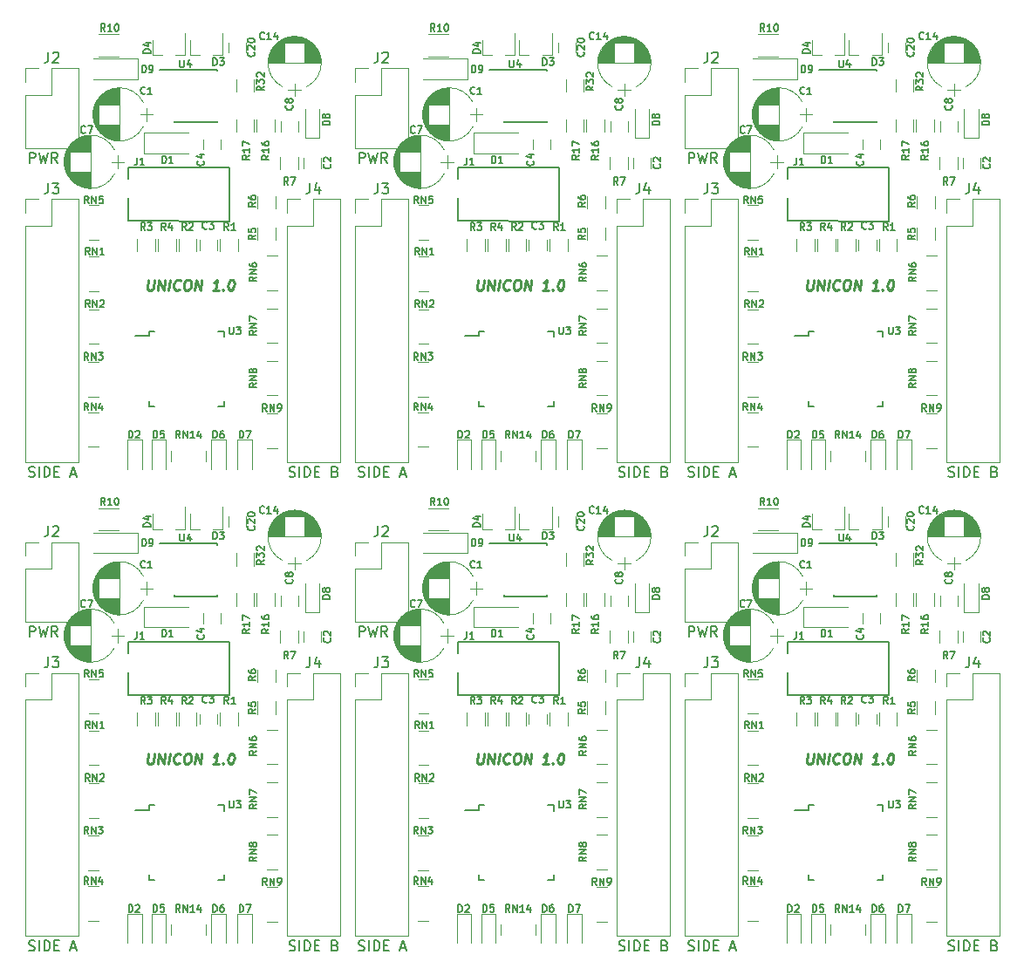
<source format=gbr>
G04 #@! TF.FileFunction,Legend,Top*
%FSLAX46Y46*%
G04 Gerber Fmt 4.6, Leading zero omitted, Abs format (unit mm)*
G04 Created by KiCad (PCBNEW 4.0.7) date 07/23/18 15:50:34*
%MOMM*%
%LPD*%
G01*
G04 APERTURE LIST*
%ADD10C,0.100000*%
%ADD11C,0.250000*%
%ADD12C,0.120000*%
%ADD13C,0.150000*%
%ADD14C,0.200000*%
G04 APERTURE END LIST*
D10*
D11*
X105101786Y-76152381D02*
X105000596Y-76961905D01*
X105036310Y-77057143D01*
X105077977Y-77104762D01*
X105167262Y-77152381D01*
X105357739Y-77152381D01*
X105458930Y-77104762D01*
X105512501Y-77057143D01*
X105572025Y-76961905D01*
X105673215Y-76152381D01*
X106024405Y-77152381D02*
X106149405Y-76152381D01*
X106595834Y-77152381D01*
X106720834Y-76152381D01*
X107072024Y-77152381D02*
X107197024Y-76152381D01*
X108131548Y-77057143D02*
X108077977Y-77104762D01*
X107929167Y-77152381D01*
X107833929Y-77152381D01*
X107697024Y-77104762D01*
X107613691Y-77009524D01*
X107577976Y-76914286D01*
X107554167Y-76723810D01*
X107572024Y-76580952D01*
X107643453Y-76390476D01*
X107702976Y-76295238D01*
X107810119Y-76200000D01*
X107958929Y-76152381D01*
X108054167Y-76152381D01*
X108191072Y-76200000D01*
X108232739Y-76247619D01*
X108863690Y-76152381D02*
X109054167Y-76152381D01*
X109143453Y-76200000D01*
X109226786Y-76295238D01*
X109250596Y-76485714D01*
X109208929Y-76819048D01*
X109137501Y-77009524D01*
X109030358Y-77104762D01*
X108929167Y-77152381D01*
X108738690Y-77152381D01*
X108649405Y-77104762D01*
X108566072Y-77009524D01*
X108542262Y-76819048D01*
X108583929Y-76485714D01*
X108655357Y-76295238D01*
X108762500Y-76200000D01*
X108863690Y-76152381D01*
X109595833Y-77152381D02*
X109720833Y-76152381D01*
X110167262Y-77152381D01*
X110292262Y-76152381D01*
X111929167Y-77152381D02*
X111357738Y-77152381D01*
X111643452Y-77152381D02*
X111768452Y-76152381D01*
X111655357Y-76295238D01*
X111548215Y-76390476D01*
X111447024Y-76438095D01*
X112369643Y-77057143D02*
X112411310Y-77104762D01*
X112357738Y-77152381D01*
X112316072Y-77104762D01*
X112369643Y-77057143D01*
X112357738Y-77152381D01*
X113149404Y-76152381D02*
X113244643Y-76152381D01*
X113333929Y-76200000D01*
X113375596Y-76247619D01*
X113411310Y-76342857D01*
X113435119Y-76533333D01*
X113405357Y-76771429D01*
X113333929Y-76961905D01*
X113274405Y-77057143D01*
X113220834Y-77104762D01*
X113119643Y-77152381D01*
X113024404Y-77152381D01*
X112935119Y-77104762D01*
X112893452Y-77057143D01*
X112857738Y-76961905D01*
X112833928Y-76771429D01*
X112863690Y-76533333D01*
X112935119Y-76342857D01*
X112994643Y-76247619D01*
X113048214Y-76200000D01*
X113149404Y-76152381D01*
X137101786Y-76152381D02*
X137000596Y-76961905D01*
X137036310Y-77057143D01*
X137077977Y-77104762D01*
X137167262Y-77152381D01*
X137357739Y-77152381D01*
X137458930Y-77104762D01*
X137512501Y-77057143D01*
X137572025Y-76961905D01*
X137673215Y-76152381D01*
X138024405Y-77152381D02*
X138149405Y-76152381D01*
X138595834Y-77152381D01*
X138720834Y-76152381D01*
X139072024Y-77152381D02*
X139197024Y-76152381D01*
X140131548Y-77057143D02*
X140077977Y-77104762D01*
X139929167Y-77152381D01*
X139833929Y-77152381D01*
X139697024Y-77104762D01*
X139613691Y-77009524D01*
X139577976Y-76914286D01*
X139554167Y-76723810D01*
X139572024Y-76580952D01*
X139643453Y-76390476D01*
X139702976Y-76295238D01*
X139810119Y-76200000D01*
X139958929Y-76152381D01*
X140054167Y-76152381D01*
X140191072Y-76200000D01*
X140232739Y-76247619D01*
X140863690Y-76152381D02*
X141054167Y-76152381D01*
X141143453Y-76200000D01*
X141226786Y-76295238D01*
X141250596Y-76485714D01*
X141208929Y-76819048D01*
X141137501Y-77009524D01*
X141030358Y-77104762D01*
X140929167Y-77152381D01*
X140738690Y-77152381D01*
X140649405Y-77104762D01*
X140566072Y-77009524D01*
X140542262Y-76819048D01*
X140583929Y-76485714D01*
X140655357Y-76295238D01*
X140762500Y-76200000D01*
X140863690Y-76152381D01*
X141595833Y-77152381D02*
X141720833Y-76152381D01*
X142167262Y-77152381D01*
X142292262Y-76152381D01*
X143929167Y-77152381D02*
X143357738Y-77152381D01*
X143643452Y-77152381D02*
X143768452Y-76152381D01*
X143655357Y-76295238D01*
X143548215Y-76390476D01*
X143447024Y-76438095D01*
X144369643Y-77057143D02*
X144411310Y-77104762D01*
X144357738Y-77152381D01*
X144316072Y-77104762D01*
X144369643Y-77057143D01*
X144357738Y-77152381D01*
X145149404Y-76152381D02*
X145244643Y-76152381D01*
X145333929Y-76200000D01*
X145375596Y-76247619D01*
X145411310Y-76342857D01*
X145435119Y-76533333D01*
X145405357Y-76771429D01*
X145333929Y-76961905D01*
X145274405Y-77057143D01*
X145220834Y-77104762D01*
X145119643Y-77152381D01*
X145024404Y-77152381D01*
X144935119Y-77104762D01*
X144893452Y-77057143D01*
X144857738Y-76961905D01*
X144833928Y-76771429D01*
X144863690Y-76533333D01*
X144935119Y-76342857D01*
X144994643Y-76247619D01*
X145048214Y-76200000D01*
X145149404Y-76152381D01*
X169101786Y-76152381D02*
X169000596Y-76961905D01*
X169036310Y-77057143D01*
X169077977Y-77104762D01*
X169167262Y-77152381D01*
X169357739Y-77152381D01*
X169458930Y-77104762D01*
X169512501Y-77057143D01*
X169572025Y-76961905D01*
X169673215Y-76152381D01*
X170024405Y-77152381D02*
X170149405Y-76152381D01*
X170595834Y-77152381D01*
X170720834Y-76152381D01*
X171072024Y-77152381D02*
X171197024Y-76152381D01*
X172131548Y-77057143D02*
X172077977Y-77104762D01*
X171929167Y-77152381D01*
X171833929Y-77152381D01*
X171697024Y-77104762D01*
X171613691Y-77009524D01*
X171577976Y-76914286D01*
X171554167Y-76723810D01*
X171572024Y-76580952D01*
X171643453Y-76390476D01*
X171702976Y-76295238D01*
X171810119Y-76200000D01*
X171958929Y-76152381D01*
X172054167Y-76152381D01*
X172191072Y-76200000D01*
X172232739Y-76247619D01*
X172863690Y-76152381D02*
X173054167Y-76152381D01*
X173143453Y-76200000D01*
X173226786Y-76295238D01*
X173250596Y-76485714D01*
X173208929Y-76819048D01*
X173137501Y-77009524D01*
X173030358Y-77104762D01*
X172929167Y-77152381D01*
X172738690Y-77152381D01*
X172649405Y-77104762D01*
X172566072Y-77009524D01*
X172542262Y-76819048D01*
X172583929Y-76485714D01*
X172655357Y-76295238D01*
X172762500Y-76200000D01*
X172863690Y-76152381D01*
X173595833Y-77152381D02*
X173720833Y-76152381D01*
X174167262Y-77152381D01*
X174292262Y-76152381D01*
X175929167Y-77152381D02*
X175357738Y-77152381D01*
X175643452Y-77152381D02*
X175768452Y-76152381D01*
X175655357Y-76295238D01*
X175548215Y-76390476D01*
X175447024Y-76438095D01*
X176369643Y-77057143D02*
X176411310Y-77104762D01*
X176357738Y-77152381D01*
X176316072Y-77104762D01*
X176369643Y-77057143D01*
X176357738Y-77152381D01*
X177149404Y-76152381D02*
X177244643Y-76152381D01*
X177333929Y-76200000D01*
X177375596Y-76247619D01*
X177411310Y-76342857D01*
X177435119Y-76533333D01*
X177405357Y-76771429D01*
X177333929Y-76961905D01*
X177274405Y-77057143D01*
X177220834Y-77104762D01*
X177119643Y-77152381D01*
X177024404Y-77152381D01*
X176935119Y-77104762D01*
X176893452Y-77057143D01*
X176857738Y-76961905D01*
X176833928Y-76771429D01*
X176863690Y-76533333D01*
X176935119Y-76342857D01*
X176994643Y-76247619D01*
X177048214Y-76200000D01*
X177149404Y-76152381D01*
X169101786Y-122152381D02*
X169000596Y-122961905D01*
X169036310Y-123057143D01*
X169077977Y-123104762D01*
X169167262Y-123152381D01*
X169357739Y-123152381D01*
X169458930Y-123104762D01*
X169512501Y-123057143D01*
X169572025Y-122961905D01*
X169673215Y-122152381D01*
X170024405Y-123152381D02*
X170149405Y-122152381D01*
X170595834Y-123152381D01*
X170720834Y-122152381D01*
X171072024Y-123152381D02*
X171197024Y-122152381D01*
X172131548Y-123057143D02*
X172077977Y-123104762D01*
X171929167Y-123152381D01*
X171833929Y-123152381D01*
X171697024Y-123104762D01*
X171613691Y-123009524D01*
X171577976Y-122914286D01*
X171554167Y-122723810D01*
X171572024Y-122580952D01*
X171643453Y-122390476D01*
X171702976Y-122295238D01*
X171810119Y-122200000D01*
X171958929Y-122152381D01*
X172054167Y-122152381D01*
X172191072Y-122200000D01*
X172232739Y-122247619D01*
X172863690Y-122152381D02*
X173054167Y-122152381D01*
X173143453Y-122200000D01*
X173226786Y-122295238D01*
X173250596Y-122485714D01*
X173208929Y-122819048D01*
X173137501Y-123009524D01*
X173030358Y-123104762D01*
X172929167Y-123152381D01*
X172738690Y-123152381D01*
X172649405Y-123104762D01*
X172566072Y-123009524D01*
X172542262Y-122819048D01*
X172583929Y-122485714D01*
X172655357Y-122295238D01*
X172762500Y-122200000D01*
X172863690Y-122152381D01*
X173595833Y-123152381D02*
X173720833Y-122152381D01*
X174167262Y-123152381D01*
X174292262Y-122152381D01*
X175929167Y-123152381D02*
X175357738Y-123152381D01*
X175643452Y-123152381D02*
X175768452Y-122152381D01*
X175655357Y-122295238D01*
X175548215Y-122390476D01*
X175447024Y-122438095D01*
X176369643Y-123057143D02*
X176411310Y-123104762D01*
X176357738Y-123152381D01*
X176316072Y-123104762D01*
X176369643Y-123057143D01*
X176357738Y-123152381D01*
X177149404Y-122152381D02*
X177244643Y-122152381D01*
X177333929Y-122200000D01*
X177375596Y-122247619D01*
X177411310Y-122342857D01*
X177435119Y-122533333D01*
X177405357Y-122771429D01*
X177333929Y-122961905D01*
X177274405Y-123057143D01*
X177220834Y-123104762D01*
X177119643Y-123152381D01*
X177024404Y-123152381D01*
X176935119Y-123104762D01*
X176893452Y-123057143D01*
X176857738Y-122961905D01*
X176833928Y-122771429D01*
X176863690Y-122533333D01*
X176935119Y-122342857D01*
X176994643Y-122247619D01*
X177048214Y-122200000D01*
X177149404Y-122152381D01*
X137101786Y-122152381D02*
X137000596Y-122961905D01*
X137036310Y-123057143D01*
X137077977Y-123104762D01*
X137167262Y-123152381D01*
X137357739Y-123152381D01*
X137458930Y-123104762D01*
X137512501Y-123057143D01*
X137572025Y-122961905D01*
X137673215Y-122152381D01*
X138024405Y-123152381D02*
X138149405Y-122152381D01*
X138595834Y-123152381D01*
X138720834Y-122152381D01*
X139072024Y-123152381D02*
X139197024Y-122152381D01*
X140131548Y-123057143D02*
X140077977Y-123104762D01*
X139929167Y-123152381D01*
X139833929Y-123152381D01*
X139697024Y-123104762D01*
X139613691Y-123009524D01*
X139577976Y-122914286D01*
X139554167Y-122723810D01*
X139572024Y-122580952D01*
X139643453Y-122390476D01*
X139702976Y-122295238D01*
X139810119Y-122200000D01*
X139958929Y-122152381D01*
X140054167Y-122152381D01*
X140191072Y-122200000D01*
X140232739Y-122247619D01*
X140863690Y-122152381D02*
X141054167Y-122152381D01*
X141143453Y-122200000D01*
X141226786Y-122295238D01*
X141250596Y-122485714D01*
X141208929Y-122819048D01*
X141137501Y-123009524D01*
X141030358Y-123104762D01*
X140929167Y-123152381D01*
X140738690Y-123152381D01*
X140649405Y-123104762D01*
X140566072Y-123009524D01*
X140542262Y-122819048D01*
X140583929Y-122485714D01*
X140655357Y-122295238D01*
X140762500Y-122200000D01*
X140863690Y-122152381D01*
X141595833Y-123152381D02*
X141720833Y-122152381D01*
X142167262Y-123152381D01*
X142292262Y-122152381D01*
X143929167Y-123152381D02*
X143357738Y-123152381D01*
X143643452Y-123152381D02*
X143768452Y-122152381D01*
X143655357Y-122295238D01*
X143548215Y-122390476D01*
X143447024Y-122438095D01*
X144369643Y-123057143D02*
X144411310Y-123104762D01*
X144357738Y-123152381D01*
X144316072Y-123104762D01*
X144369643Y-123057143D01*
X144357738Y-123152381D01*
X145149404Y-122152381D02*
X145244643Y-122152381D01*
X145333929Y-122200000D01*
X145375596Y-122247619D01*
X145411310Y-122342857D01*
X145435119Y-122533333D01*
X145405357Y-122771429D01*
X145333929Y-122961905D01*
X145274405Y-123057143D01*
X145220834Y-123104762D01*
X145119643Y-123152381D01*
X145024404Y-123152381D01*
X144935119Y-123104762D01*
X144893452Y-123057143D01*
X144857738Y-122961905D01*
X144833928Y-122771429D01*
X144863690Y-122533333D01*
X144935119Y-122342857D01*
X144994643Y-122247619D01*
X145048214Y-122200000D01*
X145149404Y-122152381D01*
X105101786Y-122152381D02*
X105000596Y-122961905D01*
X105036310Y-123057143D01*
X105077977Y-123104762D01*
X105167262Y-123152381D01*
X105357739Y-123152381D01*
X105458930Y-123104762D01*
X105512501Y-123057143D01*
X105572025Y-122961905D01*
X105673215Y-122152381D01*
X106024405Y-123152381D02*
X106149405Y-122152381D01*
X106595834Y-123152381D01*
X106720834Y-122152381D01*
X107072024Y-123152381D02*
X107197024Y-122152381D01*
X108131548Y-123057143D02*
X108077977Y-123104762D01*
X107929167Y-123152381D01*
X107833929Y-123152381D01*
X107697024Y-123104762D01*
X107613691Y-123009524D01*
X107577976Y-122914286D01*
X107554167Y-122723810D01*
X107572024Y-122580952D01*
X107643453Y-122390476D01*
X107702976Y-122295238D01*
X107810119Y-122200000D01*
X107958929Y-122152381D01*
X108054167Y-122152381D01*
X108191072Y-122200000D01*
X108232739Y-122247619D01*
X108863690Y-122152381D02*
X109054167Y-122152381D01*
X109143453Y-122200000D01*
X109226786Y-122295238D01*
X109250596Y-122485714D01*
X109208929Y-122819048D01*
X109137501Y-123009524D01*
X109030358Y-123104762D01*
X108929167Y-123152381D01*
X108738690Y-123152381D01*
X108649405Y-123104762D01*
X108566072Y-123009524D01*
X108542262Y-122819048D01*
X108583929Y-122485714D01*
X108655357Y-122295238D01*
X108762500Y-122200000D01*
X108863690Y-122152381D01*
X109595833Y-123152381D02*
X109720833Y-122152381D01*
X110167262Y-123152381D01*
X110292262Y-122152381D01*
X111929167Y-123152381D02*
X111357738Y-123152381D01*
X111643452Y-123152381D02*
X111768452Y-122152381D01*
X111655357Y-122295238D01*
X111548215Y-122390476D01*
X111447024Y-122438095D01*
X112369643Y-123057143D02*
X112411310Y-123104762D01*
X112357738Y-123152381D01*
X112316072Y-123104762D01*
X112369643Y-123057143D01*
X112357738Y-123152381D01*
X113149404Y-122152381D02*
X113244643Y-122152381D01*
X113333929Y-122200000D01*
X113375596Y-122247619D01*
X113411310Y-122342857D01*
X113435119Y-122533333D01*
X113405357Y-122771429D01*
X113333929Y-122961905D01*
X113274405Y-123057143D01*
X113220834Y-123104762D01*
X113119643Y-123152381D01*
X113024404Y-123152381D01*
X112935119Y-123104762D01*
X112893452Y-123057143D01*
X112857738Y-122961905D01*
X112833928Y-122771429D01*
X112863690Y-122533333D01*
X112935119Y-122342857D01*
X112994643Y-122247619D01*
X113048214Y-122200000D01*
X113149404Y-122152381D01*
D12*
X181480000Y-68000000D02*
X181480000Y-69200000D01*
X179720000Y-69200000D02*
X179720000Y-68000000D01*
X179720000Y-72300000D02*
X179720000Y-71100000D01*
X181480000Y-71100000D02*
X181480000Y-72300000D01*
X183680000Y-64200000D02*
X183680000Y-65400000D01*
X181920000Y-65400000D02*
X181920000Y-64200000D01*
X184150000Y-64300000D02*
X184150000Y-65300000D01*
X185850000Y-65300000D02*
X185850000Y-64300000D01*
X161194278Y-65879723D02*
G75*
G03X165805580Y-65880000I2305722J1179723D01*
G01*
X161194278Y-63520277D02*
G75*
G02X165805580Y-63520000I2305722J-1179723D01*
G01*
X161194278Y-63520277D02*
G75*
G03X161194420Y-65880000I2305722J-1179723D01*
G01*
X163500000Y-67250000D02*
X163500000Y-62150000D01*
X163460000Y-67250000D02*
X163460000Y-65680000D01*
X163460000Y-63720000D02*
X163460000Y-62150000D01*
X163420000Y-67249000D02*
X163420000Y-65680000D01*
X163420000Y-63720000D02*
X163420000Y-62151000D01*
X163380000Y-67248000D02*
X163380000Y-65680000D01*
X163380000Y-63720000D02*
X163380000Y-62152000D01*
X163340000Y-67246000D02*
X163340000Y-65680000D01*
X163340000Y-63720000D02*
X163340000Y-62154000D01*
X163300000Y-67243000D02*
X163300000Y-65680000D01*
X163300000Y-63720000D02*
X163300000Y-62157000D01*
X163260000Y-67239000D02*
X163260000Y-65680000D01*
X163260000Y-63720000D02*
X163260000Y-62161000D01*
X163220000Y-67235000D02*
X163220000Y-65680000D01*
X163220000Y-63720000D02*
X163220000Y-62165000D01*
X163180000Y-67231000D02*
X163180000Y-65680000D01*
X163180000Y-63720000D02*
X163180000Y-62169000D01*
X163140000Y-67225000D02*
X163140000Y-65680000D01*
X163140000Y-63720000D02*
X163140000Y-62175000D01*
X163100000Y-67219000D02*
X163100000Y-65680000D01*
X163100000Y-63720000D02*
X163100000Y-62181000D01*
X163060000Y-67213000D02*
X163060000Y-65680000D01*
X163060000Y-63720000D02*
X163060000Y-62187000D01*
X163020000Y-67206000D02*
X163020000Y-65680000D01*
X163020000Y-63720000D02*
X163020000Y-62194000D01*
X162980000Y-67198000D02*
X162980000Y-65680000D01*
X162980000Y-63720000D02*
X162980000Y-62202000D01*
X162940000Y-67189000D02*
X162940000Y-65680000D01*
X162940000Y-63720000D02*
X162940000Y-62211000D01*
X162900000Y-67180000D02*
X162900000Y-65680000D01*
X162900000Y-63720000D02*
X162900000Y-62220000D01*
X162860000Y-67170000D02*
X162860000Y-65680000D01*
X162860000Y-63720000D02*
X162860000Y-62230000D01*
X162820000Y-67160000D02*
X162820000Y-65680000D01*
X162820000Y-63720000D02*
X162820000Y-62240000D01*
X162779000Y-67148000D02*
X162779000Y-65680000D01*
X162779000Y-63720000D02*
X162779000Y-62252000D01*
X162739000Y-67136000D02*
X162739000Y-65680000D01*
X162739000Y-63720000D02*
X162739000Y-62264000D01*
X162699000Y-67124000D02*
X162699000Y-65680000D01*
X162699000Y-63720000D02*
X162699000Y-62276000D01*
X162659000Y-67110000D02*
X162659000Y-65680000D01*
X162659000Y-63720000D02*
X162659000Y-62290000D01*
X162619000Y-67096000D02*
X162619000Y-65680000D01*
X162619000Y-63720000D02*
X162619000Y-62304000D01*
X162579000Y-67082000D02*
X162579000Y-65680000D01*
X162579000Y-63720000D02*
X162579000Y-62318000D01*
X162539000Y-67066000D02*
X162539000Y-65680000D01*
X162539000Y-63720000D02*
X162539000Y-62334000D01*
X162499000Y-67050000D02*
X162499000Y-65680000D01*
X162499000Y-63720000D02*
X162499000Y-62350000D01*
X162459000Y-67033000D02*
X162459000Y-65680000D01*
X162459000Y-63720000D02*
X162459000Y-62367000D01*
X162419000Y-67015000D02*
X162419000Y-65680000D01*
X162419000Y-63720000D02*
X162419000Y-62385000D01*
X162379000Y-66996000D02*
X162379000Y-65680000D01*
X162379000Y-63720000D02*
X162379000Y-62404000D01*
X162339000Y-66976000D02*
X162339000Y-65680000D01*
X162339000Y-63720000D02*
X162339000Y-62424000D01*
X162299000Y-66956000D02*
X162299000Y-65680000D01*
X162299000Y-63720000D02*
X162299000Y-62444000D01*
X162259000Y-66934000D02*
X162259000Y-65680000D01*
X162259000Y-63720000D02*
X162259000Y-62466000D01*
X162219000Y-66912000D02*
X162219000Y-65680000D01*
X162219000Y-63720000D02*
X162219000Y-62488000D01*
X162179000Y-66889000D02*
X162179000Y-65680000D01*
X162179000Y-63720000D02*
X162179000Y-62511000D01*
X162139000Y-66865000D02*
X162139000Y-65680000D01*
X162139000Y-63720000D02*
X162139000Y-62535000D01*
X162099000Y-66840000D02*
X162099000Y-65680000D01*
X162099000Y-63720000D02*
X162099000Y-62560000D01*
X162059000Y-66813000D02*
X162059000Y-65680000D01*
X162059000Y-63720000D02*
X162059000Y-62587000D01*
X162019000Y-66786000D02*
X162019000Y-65680000D01*
X162019000Y-63720000D02*
X162019000Y-62614000D01*
X161979000Y-66758000D02*
X161979000Y-65680000D01*
X161979000Y-63720000D02*
X161979000Y-62642000D01*
X161939000Y-66728000D02*
X161939000Y-65680000D01*
X161939000Y-63720000D02*
X161939000Y-62672000D01*
X161899000Y-66697000D02*
X161899000Y-65680000D01*
X161899000Y-63720000D02*
X161899000Y-62703000D01*
X161859000Y-66665000D02*
X161859000Y-65680000D01*
X161859000Y-63720000D02*
X161859000Y-62735000D01*
X161819000Y-66632000D02*
X161819000Y-65680000D01*
X161819000Y-63720000D02*
X161819000Y-62768000D01*
X161779000Y-66597000D02*
X161779000Y-65680000D01*
X161779000Y-63720000D02*
X161779000Y-62803000D01*
X161739000Y-66561000D02*
X161739000Y-65680000D01*
X161739000Y-63720000D02*
X161739000Y-62839000D01*
X161699000Y-66523000D02*
X161699000Y-65680000D01*
X161699000Y-63720000D02*
X161699000Y-62877000D01*
X161659000Y-66483000D02*
X161659000Y-65680000D01*
X161659000Y-63720000D02*
X161659000Y-62917000D01*
X161619000Y-66442000D02*
X161619000Y-65680000D01*
X161619000Y-63720000D02*
X161619000Y-62958000D01*
X161579000Y-66399000D02*
X161579000Y-65680000D01*
X161579000Y-63720000D02*
X161579000Y-63001000D01*
X161539000Y-66354000D02*
X161539000Y-65680000D01*
X161539000Y-63720000D02*
X161539000Y-63046000D01*
X161499000Y-66306000D02*
X161499000Y-63094000D01*
X161459000Y-66256000D02*
X161459000Y-63144000D01*
X161419000Y-66204000D02*
X161419000Y-63196000D01*
X161379000Y-66148000D02*
X161379000Y-63252000D01*
X161339000Y-66090000D02*
X161339000Y-63310000D01*
X161299000Y-66027000D02*
X161299000Y-63373000D01*
X161259000Y-65961000D02*
X161259000Y-63439000D01*
X161219000Y-65889000D02*
X161219000Y-63511000D01*
X161179000Y-65812000D02*
X161179000Y-63588000D01*
X161139000Y-65728000D02*
X161139000Y-63672000D01*
X161099000Y-65634000D02*
X161099000Y-63766000D01*
X161059000Y-65529000D02*
X161059000Y-63871000D01*
X161019000Y-65407000D02*
X161019000Y-63993000D01*
X160979000Y-65259000D02*
X160979000Y-64141000D01*
X160939000Y-65054000D02*
X160939000Y-64346000D01*
X166700000Y-64700000D02*
X165500000Y-64700000D01*
X166100000Y-65350000D02*
X166100000Y-64050000D01*
X157130000Y-63350000D02*
X162330000Y-63350000D01*
X157130000Y-58210000D02*
X157130000Y-63350000D01*
X162330000Y-55610000D02*
X162330000Y-63350000D01*
X157130000Y-58210000D02*
X159730000Y-58210000D01*
X159730000Y-58210000D02*
X159730000Y-55610000D01*
X159730000Y-55610000D02*
X162330000Y-55610000D01*
X157130000Y-56940000D02*
X157130000Y-55610000D01*
X157130000Y-55610000D02*
X158460000Y-55610000D01*
X163800000Y-56700000D02*
X168100000Y-56700000D01*
X168100000Y-56700000D02*
X168100000Y-54700000D01*
X168100000Y-54700000D02*
X163800000Y-54700000D01*
X163994278Y-61279723D02*
G75*
G03X168605580Y-61280000I2305722J1179723D01*
G01*
X163994278Y-58920277D02*
G75*
G02X168605580Y-58920000I2305722J-1179723D01*
G01*
X163994278Y-58920277D02*
G75*
G03X163994420Y-61280000I2305722J-1179723D01*
G01*
X166300000Y-62650000D02*
X166300000Y-57550000D01*
X166260000Y-62650000D02*
X166260000Y-61080000D01*
X166260000Y-59120000D02*
X166260000Y-57550000D01*
X166220000Y-62649000D02*
X166220000Y-61080000D01*
X166220000Y-59120000D02*
X166220000Y-57551000D01*
X166180000Y-62648000D02*
X166180000Y-61080000D01*
X166180000Y-59120000D02*
X166180000Y-57552000D01*
X166140000Y-62646000D02*
X166140000Y-61080000D01*
X166140000Y-59120000D02*
X166140000Y-57554000D01*
X166100000Y-62643000D02*
X166100000Y-61080000D01*
X166100000Y-59120000D02*
X166100000Y-57557000D01*
X166060000Y-62639000D02*
X166060000Y-61080000D01*
X166060000Y-59120000D02*
X166060000Y-57561000D01*
X166020000Y-62635000D02*
X166020000Y-61080000D01*
X166020000Y-59120000D02*
X166020000Y-57565000D01*
X165980000Y-62631000D02*
X165980000Y-61080000D01*
X165980000Y-59120000D02*
X165980000Y-57569000D01*
X165940000Y-62625000D02*
X165940000Y-61080000D01*
X165940000Y-59120000D02*
X165940000Y-57575000D01*
X165900000Y-62619000D02*
X165900000Y-61080000D01*
X165900000Y-59120000D02*
X165900000Y-57581000D01*
X165860000Y-62613000D02*
X165860000Y-61080000D01*
X165860000Y-59120000D02*
X165860000Y-57587000D01*
X165820000Y-62606000D02*
X165820000Y-61080000D01*
X165820000Y-59120000D02*
X165820000Y-57594000D01*
X165780000Y-62598000D02*
X165780000Y-61080000D01*
X165780000Y-59120000D02*
X165780000Y-57602000D01*
X165740000Y-62589000D02*
X165740000Y-61080000D01*
X165740000Y-59120000D02*
X165740000Y-57611000D01*
X165700000Y-62580000D02*
X165700000Y-61080000D01*
X165700000Y-59120000D02*
X165700000Y-57620000D01*
X165660000Y-62570000D02*
X165660000Y-61080000D01*
X165660000Y-59120000D02*
X165660000Y-57630000D01*
X165620000Y-62560000D02*
X165620000Y-61080000D01*
X165620000Y-59120000D02*
X165620000Y-57640000D01*
X165579000Y-62548000D02*
X165579000Y-61080000D01*
X165579000Y-59120000D02*
X165579000Y-57652000D01*
X165539000Y-62536000D02*
X165539000Y-61080000D01*
X165539000Y-59120000D02*
X165539000Y-57664000D01*
X165499000Y-62524000D02*
X165499000Y-61080000D01*
X165499000Y-59120000D02*
X165499000Y-57676000D01*
X165459000Y-62510000D02*
X165459000Y-61080000D01*
X165459000Y-59120000D02*
X165459000Y-57690000D01*
X165419000Y-62496000D02*
X165419000Y-61080000D01*
X165419000Y-59120000D02*
X165419000Y-57704000D01*
X165379000Y-62482000D02*
X165379000Y-61080000D01*
X165379000Y-59120000D02*
X165379000Y-57718000D01*
X165339000Y-62466000D02*
X165339000Y-61080000D01*
X165339000Y-59120000D02*
X165339000Y-57734000D01*
X165299000Y-62450000D02*
X165299000Y-61080000D01*
X165299000Y-59120000D02*
X165299000Y-57750000D01*
X165259000Y-62433000D02*
X165259000Y-61080000D01*
X165259000Y-59120000D02*
X165259000Y-57767000D01*
X165219000Y-62415000D02*
X165219000Y-61080000D01*
X165219000Y-59120000D02*
X165219000Y-57785000D01*
X165179000Y-62396000D02*
X165179000Y-61080000D01*
X165179000Y-59120000D02*
X165179000Y-57804000D01*
X165139000Y-62376000D02*
X165139000Y-61080000D01*
X165139000Y-59120000D02*
X165139000Y-57824000D01*
X165099000Y-62356000D02*
X165099000Y-61080000D01*
X165099000Y-59120000D02*
X165099000Y-57844000D01*
X165059000Y-62334000D02*
X165059000Y-61080000D01*
X165059000Y-59120000D02*
X165059000Y-57866000D01*
X165019000Y-62312000D02*
X165019000Y-61080000D01*
X165019000Y-59120000D02*
X165019000Y-57888000D01*
X164979000Y-62289000D02*
X164979000Y-61080000D01*
X164979000Y-59120000D02*
X164979000Y-57911000D01*
X164939000Y-62265000D02*
X164939000Y-61080000D01*
X164939000Y-59120000D02*
X164939000Y-57935000D01*
X164899000Y-62240000D02*
X164899000Y-61080000D01*
X164899000Y-59120000D02*
X164899000Y-57960000D01*
X164859000Y-62213000D02*
X164859000Y-61080000D01*
X164859000Y-59120000D02*
X164859000Y-57987000D01*
X164819000Y-62186000D02*
X164819000Y-61080000D01*
X164819000Y-59120000D02*
X164819000Y-58014000D01*
X164779000Y-62158000D02*
X164779000Y-61080000D01*
X164779000Y-59120000D02*
X164779000Y-58042000D01*
X164739000Y-62128000D02*
X164739000Y-61080000D01*
X164739000Y-59120000D02*
X164739000Y-58072000D01*
X164699000Y-62097000D02*
X164699000Y-61080000D01*
X164699000Y-59120000D02*
X164699000Y-58103000D01*
X164659000Y-62065000D02*
X164659000Y-61080000D01*
X164659000Y-59120000D02*
X164659000Y-58135000D01*
X164619000Y-62032000D02*
X164619000Y-61080000D01*
X164619000Y-59120000D02*
X164619000Y-58168000D01*
X164579000Y-61997000D02*
X164579000Y-61080000D01*
X164579000Y-59120000D02*
X164579000Y-58203000D01*
X164539000Y-61961000D02*
X164539000Y-61080000D01*
X164539000Y-59120000D02*
X164539000Y-58239000D01*
X164499000Y-61923000D02*
X164499000Y-61080000D01*
X164499000Y-59120000D02*
X164499000Y-58277000D01*
X164459000Y-61883000D02*
X164459000Y-61080000D01*
X164459000Y-59120000D02*
X164459000Y-58317000D01*
X164419000Y-61842000D02*
X164419000Y-61080000D01*
X164419000Y-59120000D02*
X164419000Y-58358000D01*
X164379000Y-61799000D02*
X164379000Y-61080000D01*
X164379000Y-59120000D02*
X164379000Y-58401000D01*
X164339000Y-61754000D02*
X164339000Y-61080000D01*
X164339000Y-59120000D02*
X164339000Y-58446000D01*
X164299000Y-61706000D02*
X164299000Y-58494000D01*
X164259000Y-61656000D02*
X164259000Y-58544000D01*
X164219000Y-61604000D02*
X164219000Y-58596000D01*
X164179000Y-61548000D02*
X164179000Y-58652000D01*
X164139000Y-61490000D02*
X164139000Y-58710000D01*
X164099000Y-61427000D02*
X164099000Y-58773000D01*
X164059000Y-61361000D02*
X164059000Y-58839000D01*
X164019000Y-61289000D02*
X164019000Y-58911000D01*
X163979000Y-61212000D02*
X163979000Y-58988000D01*
X163939000Y-61128000D02*
X163939000Y-59072000D01*
X163899000Y-61034000D02*
X163899000Y-59166000D01*
X163859000Y-60929000D02*
X163859000Y-59271000D01*
X163819000Y-60807000D02*
X163819000Y-59393000D01*
X163779000Y-60659000D02*
X163779000Y-59541000D01*
X163739000Y-60454000D02*
X163739000Y-59746000D01*
X169500000Y-60100000D02*
X168300000Y-60100000D01*
X168900000Y-60750000D02*
X168900000Y-59450000D01*
X166250000Y-54470000D02*
X164250000Y-54470000D01*
X164250000Y-52330000D02*
X166250000Y-52330000D01*
X169520000Y-54360000D02*
X170450000Y-54360000D01*
X172680000Y-54360000D02*
X171750000Y-54360000D01*
X172680000Y-54360000D02*
X172680000Y-52200000D01*
X169520000Y-54360000D02*
X169520000Y-52900000D01*
X176850000Y-53100000D02*
X176850000Y-54100000D01*
X178550000Y-54100000D02*
X178550000Y-53100000D01*
X173000000Y-61900000D02*
X168700000Y-61900000D01*
X168700000Y-61900000D02*
X168700000Y-63900000D01*
X168700000Y-63900000D02*
X173000000Y-63900000D01*
X176150000Y-63500000D02*
X176150000Y-62500000D01*
X174450000Y-62500000D02*
X174450000Y-63500000D01*
D13*
X171625000Y-55725000D02*
X171625000Y-55775000D01*
X175775000Y-55725000D02*
X175775000Y-55870000D01*
X175775000Y-60875000D02*
X175775000Y-60730000D01*
X171625000Y-60875000D02*
X171625000Y-60730000D01*
X171625000Y-55725000D02*
X175775000Y-55725000D01*
X171625000Y-60875000D02*
X175775000Y-60875000D01*
X171625000Y-55775000D02*
X170225000Y-55775000D01*
D12*
X173120000Y-54360000D02*
X174050000Y-54360000D01*
X176280000Y-54360000D02*
X175350000Y-54360000D01*
X176280000Y-54360000D02*
X176280000Y-52200000D01*
X173120000Y-54360000D02*
X173120000Y-52900000D01*
X184300000Y-62400000D02*
X185700000Y-62400000D01*
X185700000Y-62400000D02*
X185700000Y-59600000D01*
X184300000Y-62400000D02*
X184300000Y-59600000D01*
X177620000Y-61800000D02*
X177620000Y-60600000D01*
X179380000Y-60600000D02*
X179380000Y-61800000D01*
X179620000Y-61800000D02*
X179620000Y-60600000D01*
X181380000Y-60600000D02*
X181380000Y-61800000D01*
X181950000Y-60800000D02*
X181950000Y-61800000D01*
X183650000Y-61800000D02*
X183650000Y-60800000D01*
X177620000Y-57900000D02*
X177620000Y-56700000D01*
X179380000Y-56700000D02*
X179380000Y-57900000D01*
X182120277Y-52794278D02*
G75*
G03X182120000Y-57405580I1179723J-2305722D01*
G01*
X184479723Y-52794278D02*
G75*
G02X184480000Y-57405580I-1179723J-2305722D01*
G01*
X184479723Y-52794278D02*
G75*
G03X182120000Y-52794420I-1179723J-2305722D01*
G01*
X180750000Y-55100000D02*
X185850000Y-55100000D01*
X180750000Y-55060000D02*
X182320000Y-55060000D01*
X184280000Y-55060000D02*
X185850000Y-55060000D01*
X180751000Y-55020000D02*
X182320000Y-55020000D01*
X184280000Y-55020000D02*
X185849000Y-55020000D01*
X180752000Y-54980000D02*
X182320000Y-54980000D01*
X184280000Y-54980000D02*
X185848000Y-54980000D01*
X180754000Y-54940000D02*
X182320000Y-54940000D01*
X184280000Y-54940000D02*
X185846000Y-54940000D01*
X180757000Y-54900000D02*
X182320000Y-54900000D01*
X184280000Y-54900000D02*
X185843000Y-54900000D01*
X180761000Y-54860000D02*
X182320000Y-54860000D01*
X184280000Y-54860000D02*
X185839000Y-54860000D01*
X180765000Y-54820000D02*
X182320000Y-54820000D01*
X184280000Y-54820000D02*
X185835000Y-54820000D01*
X180769000Y-54780000D02*
X182320000Y-54780000D01*
X184280000Y-54780000D02*
X185831000Y-54780000D01*
X180775000Y-54740000D02*
X182320000Y-54740000D01*
X184280000Y-54740000D02*
X185825000Y-54740000D01*
X180781000Y-54700000D02*
X182320000Y-54700000D01*
X184280000Y-54700000D02*
X185819000Y-54700000D01*
X180787000Y-54660000D02*
X182320000Y-54660000D01*
X184280000Y-54660000D02*
X185813000Y-54660000D01*
X180794000Y-54620000D02*
X182320000Y-54620000D01*
X184280000Y-54620000D02*
X185806000Y-54620000D01*
X180802000Y-54580000D02*
X182320000Y-54580000D01*
X184280000Y-54580000D02*
X185798000Y-54580000D01*
X180811000Y-54540000D02*
X182320000Y-54540000D01*
X184280000Y-54540000D02*
X185789000Y-54540000D01*
X180820000Y-54500000D02*
X182320000Y-54500000D01*
X184280000Y-54500000D02*
X185780000Y-54500000D01*
X180830000Y-54460000D02*
X182320000Y-54460000D01*
X184280000Y-54460000D02*
X185770000Y-54460000D01*
X180840000Y-54420000D02*
X182320000Y-54420000D01*
X184280000Y-54420000D02*
X185760000Y-54420000D01*
X180852000Y-54379000D02*
X182320000Y-54379000D01*
X184280000Y-54379000D02*
X185748000Y-54379000D01*
X180864000Y-54339000D02*
X182320000Y-54339000D01*
X184280000Y-54339000D02*
X185736000Y-54339000D01*
X180876000Y-54299000D02*
X182320000Y-54299000D01*
X184280000Y-54299000D02*
X185724000Y-54299000D01*
X180890000Y-54259000D02*
X182320000Y-54259000D01*
X184280000Y-54259000D02*
X185710000Y-54259000D01*
X180904000Y-54219000D02*
X182320000Y-54219000D01*
X184280000Y-54219000D02*
X185696000Y-54219000D01*
X180918000Y-54179000D02*
X182320000Y-54179000D01*
X184280000Y-54179000D02*
X185682000Y-54179000D01*
X180934000Y-54139000D02*
X182320000Y-54139000D01*
X184280000Y-54139000D02*
X185666000Y-54139000D01*
X180950000Y-54099000D02*
X182320000Y-54099000D01*
X184280000Y-54099000D02*
X185650000Y-54099000D01*
X180967000Y-54059000D02*
X182320000Y-54059000D01*
X184280000Y-54059000D02*
X185633000Y-54059000D01*
X180985000Y-54019000D02*
X182320000Y-54019000D01*
X184280000Y-54019000D02*
X185615000Y-54019000D01*
X181004000Y-53979000D02*
X182320000Y-53979000D01*
X184280000Y-53979000D02*
X185596000Y-53979000D01*
X181024000Y-53939000D02*
X182320000Y-53939000D01*
X184280000Y-53939000D02*
X185576000Y-53939000D01*
X181044000Y-53899000D02*
X182320000Y-53899000D01*
X184280000Y-53899000D02*
X185556000Y-53899000D01*
X181066000Y-53859000D02*
X182320000Y-53859000D01*
X184280000Y-53859000D02*
X185534000Y-53859000D01*
X181088000Y-53819000D02*
X182320000Y-53819000D01*
X184280000Y-53819000D02*
X185512000Y-53819000D01*
X181111000Y-53779000D02*
X182320000Y-53779000D01*
X184280000Y-53779000D02*
X185489000Y-53779000D01*
X181135000Y-53739000D02*
X182320000Y-53739000D01*
X184280000Y-53739000D02*
X185465000Y-53739000D01*
X181160000Y-53699000D02*
X182320000Y-53699000D01*
X184280000Y-53699000D02*
X185440000Y-53699000D01*
X181187000Y-53659000D02*
X182320000Y-53659000D01*
X184280000Y-53659000D02*
X185413000Y-53659000D01*
X181214000Y-53619000D02*
X182320000Y-53619000D01*
X184280000Y-53619000D02*
X185386000Y-53619000D01*
X181242000Y-53579000D02*
X182320000Y-53579000D01*
X184280000Y-53579000D02*
X185358000Y-53579000D01*
X181272000Y-53539000D02*
X182320000Y-53539000D01*
X184280000Y-53539000D02*
X185328000Y-53539000D01*
X181303000Y-53499000D02*
X182320000Y-53499000D01*
X184280000Y-53499000D02*
X185297000Y-53499000D01*
X181335000Y-53459000D02*
X182320000Y-53459000D01*
X184280000Y-53459000D02*
X185265000Y-53459000D01*
X181368000Y-53419000D02*
X182320000Y-53419000D01*
X184280000Y-53419000D02*
X185232000Y-53419000D01*
X181403000Y-53379000D02*
X182320000Y-53379000D01*
X184280000Y-53379000D02*
X185197000Y-53379000D01*
X181439000Y-53339000D02*
X182320000Y-53339000D01*
X184280000Y-53339000D02*
X185161000Y-53339000D01*
X181477000Y-53299000D02*
X182320000Y-53299000D01*
X184280000Y-53299000D02*
X185123000Y-53299000D01*
X181517000Y-53259000D02*
X182320000Y-53259000D01*
X184280000Y-53259000D02*
X185083000Y-53259000D01*
X181558000Y-53219000D02*
X182320000Y-53219000D01*
X184280000Y-53219000D02*
X185042000Y-53219000D01*
X181601000Y-53179000D02*
X182320000Y-53179000D01*
X184280000Y-53179000D02*
X184999000Y-53179000D01*
X181646000Y-53139000D02*
X182320000Y-53139000D01*
X184280000Y-53139000D02*
X184954000Y-53139000D01*
X181694000Y-53099000D02*
X184906000Y-53099000D01*
X181744000Y-53059000D02*
X184856000Y-53059000D01*
X181796000Y-53019000D02*
X184804000Y-53019000D01*
X181852000Y-52979000D02*
X184748000Y-52979000D01*
X181910000Y-52939000D02*
X184690000Y-52939000D01*
X181973000Y-52899000D02*
X184627000Y-52899000D01*
X182039000Y-52859000D02*
X184561000Y-52859000D01*
X182111000Y-52819000D02*
X184489000Y-52819000D01*
X182188000Y-52779000D02*
X184412000Y-52779000D01*
X182272000Y-52739000D02*
X184328000Y-52739000D01*
X182366000Y-52699000D02*
X184234000Y-52699000D01*
X182471000Y-52659000D02*
X184129000Y-52659000D01*
X182593000Y-52619000D02*
X184007000Y-52619000D01*
X182741000Y-52579000D02*
X183859000Y-52579000D01*
X182946000Y-52539000D02*
X183654000Y-52539000D01*
X183300000Y-58300000D02*
X183300000Y-57100000D01*
X182650000Y-57700000D02*
X183950000Y-57700000D01*
D13*
X177009003Y-65279913D02*
X176999003Y-70459913D01*
X167179003Y-65279913D02*
X177009003Y-65279913D01*
X167179003Y-66379913D02*
X167179003Y-65279913D01*
X167149003Y-70449913D02*
X167149003Y-68249913D01*
X176999003Y-70459913D02*
X167149003Y-70449913D01*
D12*
X168020000Y-73400000D02*
X168020000Y-72200000D01*
X169780000Y-72200000D02*
X169780000Y-73400000D01*
X177780000Y-72200000D02*
X177780000Y-73400000D01*
X176020000Y-73400000D02*
X176020000Y-72200000D01*
X172020000Y-73400000D02*
X172020000Y-72200000D01*
X173780000Y-72200000D02*
X173780000Y-73400000D01*
X170020000Y-73400000D02*
X170020000Y-72200000D01*
X171780000Y-72200000D02*
X171780000Y-73400000D01*
X174050000Y-72300000D02*
X174050000Y-73300000D01*
X175750000Y-73300000D02*
X175750000Y-72300000D01*
X181600000Y-77180000D02*
X180600000Y-77180000D01*
X181600000Y-73820000D02*
X180600000Y-73820000D01*
X181600000Y-87380000D02*
X180600000Y-87380000D01*
X181600000Y-84020000D02*
X180600000Y-84020000D01*
X181600000Y-82280000D02*
X180600000Y-82280000D01*
X181600000Y-78920000D02*
X180600000Y-78920000D01*
X182530000Y-93840000D02*
X187730000Y-93840000D01*
X182530000Y-70920000D02*
X182530000Y-93840000D01*
X187730000Y-68320000D02*
X187730000Y-93840000D01*
X182530000Y-70920000D02*
X185130000Y-70920000D01*
X185130000Y-70920000D02*
X185130000Y-68320000D01*
X185130000Y-68320000D02*
X187730000Y-68320000D01*
X182530000Y-69650000D02*
X182530000Y-68320000D01*
X182530000Y-68320000D02*
X183860000Y-68320000D01*
X181600000Y-92480000D02*
X180600000Y-92480000D01*
X181600000Y-89120000D02*
X180600000Y-89120000D01*
X163300000Y-73920000D02*
X164300000Y-73920000D01*
X163300000Y-77280000D02*
X164300000Y-77280000D01*
X163260000Y-84120000D02*
X164260000Y-84120000D01*
X163260000Y-87480000D02*
X164260000Y-87480000D01*
X163300000Y-68920000D02*
X164300000Y-68920000D01*
X163300000Y-72280000D02*
X164300000Y-72280000D01*
X163300000Y-79020000D02*
X164300000Y-79020000D01*
X163300000Y-82380000D02*
X164300000Y-82380000D01*
X157130000Y-93840000D02*
X162330000Y-93840000D01*
X157130000Y-70920000D02*
X157130000Y-93840000D01*
X162330000Y-68320000D02*
X162330000Y-93840000D01*
X157130000Y-70920000D02*
X159730000Y-70920000D01*
X159730000Y-70920000D02*
X159730000Y-68320000D01*
X159730000Y-68320000D02*
X162330000Y-68320000D01*
X157130000Y-69650000D02*
X157130000Y-68320000D01*
X157130000Y-68320000D02*
X158460000Y-68320000D01*
X171320000Y-93750000D02*
X171320000Y-92750000D01*
X174680000Y-93750000D02*
X174680000Y-92750000D01*
X179160000Y-91700000D02*
X177760000Y-91700000D01*
X177760000Y-91700000D02*
X177760000Y-94500000D01*
X179160000Y-91700000D02*
X179160000Y-94500000D01*
X176600000Y-91700000D02*
X175200000Y-91700000D01*
X175200000Y-91700000D02*
X175200000Y-94500000D01*
X176600000Y-91700000D02*
X176600000Y-94500000D01*
X168460000Y-91700000D02*
X167060000Y-91700000D01*
X167060000Y-91700000D02*
X167060000Y-94500000D01*
X168460000Y-91700000D02*
X168460000Y-94500000D01*
X170800000Y-91700000D02*
X169400000Y-91700000D01*
X169400000Y-91700000D02*
X169400000Y-94500000D01*
X170800000Y-91700000D02*
X170800000Y-94500000D01*
X163260000Y-89020000D02*
X164260000Y-89020000D01*
X163260000Y-92380000D02*
X164260000Y-92380000D01*
D13*
X169175000Y-81175000D02*
X169175000Y-81625000D01*
X176425000Y-81175000D02*
X176425000Y-81700000D01*
X176425000Y-88425000D02*
X176425000Y-87900000D01*
X169175000Y-88425000D02*
X169175000Y-87900000D01*
X169175000Y-81175000D02*
X169700000Y-81175000D01*
X169175000Y-88425000D02*
X169700000Y-88425000D01*
X176425000Y-88425000D02*
X175900000Y-88425000D01*
X176425000Y-81175000D02*
X175900000Y-81175000D01*
X169175000Y-81625000D02*
X167800000Y-81625000D01*
D12*
X145620000Y-57900000D02*
X145620000Y-56700000D01*
X147380000Y-56700000D02*
X147380000Y-57900000D01*
X144850000Y-53100000D02*
X144850000Y-54100000D01*
X146550000Y-54100000D02*
X146550000Y-53100000D01*
X150120277Y-52794278D02*
G75*
G03X150120000Y-57405580I1179723J-2305722D01*
G01*
X152479723Y-52794278D02*
G75*
G02X152480000Y-57405580I-1179723J-2305722D01*
G01*
X152479723Y-52794278D02*
G75*
G03X150120000Y-52794420I-1179723J-2305722D01*
G01*
X148750000Y-55100000D02*
X153850000Y-55100000D01*
X148750000Y-55060000D02*
X150320000Y-55060000D01*
X152280000Y-55060000D02*
X153850000Y-55060000D01*
X148751000Y-55020000D02*
X150320000Y-55020000D01*
X152280000Y-55020000D02*
X153849000Y-55020000D01*
X148752000Y-54980000D02*
X150320000Y-54980000D01*
X152280000Y-54980000D02*
X153848000Y-54980000D01*
X148754000Y-54940000D02*
X150320000Y-54940000D01*
X152280000Y-54940000D02*
X153846000Y-54940000D01*
X148757000Y-54900000D02*
X150320000Y-54900000D01*
X152280000Y-54900000D02*
X153843000Y-54900000D01*
X148761000Y-54860000D02*
X150320000Y-54860000D01*
X152280000Y-54860000D02*
X153839000Y-54860000D01*
X148765000Y-54820000D02*
X150320000Y-54820000D01*
X152280000Y-54820000D02*
X153835000Y-54820000D01*
X148769000Y-54780000D02*
X150320000Y-54780000D01*
X152280000Y-54780000D02*
X153831000Y-54780000D01*
X148775000Y-54740000D02*
X150320000Y-54740000D01*
X152280000Y-54740000D02*
X153825000Y-54740000D01*
X148781000Y-54700000D02*
X150320000Y-54700000D01*
X152280000Y-54700000D02*
X153819000Y-54700000D01*
X148787000Y-54660000D02*
X150320000Y-54660000D01*
X152280000Y-54660000D02*
X153813000Y-54660000D01*
X148794000Y-54620000D02*
X150320000Y-54620000D01*
X152280000Y-54620000D02*
X153806000Y-54620000D01*
X148802000Y-54580000D02*
X150320000Y-54580000D01*
X152280000Y-54580000D02*
X153798000Y-54580000D01*
X148811000Y-54540000D02*
X150320000Y-54540000D01*
X152280000Y-54540000D02*
X153789000Y-54540000D01*
X148820000Y-54500000D02*
X150320000Y-54500000D01*
X152280000Y-54500000D02*
X153780000Y-54500000D01*
X148830000Y-54460000D02*
X150320000Y-54460000D01*
X152280000Y-54460000D02*
X153770000Y-54460000D01*
X148840000Y-54420000D02*
X150320000Y-54420000D01*
X152280000Y-54420000D02*
X153760000Y-54420000D01*
X148852000Y-54379000D02*
X150320000Y-54379000D01*
X152280000Y-54379000D02*
X153748000Y-54379000D01*
X148864000Y-54339000D02*
X150320000Y-54339000D01*
X152280000Y-54339000D02*
X153736000Y-54339000D01*
X148876000Y-54299000D02*
X150320000Y-54299000D01*
X152280000Y-54299000D02*
X153724000Y-54299000D01*
X148890000Y-54259000D02*
X150320000Y-54259000D01*
X152280000Y-54259000D02*
X153710000Y-54259000D01*
X148904000Y-54219000D02*
X150320000Y-54219000D01*
X152280000Y-54219000D02*
X153696000Y-54219000D01*
X148918000Y-54179000D02*
X150320000Y-54179000D01*
X152280000Y-54179000D02*
X153682000Y-54179000D01*
X148934000Y-54139000D02*
X150320000Y-54139000D01*
X152280000Y-54139000D02*
X153666000Y-54139000D01*
X148950000Y-54099000D02*
X150320000Y-54099000D01*
X152280000Y-54099000D02*
X153650000Y-54099000D01*
X148967000Y-54059000D02*
X150320000Y-54059000D01*
X152280000Y-54059000D02*
X153633000Y-54059000D01*
X148985000Y-54019000D02*
X150320000Y-54019000D01*
X152280000Y-54019000D02*
X153615000Y-54019000D01*
X149004000Y-53979000D02*
X150320000Y-53979000D01*
X152280000Y-53979000D02*
X153596000Y-53979000D01*
X149024000Y-53939000D02*
X150320000Y-53939000D01*
X152280000Y-53939000D02*
X153576000Y-53939000D01*
X149044000Y-53899000D02*
X150320000Y-53899000D01*
X152280000Y-53899000D02*
X153556000Y-53899000D01*
X149066000Y-53859000D02*
X150320000Y-53859000D01*
X152280000Y-53859000D02*
X153534000Y-53859000D01*
X149088000Y-53819000D02*
X150320000Y-53819000D01*
X152280000Y-53819000D02*
X153512000Y-53819000D01*
X149111000Y-53779000D02*
X150320000Y-53779000D01*
X152280000Y-53779000D02*
X153489000Y-53779000D01*
X149135000Y-53739000D02*
X150320000Y-53739000D01*
X152280000Y-53739000D02*
X153465000Y-53739000D01*
X149160000Y-53699000D02*
X150320000Y-53699000D01*
X152280000Y-53699000D02*
X153440000Y-53699000D01*
X149187000Y-53659000D02*
X150320000Y-53659000D01*
X152280000Y-53659000D02*
X153413000Y-53659000D01*
X149214000Y-53619000D02*
X150320000Y-53619000D01*
X152280000Y-53619000D02*
X153386000Y-53619000D01*
X149242000Y-53579000D02*
X150320000Y-53579000D01*
X152280000Y-53579000D02*
X153358000Y-53579000D01*
X149272000Y-53539000D02*
X150320000Y-53539000D01*
X152280000Y-53539000D02*
X153328000Y-53539000D01*
X149303000Y-53499000D02*
X150320000Y-53499000D01*
X152280000Y-53499000D02*
X153297000Y-53499000D01*
X149335000Y-53459000D02*
X150320000Y-53459000D01*
X152280000Y-53459000D02*
X153265000Y-53459000D01*
X149368000Y-53419000D02*
X150320000Y-53419000D01*
X152280000Y-53419000D02*
X153232000Y-53419000D01*
X149403000Y-53379000D02*
X150320000Y-53379000D01*
X152280000Y-53379000D02*
X153197000Y-53379000D01*
X149439000Y-53339000D02*
X150320000Y-53339000D01*
X152280000Y-53339000D02*
X153161000Y-53339000D01*
X149477000Y-53299000D02*
X150320000Y-53299000D01*
X152280000Y-53299000D02*
X153123000Y-53299000D01*
X149517000Y-53259000D02*
X150320000Y-53259000D01*
X152280000Y-53259000D02*
X153083000Y-53259000D01*
X149558000Y-53219000D02*
X150320000Y-53219000D01*
X152280000Y-53219000D02*
X153042000Y-53219000D01*
X149601000Y-53179000D02*
X150320000Y-53179000D01*
X152280000Y-53179000D02*
X152999000Y-53179000D01*
X149646000Y-53139000D02*
X150320000Y-53139000D01*
X152280000Y-53139000D02*
X152954000Y-53139000D01*
X149694000Y-53099000D02*
X152906000Y-53099000D01*
X149744000Y-53059000D02*
X152856000Y-53059000D01*
X149796000Y-53019000D02*
X152804000Y-53019000D01*
X149852000Y-52979000D02*
X152748000Y-52979000D01*
X149910000Y-52939000D02*
X152690000Y-52939000D01*
X149973000Y-52899000D02*
X152627000Y-52899000D01*
X150039000Y-52859000D02*
X152561000Y-52859000D01*
X150111000Y-52819000D02*
X152489000Y-52819000D01*
X150188000Y-52779000D02*
X152412000Y-52779000D01*
X150272000Y-52739000D02*
X152328000Y-52739000D01*
X150366000Y-52699000D02*
X152234000Y-52699000D01*
X150471000Y-52659000D02*
X152129000Y-52659000D01*
X150593000Y-52619000D02*
X152007000Y-52619000D01*
X150741000Y-52579000D02*
X151859000Y-52579000D01*
X150946000Y-52539000D02*
X151654000Y-52539000D01*
X151300000Y-58300000D02*
X151300000Y-57100000D01*
X150650000Y-57700000D02*
X151950000Y-57700000D01*
X131800000Y-56700000D02*
X136100000Y-56700000D01*
X136100000Y-56700000D02*
X136100000Y-54700000D01*
X136100000Y-54700000D02*
X131800000Y-54700000D01*
X134250000Y-54470000D02*
X132250000Y-54470000D01*
X132250000Y-52330000D02*
X134250000Y-52330000D01*
X125130000Y-63350000D02*
X130330000Y-63350000D01*
X125130000Y-58210000D02*
X125130000Y-63350000D01*
X130330000Y-55610000D02*
X130330000Y-63350000D01*
X125130000Y-58210000D02*
X127730000Y-58210000D01*
X127730000Y-58210000D02*
X127730000Y-55610000D01*
X127730000Y-55610000D02*
X130330000Y-55610000D01*
X125130000Y-56940000D02*
X125130000Y-55610000D01*
X125130000Y-55610000D02*
X126460000Y-55610000D01*
X129194278Y-65879723D02*
G75*
G03X133805580Y-65880000I2305722J1179723D01*
G01*
X129194278Y-63520277D02*
G75*
G02X133805580Y-63520000I2305722J-1179723D01*
G01*
X129194278Y-63520277D02*
G75*
G03X129194420Y-65880000I2305722J-1179723D01*
G01*
X131500000Y-67250000D02*
X131500000Y-62150000D01*
X131460000Y-67250000D02*
X131460000Y-65680000D01*
X131460000Y-63720000D02*
X131460000Y-62150000D01*
X131420000Y-67249000D02*
X131420000Y-65680000D01*
X131420000Y-63720000D02*
X131420000Y-62151000D01*
X131380000Y-67248000D02*
X131380000Y-65680000D01*
X131380000Y-63720000D02*
X131380000Y-62152000D01*
X131340000Y-67246000D02*
X131340000Y-65680000D01*
X131340000Y-63720000D02*
X131340000Y-62154000D01*
X131300000Y-67243000D02*
X131300000Y-65680000D01*
X131300000Y-63720000D02*
X131300000Y-62157000D01*
X131260000Y-67239000D02*
X131260000Y-65680000D01*
X131260000Y-63720000D02*
X131260000Y-62161000D01*
X131220000Y-67235000D02*
X131220000Y-65680000D01*
X131220000Y-63720000D02*
X131220000Y-62165000D01*
X131180000Y-67231000D02*
X131180000Y-65680000D01*
X131180000Y-63720000D02*
X131180000Y-62169000D01*
X131140000Y-67225000D02*
X131140000Y-65680000D01*
X131140000Y-63720000D02*
X131140000Y-62175000D01*
X131100000Y-67219000D02*
X131100000Y-65680000D01*
X131100000Y-63720000D02*
X131100000Y-62181000D01*
X131060000Y-67213000D02*
X131060000Y-65680000D01*
X131060000Y-63720000D02*
X131060000Y-62187000D01*
X131020000Y-67206000D02*
X131020000Y-65680000D01*
X131020000Y-63720000D02*
X131020000Y-62194000D01*
X130980000Y-67198000D02*
X130980000Y-65680000D01*
X130980000Y-63720000D02*
X130980000Y-62202000D01*
X130940000Y-67189000D02*
X130940000Y-65680000D01*
X130940000Y-63720000D02*
X130940000Y-62211000D01*
X130900000Y-67180000D02*
X130900000Y-65680000D01*
X130900000Y-63720000D02*
X130900000Y-62220000D01*
X130860000Y-67170000D02*
X130860000Y-65680000D01*
X130860000Y-63720000D02*
X130860000Y-62230000D01*
X130820000Y-67160000D02*
X130820000Y-65680000D01*
X130820000Y-63720000D02*
X130820000Y-62240000D01*
X130779000Y-67148000D02*
X130779000Y-65680000D01*
X130779000Y-63720000D02*
X130779000Y-62252000D01*
X130739000Y-67136000D02*
X130739000Y-65680000D01*
X130739000Y-63720000D02*
X130739000Y-62264000D01*
X130699000Y-67124000D02*
X130699000Y-65680000D01*
X130699000Y-63720000D02*
X130699000Y-62276000D01*
X130659000Y-67110000D02*
X130659000Y-65680000D01*
X130659000Y-63720000D02*
X130659000Y-62290000D01*
X130619000Y-67096000D02*
X130619000Y-65680000D01*
X130619000Y-63720000D02*
X130619000Y-62304000D01*
X130579000Y-67082000D02*
X130579000Y-65680000D01*
X130579000Y-63720000D02*
X130579000Y-62318000D01*
X130539000Y-67066000D02*
X130539000Y-65680000D01*
X130539000Y-63720000D02*
X130539000Y-62334000D01*
X130499000Y-67050000D02*
X130499000Y-65680000D01*
X130499000Y-63720000D02*
X130499000Y-62350000D01*
X130459000Y-67033000D02*
X130459000Y-65680000D01*
X130459000Y-63720000D02*
X130459000Y-62367000D01*
X130419000Y-67015000D02*
X130419000Y-65680000D01*
X130419000Y-63720000D02*
X130419000Y-62385000D01*
X130379000Y-66996000D02*
X130379000Y-65680000D01*
X130379000Y-63720000D02*
X130379000Y-62404000D01*
X130339000Y-66976000D02*
X130339000Y-65680000D01*
X130339000Y-63720000D02*
X130339000Y-62424000D01*
X130299000Y-66956000D02*
X130299000Y-65680000D01*
X130299000Y-63720000D02*
X130299000Y-62444000D01*
X130259000Y-66934000D02*
X130259000Y-65680000D01*
X130259000Y-63720000D02*
X130259000Y-62466000D01*
X130219000Y-66912000D02*
X130219000Y-65680000D01*
X130219000Y-63720000D02*
X130219000Y-62488000D01*
X130179000Y-66889000D02*
X130179000Y-65680000D01*
X130179000Y-63720000D02*
X130179000Y-62511000D01*
X130139000Y-66865000D02*
X130139000Y-65680000D01*
X130139000Y-63720000D02*
X130139000Y-62535000D01*
X130099000Y-66840000D02*
X130099000Y-65680000D01*
X130099000Y-63720000D02*
X130099000Y-62560000D01*
X130059000Y-66813000D02*
X130059000Y-65680000D01*
X130059000Y-63720000D02*
X130059000Y-62587000D01*
X130019000Y-66786000D02*
X130019000Y-65680000D01*
X130019000Y-63720000D02*
X130019000Y-62614000D01*
X129979000Y-66758000D02*
X129979000Y-65680000D01*
X129979000Y-63720000D02*
X129979000Y-62642000D01*
X129939000Y-66728000D02*
X129939000Y-65680000D01*
X129939000Y-63720000D02*
X129939000Y-62672000D01*
X129899000Y-66697000D02*
X129899000Y-65680000D01*
X129899000Y-63720000D02*
X129899000Y-62703000D01*
X129859000Y-66665000D02*
X129859000Y-65680000D01*
X129859000Y-63720000D02*
X129859000Y-62735000D01*
X129819000Y-66632000D02*
X129819000Y-65680000D01*
X129819000Y-63720000D02*
X129819000Y-62768000D01*
X129779000Y-66597000D02*
X129779000Y-65680000D01*
X129779000Y-63720000D02*
X129779000Y-62803000D01*
X129739000Y-66561000D02*
X129739000Y-65680000D01*
X129739000Y-63720000D02*
X129739000Y-62839000D01*
X129699000Y-66523000D02*
X129699000Y-65680000D01*
X129699000Y-63720000D02*
X129699000Y-62877000D01*
X129659000Y-66483000D02*
X129659000Y-65680000D01*
X129659000Y-63720000D02*
X129659000Y-62917000D01*
X129619000Y-66442000D02*
X129619000Y-65680000D01*
X129619000Y-63720000D02*
X129619000Y-62958000D01*
X129579000Y-66399000D02*
X129579000Y-65680000D01*
X129579000Y-63720000D02*
X129579000Y-63001000D01*
X129539000Y-66354000D02*
X129539000Y-65680000D01*
X129539000Y-63720000D02*
X129539000Y-63046000D01*
X129499000Y-66306000D02*
X129499000Y-63094000D01*
X129459000Y-66256000D02*
X129459000Y-63144000D01*
X129419000Y-66204000D02*
X129419000Y-63196000D01*
X129379000Y-66148000D02*
X129379000Y-63252000D01*
X129339000Y-66090000D02*
X129339000Y-63310000D01*
X129299000Y-66027000D02*
X129299000Y-63373000D01*
X129259000Y-65961000D02*
X129259000Y-63439000D01*
X129219000Y-65889000D02*
X129219000Y-63511000D01*
X129179000Y-65812000D02*
X129179000Y-63588000D01*
X129139000Y-65728000D02*
X129139000Y-63672000D01*
X129099000Y-65634000D02*
X129099000Y-63766000D01*
X129059000Y-65529000D02*
X129059000Y-63871000D01*
X129019000Y-65407000D02*
X129019000Y-63993000D01*
X128979000Y-65259000D02*
X128979000Y-64141000D01*
X128939000Y-65054000D02*
X128939000Y-64346000D01*
X134700000Y-64700000D02*
X133500000Y-64700000D01*
X134100000Y-65350000D02*
X134100000Y-64050000D01*
X131994278Y-61279723D02*
G75*
G03X136605580Y-61280000I2305722J1179723D01*
G01*
X131994278Y-58920277D02*
G75*
G02X136605580Y-58920000I2305722J-1179723D01*
G01*
X131994278Y-58920277D02*
G75*
G03X131994420Y-61280000I2305722J-1179723D01*
G01*
X134300000Y-62650000D02*
X134300000Y-57550000D01*
X134260000Y-62650000D02*
X134260000Y-61080000D01*
X134260000Y-59120000D02*
X134260000Y-57550000D01*
X134220000Y-62649000D02*
X134220000Y-61080000D01*
X134220000Y-59120000D02*
X134220000Y-57551000D01*
X134180000Y-62648000D02*
X134180000Y-61080000D01*
X134180000Y-59120000D02*
X134180000Y-57552000D01*
X134140000Y-62646000D02*
X134140000Y-61080000D01*
X134140000Y-59120000D02*
X134140000Y-57554000D01*
X134100000Y-62643000D02*
X134100000Y-61080000D01*
X134100000Y-59120000D02*
X134100000Y-57557000D01*
X134060000Y-62639000D02*
X134060000Y-61080000D01*
X134060000Y-59120000D02*
X134060000Y-57561000D01*
X134020000Y-62635000D02*
X134020000Y-61080000D01*
X134020000Y-59120000D02*
X134020000Y-57565000D01*
X133980000Y-62631000D02*
X133980000Y-61080000D01*
X133980000Y-59120000D02*
X133980000Y-57569000D01*
X133940000Y-62625000D02*
X133940000Y-61080000D01*
X133940000Y-59120000D02*
X133940000Y-57575000D01*
X133900000Y-62619000D02*
X133900000Y-61080000D01*
X133900000Y-59120000D02*
X133900000Y-57581000D01*
X133860000Y-62613000D02*
X133860000Y-61080000D01*
X133860000Y-59120000D02*
X133860000Y-57587000D01*
X133820000Y-62606000D02*
X133820000Y-61080000D01*
X133820000Y-59120000D02*
X133820000Y-57594000D01*
X133780000Y-62598000D02*
X133780000Y-61080000D01*
X133780000Y-59120000D02*
X133780000Y-57602000D01*
X133740000Y-62589000D02*
X133740000Y-61080000D01*
X133740000Y-59120000D02*
X133740000Y-57611000D01*
X133700000Y-62580000D02*
X133700000Y-61080000D01*
X133700000Y-59120000D02*
X133700000Y-57620000D01*
X133660000Y-62570000D02*
X133660000Y-61080000D01*
X133660000Y-59120000D02*
X133660000Y-57630000D01*
X133620000Y-62560000D02*
X133620000Y-61080000D01*
X133620000Y-59120000D02*
X133620000Y-57640000D01*
X133579000Y-62548000D02*
X133579000Y-61080000D01*
X133579000Y-59120000D02*
X133579000Y-57652000D01*
X133539000Y-62536000D02*
X133539000Y-61080000D01*
X133539000Y-59120000D02*
X133539000Y-57664000D01*
X133499000Y-62524000D02*
X133499000Y-61080000D01*
X133499000Y-59120000D02*
X133499000Y-57676000D01*
X133459000Y-62510000D02*
X133459000Y-61080000D01*
X133459000Y-59120000D02*
X133459000Y-57690000D01*
X133419000Y-62496000D02*
X133419000Y-61080000D01*
X133419000Y-59120000D02*
X133419000Y-57704000D01*
X133379000Y-62482000D02*
X133379000Y-61080000D01*
X133379000Y-59120000D02*
X133379000Y-57718000D01*
X133339000Y-62466000D02*
X133339000Y-61080000D01*
X133339000Y-59120000D02*
X133339000Y-57734000D01*
X133299000Y-62450000D02*
X133299000Y-61080000D01*
X133299000Y-59120000D02*
X133299000Y-57750000D01*
X133259000Y-62433000D02*
X133259000Y-61080000D01*
X133259000Y-59120000D02*
X133259000Y-57767000D01*
X133219000Y-62415000D02*
X133219000Y-61080000D01*
X133219000Y-59120000D02*
X133219000Y-57785000D01*
X133179000Y-62396000D02*
X133179000Y-61080000D01*
X133179000Y-59120000D02*
X133179000Y-57804000D01*
X133139000Y-62376000D02*
X133139000Y-61080000D01*
X133139000Y-59120000D02*
X133139000Y-57824000D01*
X133099000Y-62356000D02*
X133099000Y-61080000D01*
X133099000Y-59120000D02*
X133099000Y-57844000D01*
X133059000Y-62334000D02*
X133059000Y-61080000D01*
X133059000Y-59120000D02*
X133059000Y-57866000D01*
X133019000Y-62312000D02*
X133019000Y-61080000D01*
X133019000Y-59120000D02*
X133019000Y-57888000D01*
X132979000Y-62289000D02*
X132979000Y-61080000D01*
X132979000Y-59120000D02*
X132979000Y-57911000D01*
X132939000Y-62265000D02*
X132939000Y-61080000D01*
X132939000Y-59120000D02*
X132939000Y-57935000D01*
X132899000Y-62240000D02*
X132899000Y-61080000D01*
X132899000Y-59120000D02*
X132899000Y-57960000D01*
X132859000Y-62213000D02*
X132859000Y-61080000D01*
X132859000Y-59120000D02*
X132859000Y-57987000D01*
X132819000Y-62186000D02*
X132819000Y-61080000D01*
X132819000Y-59120000D02*
X132819000Y-58014000D01*
X132779000Y-62158000D02*
X132779000Y-61080000D01*
X132779000Y-59120000D02*
X132779000Y-58042000D01*
X132739000Y-62128000D02*
X132739000Y-61080000D01*
X132739000Y-59120000D02*
X132739000Y-58072000D01*
X132699000Y-62097000D02*
X132699000Y-61080000D01*
X132699000Y-59120000D02*
X132699000Y-58103000D01*
X132659000Y-62065000D02*
X132659000Y-61080000D01*
X132659000Y-59120000D02*
X132659000Y-58135000D01*
X132619000Y-62032000D02*
X132619000Y-61080000D01*
X132619000Y-59120000D02*
X132619000Y-58168000D01*
X132579000Y-61997000D02*
X132579000Y-61080000D01*
X132579000Y-59120000D02*
X132579000Y-58203000D01*
X132539000Y-61961000D02*
X132539000Y-61080000D01*
X132539000Y-59120000D02*
X132539000Y-58239000D01*
X132499000Y-61923000D02*
X132499000Y-61080000D01*
X132499000Y-59120000D02*
X132499000Y-58277000D01*
X132459000Y-61883000D02*
X132459000Y-61080000D01*
X132459000Y-59120000D02*
X132459000Y-58317000D01*
X132419000Y-61842000D02*
X132419000Y-61080000D01*
X132419000Y-59120000D02*
X132419000Y-58358000D01*
X132379000Y-61799000D02*
X132379000Y-61080000D01*
X132379000Y-59120000D02*
X132379000Y-58401000D01*
X132339000Y-61754000D02*
X132339000Y-61080000D01*
X132339000Y-59120000D02*
X132339000Y-58446000D01*
X132299000Y-61706000D02*
X132299000Y-58494000D01*
X132259000Y-61656000D02*
X132259000Y-58544000D01*
X132219000Y-61604000D02*
X132219000Y-58596000D01*
X132179000Y-61548000D02*
X132179000Y-58652000D01*
X132139000Y-61490000D02*
X132139000Y-58710000D01*
X132099000Y-61427000D02*
X132099000Y-58773000D01*
X132059000Y-61361000D02*
X132059000Y-58839000D01*
X132019000Y-61289000D02*
X132019000Y-58911000D01*
X131979000Y-61212000D02*
X131979000Y-58988000D01*
X131939000Y-61128000D02*
X131939000Y-59072000D01*
X131899000Y-61034000D02*
X131899000Y-59166000D01*
X131859000Y-60929000D02*
X131859000Y-59271000D01*
X131819000Y-60807000D02*
X131819000Y-59393000D01*
X131779000Y-60659000D02*
X131779000Y-59541000D01*
X131739000Y-60454000D02*
X131739000Y-59746000D01*
X137500000Y-60100000D02*
X136300000Y-60100000D01*
X136900000Y-60750000D02*
X136900000Y-59450000D01*
X149950000Y-60800000D02*
X149950000Y-61800000D01*
X151650000Y-61800000D02*
X151650000Y-60800000D01*
X151680000Y-64200000D02*
X151680000Y-65400000D01*
X149920000Y-65400000D02*
X149920000Y-64200000D01*
X152300000Y-62400000D02*
X153700000Y-62400000D01*
X153700000Y-62400000D02*
X153700000Y-59600000D01*
X152300000Y-62400000D02*
X152300000Y-59600000D01*
X152150000Y-64300000D02*
X152150000Y-65300000D01*
X153850000Y-65300000D02*
X153850000Y-64300000D01*
X147620000Y-61800000D02*
X147620000Y-60600000D01*
X149380000Y-60600000D02*
X149380000Y-61800000D01*
X145620000Y-61800000D02*
X145620000Y-60600000D01*
X147380000Y-60600000D02*
X147380000Y-61800000D01*
X137520000Y-54360000D02*
X138450000Y-54360000D01*
X140680000Y-54360000D02*
X139750000Y-54360000D01*
X140680000Y-54360000D02*
X140680000Y-52200000D01*
X137520000Y-54360000D02*
X137520000Y-52900000D01*
X141120000Y-54360000D02*
X142050000Y-54360000D01*
X144280000Y-54360000D02*
X143350000Y-54360000D01*
X144280000Y-54360000D02*
X144280000Y-52200000D01*
X141120000Y-54360000D02*
X141120000Y-52900000D01*
X141000000Y-61900000D02*
X136700000Y-61900000D01*
X136700000Y-61900000D02*
X136700000Y-63900000D01*
X136700000Y-63900000D02*
X141000000Y-63900000D01*
D13*
X139625000Y-55725000D02*
X139625000Y-55775000D01*
X143775000Y-55725000D02*
X143775000Y-55870000D01*
X143775000Y-60875000D02*
X143775000Y-60730000D01*
X139625000Y-60875000D02*
X139625000Y-60730000D01*
X139625000Y-55725000D02*
X143775000Y-55725000D01*
X139625000Y-60875000D02*
X143775000Y-60875000D01*
X139625000Y-55775000D02*
X138225000Y-55775000D01*
D12*
X144150000Y-63500000D02*
X144150000Y-62500000D01*
X142450000Y-62500000D02*
X142450000Y-63500000D01*
X99300000Y-73920000D02*
X100300000Y-73920000D01*
X99300000Y-77280000D02*
X100300000Y-77280000D01*
X93130000Y-93840000D02*
X98330000Y-93840000D01*
X93130000Y-70920000D02*
X93130000Y-93840000D01*
X98330000Y-68320000D02*
X98330000Y-93840000D01*
X93130000Y-70920000D02*
X95730000Y-70920000D01*
X95730000Y-70920000D02*
X95730000Y-68320000D01*
X95730000Y-68320000D02*
X98330000Y-68320000D01*
X93130000Y-69650000D02*
X93130000Y-68320000D01*
X93130000Y-68320000D02*
X94460000Y-68320000D01*
X99300000Y-79020000D02*
X100300000Y-79020000D01*
X99300000Y-82380000D02*
X100300000Y-82380000D01*
X99260000Y-89020000D02*
X100260000Y-89020000D01*
X99260000Y-92380000D02*
X100260000Y-92380000D01*
X99260000Y-84120000D02*
X100260000Y-84120000D01*
X99260000Y-87480000D02*
X100260000Y-87480000D01*
D13*
X105175000Y-81175000D02*
X105175000Y-81625000D01*
X112425000Y-81175000D02*
X112425000Y-81700000D01*
X112425000Y-88425000D02*
X112425000Y-87900000D01*
X105175000Y-88425000D02*
X105175000Y-87900000D01*
X105175000Y-81175000D02*
X105700000Y-81175000D01*
X105175000Y-88425000D02*
X105700000Y-88425000D01*
X112425000Y-88425000D02*
X111900000Y-88425000D01*
X112425000Y-81175000D02*
X111900000Y-81175000D01*
X105175000Y-81625000D02*
X103800000Y-81625000D01*
D12*
X115720000Y-72300000D02*
X115720000Y-71100000D01*
X117480000Y-71100000D02*
X117480000Y-72300000D01*
X117600000Y-82280000D02*
X116600000Y-82280000D01*
X117600000Y-78920000D02*
X116600000Y-78920000D01*
X117600000Y-77180000D02*
X116600000Y-77180000D01*
X117600000Y-73820000D02*
X116600000Y-73820000D01*
X117600000Y-92480000D02*
X116600000Y-92480000D01*
X117600000Y-89120000D02*
X116600000Y-89120000D01*
X115160000Y-91700000D02*
X113760000Y-91700000D01*
X113760000Y-91700000D02*
X113760000Y-94500000D01*
X115160000Y-91700000D02*
X115160000Y-94500000D01*
X104460000Y-91700000D02*
X103060000Y-91700000D01*
X103060000Y-91700000D02*
X103060000Y-94500000D01*
X104460000Y-91700000D02*
X104460000Y-94500000D01*
X106800000Y-91700000D02*
X105400000Y-91700000D01*
X105400000Y-91700000D02*
X105400000Y-94500000D01*
X106800000Y-91700000D02*
X106800000Y-94500000D01*
X112600000Y-91700000D02*
X111200000Y-91700000D01*
X111200000Y-91700000D02*
X111200000Y-94500000D01*
X112600000Y-91700000D02*
X112600000Y-94500000D01*
X107320000Y-93750000D02*
X107320000Y-92750000D01*
X110680000Y-93750000D02*
X110680000Y-92750000D01*
X109000000Y-61900000D02*
X104700000Y-61900000D01*
X104700000Y-61900000D02*
X104700000Y-63900000D01*
X104700000Y-63900000D02*
X109000000Y-63900000D01*
D13*
X113009003Y-65279913D02*
X112999003Y-70459913D01*
X103179003Y-65279913D02*
X113009003Y-65279913D01*
X103179003Y-66379913D02*
X103179003Y-65279913D01*
X103149003Y-70449913D02*
X103149003Y-68249913D01*
X112999003Y-70459913D02*
X103149003Y-70449913D01*
D12*
X106020000Y-73400000D02*
X106020000Y-72200000D01*
X107780000Y-72200000D02*
X107780000Y-73400000D01*
X104020000Y-73400000D02*
X104020000Y-72200000D01*
X105780000Y-72200000D02*
X105780000Y-73400000D01*
X108020000Y-73400000D02*
X108020000Y-72200000D01*
X109780000Y-72200000D02*
X109780000Y-73400000D01*
X99300000Y-68920000D02*
X100300000Y-68920000D01*
X99300000Y-72280000D02*
X100300000Y-72280000D01*
X97194278Y-65879723D02*
G75*
G03X101805580Y-65880000I2305722J1179723D01*
G01*
X97194278Y-63520277D02*
G75*
G02X101805580Y-63520000I2305722J-1179723D01*
G01*
X97194278Y-63520277D02*
G75*
G03X97194420Y-65880000I2305722J-1179723D01*
G01*
X99500000Y-67250000D02*
X99500000Y-62150000D01*
X99460000Y-67250000D02*
X99460000Y-65680000D01*
X99460000Y-63720000D02*
X99460000Y-62150000D01*
X99420000Y-67249000D02*
X99420000Y-65680000D01*
X99420000Y-63720000D02*
X99420000Y-62151000D01*
X99380000Y-67248000D02*
X99380000Y-65680000D01*
X99380000Y-63720000D02*
X99380000Y-62152000D01*
X99340000Y-67246000D02*
X99340000Y-65680000D01*
X99340000Y-63720000D02*
X99340000Y-62154000D01*
X99300000Y-67243000D02*
X99300000Y-65680000D01*
X99300000Y-63720000D02*
X99300000Y-62157000D01*
X99260000Y-67239000D02*
X99260000Y-65680000D01*
X99260000Y-63720000D02*
X99260000Y-62161000D01*
X99220000Y-67235000D02*
X99220000Y-65680000D01*
X99220000Y-63720000D02*
X99220000Y-62165000D01*
X99180000Y-67231000D02*
X99180000Y-65680000D01*
X99180000Y-63720000D02*
X99180000Y-62169000D01*
X99140000Y-67225000D02*
X99140000Y-65680000D01*
X99140000Y-63720000D02*
X99140000Y-62175000D01*
X99100000Y-67219000D02*
X99100000Y-65680000D01*
X99100000Y-63720000D02*
X99100000Y-62181000D01*
X99060000Y-67213000D02*
X99060000Y-65680000D01*
X99060000Y-63720000D02*
X99060000Y-62187000D01*
X99020000Y-67206000D02*
X99020000Y-65680000D01*
X99020000Y-63720000D02*
X99020000Y-62194000D01*
X98980000Y-67198000D02*
X98980000Y-65680000D01*
X98980000Y-63720000D02*
X98980000Y-62202000D01*
X98940000Y-67189000D02*
X98940000Y-65680000D01*
X98940000Y-63720000D02*
X98940000Y-62211000D01*
X98900000Y-67180000D02*
X98900000Y-65680000D01*
X98900000Y-63720000D02*
X98900000Y-62220000D01*
X98860000Y-67170000D02*
X98860000Y-65680000D01*
X98860000Y-63720000D02*
X98860000Y-62230000D01*
X98820000Y-67160000D02*
X98820000Y-65680000D01*
X98820000Y-63720000D02*
X98820000Y-62240000D01*
X98779000Y-67148000D02*
X98779000Y-65680000D01*
X98779000Y-63720000D02*
X98779000Y-62252000D01*
X98739000Y-67136000D02*
X98739000Y-65680000D01*
X98739000Y-63720000D02*
X98739000Y-62264000D01*
X98699000Y-67124000D02*
X98699000Y-65680000D01*
X98699000Y-63720000D02*
X98699000Y-62276000D01*
X98659000Y-67110000D02*
X98659000Y-65680000D01*
X98659000Y-63720000D02*
X98659000Y-62290000D01*
X98619000Y-67096000D02*
X98619000Y-65680000D01*
X98619000Y-63720000D02*
X98619000Y-62304000D01*
X98579000Y-67082000D02*
X98579000Y-65680000D01*
X98579000Y-63720000D02*
X98579000Y-62318000D01*
X98539000Y-67066000D02*
X98539000Y-65680000D01*
X98539000Y-63720000D02*
X98539000Y-62334000D01*
X98499000Y-67050000D02*
X98499000Y-65680000D01*
X98499000Y-63720000D02*
X98499000Y-62350000D01*
X98459000Y-67033000D02*
X98459000Y-65680000D01*
X98459000Y-63720000D02*
X98459000Y-62367000D01*
X98419000Y-67015000D02*
X98419000Y-65680000D01*
X98419000Y-63720000D02*
X98419000Y-62385000D01*
X98379000Y-66996000D02*
X98379000Y-65680000D01*
X98379000Y-63720000D02*
X98379000Y-62404000D01*
X98339000Y-66976000D02*
X98339000Y-65680000D01*
X98339000Y-63720000D02*
X98339000Y-62424000D01*
X98299000Y-66956000D02*
X98299000Y-65680000D01*
X98299000Y-63720000D02*
X98299000Y-62444000D01*
X98259000Y-66934000D02*
X98259000Y-65680000D01*
X98259000Y-63720000D02*
X98259000Y-62466000D01*
X98219000Y-66912000D02*
X98219000Y-65680000D01*
X98219000Y-63720000D02*
X98219000Y-62488000D01*
X98179000Y-66889000D02*
X98179000Y-65680000D01*
X98179000Y-63720000D02*
X98179000Y-62511000D01*
X98139000Y-66865000D02*
X98139000Y-65680000D01*
X98139000Y-63720000D02*
X98139000Y-62535000D01*
X98099000Y-66840000D02*
X98099000Y-65680000D01*
X98099000Y-63720000D02*
X98099000Y-62560000D01*
X98059000Y-66813000D02*
X98059000Y-65680000D01*
X98059000Y-63720000D02*
X98059000Y-62587000D01*
X98019000Y-66786000D02*
X98019000Y-65680000D01*
X98019000Y-63720000D02*
X98019000Y-62614000D01*
X97979000Y-66758000D02*
X97979000Y-65680000D01*
X97979000Y-63720000D02*
X97979000Y-62642000D01*
X97939000Y-66728000D02*
X97939000Y-65680000D01*
X97939000Y-63720000D02*
X97939000Y-62672000D01*
X97899000Y-66697000D02*
X97899000Y-65680000D01*
X97899000Y-63720000D02*
X97899000Y-62703000D01*
X97859000Y-66665000D02*
X97859000Y-65680000D01*
X97859000Y-63720000D02*
X97859000Y-62735000D01*
X97819000Y-66632000D02*
X97819000Y-65680000D01*
X97819000Y-63720000D02*
X97819000Y-62768000D01*
X97779000Y-66597000D02*
X97779000Y-65680000D01*
X97779000Y-63720000D02*
X97779000Y-62803000D01*
X97739000Y-66561000D02*
X97739000Y-65680000D01*
X97739000Y-63720000D02*
X97739000Y-62839000D01*
X97699000Y-66523000D02*
X97699000Y-65680000D01*
X97699000Y-63720000D02*
X97699000Y-62877000D01*
X97659000Y-66483000D02*
X97659000Y-65680000D01*
X97659000Y-63720000D02*
X97659000Y-62917000D01*
X97619000Y-66442000D02*
X97619000Y-65680000D01*
X97619000Y-63720000D02*
X97619000Y-62958000D01*
X97579000Y-66399000D02*
X97579000Y-65680000D01*
X97579000Y-63720000D02*
X97579000Y-63001000D01*
X97539000Y-66354000D02*
X97539000Y-65680000D01*
X97539000Y-63720000D02*
X97539000Y-63046000D01*
X97499000Y-66306000D02*
X97499000Y-63094000D01*
X97459000Y-66256000D02*
X97459000Y-63144000D01*
X97419000Y-66204000D02*
X97419000Y-63196000D01*
X97379000Y-66148000D02*
X97379000Y-63252000D01*
X97339000Y-66090000D02*
X97339000Y-63310000D01*
X97299000Y-66027000D02*
X97299000Y-63373000D01*
X97259000Y-65961000D02*
X97259000Y-63439000D01*
X97219000Y-65889000D02*
X97219000Y-63511000D01*
X97179000Y-65812000D02*
X97179000Y-63588000D01*
X97139000Y-65728000D02*
X97139000Y-63672000D01*
X97099000Y-65634000D02*
X97099000Y-63766000D01*
X97059000Y-65529000D02*
X97059000Y-63871000D01*
X97019000Y-65407000D02*
X97019000Y-63993000D01*
X96979000Y-65259000D02*
X96979000Y-64141000D01*
X96939000Y-65054000D02*
X96939000Y-64346000D01*
X102700000Y-64700000D02*
X101500000Y-64700000D01*
X102100000Y-65350000D02*
X102100000Y-64050000D01*
X102250000Y-54470000D02*
X100250000Y-54470000D01*
X100250000Y-52330000D02*
X102250000Y-52330000D01*
X99994278Y-61279723D02*
G75*
G03X104605580Y-61280000I2305722J1179723D01*
G01*
X99994278Y-58920277D02*
G75*
G02X104605580Y-58920000I2305722J-1179723D01*
G01*
X99994278Y-58920277D02*
G75*
G03X99994420Y-61280000I2305722J-1179723D01*
G01*
X102300000Y-62650000D02*
X102300000Y-57550000D01*
X102260000Y-62650000D02*
X102260000Y-61080000D01*
X102260000Y-59120000D02*
X102260000Y-57550000D01*
X102220000Y-62649000D02*
X102220000Y-61080000D01*
X102220000Y-59120000D02*
X102220000Y-57551000D01*
X102180000Y-62648000D02*
X102180000Y-61080000D01*
X102180000Y-59120000D02*
X102180000Y-57552000D01*
X102140000Y-62646000D02*
X102140000Y-61080000D01*
X102140000Y-59120000D02*
X102140000Y-57554000D01*
X102100000Y-62643000D02*
X102100000Y-61080000D01*
X102100000Y-59120000D02*
X102100000Y-57557000D01*
X102060000Y-62639000D02*
X102060000Y-61080000D01*
X102060000Y-59120000D02*
X102060000Y-57561000D01*
X102020000Y-62635000D02*
X102020000Y-61080000D01*
X102020000Y-59120000D02*
X102020000Y-57565000D01*
X101980000Y-62631000D02*
X101980000Y-61080000D01*
X101980000Y-59120000D02*
X101980000Y-57569000D01*
X101940000Y-62625000D02*
X101940000Y-61080000D01*
X101940000Y-59120000D02*
X101940000Y-57575000D01*
X101900000Y-62619000D02*
X101900000Y-61080000D01*
X101900000Y-59120000D02*
X101900000Y-57581000D01*
X101860000Y-62613000D02*
X101860000Y-61080000D01*
X101860000Y-59120000D02*
X101860000Y-57587000D01*
X101820000Y-62606000D02*
X101820000Y-61080000D01*
X101820000Y-59120000D02*
X101820000Y-57594000D01*
X101780000Y-62598000D02*
X101780000Y-61080000D01*
X101780000Y-59120000D02*
X101780000Y-57602000D01*
X101740000Y-62589000D02*
X101740000Y-61080000D01*
X101740000Y-59120000D02*
X101740000Y-57611000D01*
X101700000Y-62580000D02*
X101700000Y-61080000D01*
X101700000Y-59120000D02*
X101700000Y-57620000D01*
X101660000Y-62570000D02*
X101660000Y-61080000D01*
X101660000Y-59120000D02*
X101660000Y-57630000D01*
X101620000Y-62560000D02*
X101620000Y-61080000D01*
X101620000Y-59120000D02*
X101620000Y-57640000D01*
X101579000Y-62548000D02*
X101579000Y-61080000D01*
X101579000Y-59120000D02*
X101579000Y-57652000D01*
X101539000Y-62536000D02*
X101539000Y-61080000D01*
X101539000Y-59120000D02*
X101539000Y-57664000D01*
X101499000Y-62524000D02*
X101499000Y-61080000D01*
X101499000Y-59120000D02*
X101499000Y-57676000D01*
X101459000Y-62510000D02*
X101459000Y-61080000D01*
X101459000Y-59120000D02*
X101459000Y-57690000D01*
X101419000Y-62496000D02*
X101419000Y-61080000D01*
X101419000Y-59120000D02*
X101419000Y-57704000D01*
X101379000Y-62482000D02*
X101379000Y-61080000D01*
X101379000Y-59120000D02*
X101379000Y-57718000D01*
X101339000Y-62466000D02*
X101339000Y-61080000D01*
X101339000Y-59120000D02*
X101339000Y-57734000D01*
X101299000Y-62450000D02*
X101299000Y-61080000D01*
X101299000Y-59120000D02*
X101299000Y-57750000D01*
X101259000Y-62433000D02*
X101259000Y-61080000D01*
X101259000Y-59120000D02*
X101259000Y-57767000D01*
X101219000Y-62415000D02*
X101219000Y-61080000D01*
X101219000Y-59120000D02*
X101219000Y-57785000D01*
X101179000Y-62396000D02*
X101179000Y-61080000D01*
X101179000Y-59120000D02*
X101179000Y-57804000D01*
X101139000Y-62376000D02*
X101139000Y-61080000D01*
X101139000Y-59120000D02*
X101139000Y-57824000D01*
X101099000Y-62356000D02*
X101099000Y-61080000D01*
X101099000Y-59120000D02*
X101099000Y-57844000D01*
X101059000Y-62334000D02*
X101059000Y-61080000D01*
X101059000Y-59120000D02*
X101059000Y-57866000D01*
X101019000Y-62312000D02*
X101019000Y-61080000D01*
X101019000Y-59120000D02*
X101019000Y-57888000D01*
X100979000Y-62289000D02*
X100979000Y-61080000D01*
X100979000Y-59120000D02*
X100979000Y-57911000D01*
X100939000Y-62265000D02*
X100939000Y-61080000D01*
X100939000Y-59120000D02*
X100939000Y-57935000D01*
X100899000Y-62240000D02*
X100899000Y-61080000D01*
X100899000Y-59120000D02*
X100899000Y-57960000D01*
X100859000Y-62213000D02*
X100859000Y-61080000D01*
X100859000Y-59120000D02*
X100859000Y-57987000D01*
X100819000Y-62186000D02*
X100819000Y-61080000D01*
X100819000Y-59120000D02*
X100819000Y-58014000D01*
X100779000Y-62158000D02*
X100779000Y-61080000D01*
X100779000Y-59120000D02*
X100779000Y-58042000D01*
X100739000Y-62128000D02*
X100739000Y-61080000D01*
X100739000Y-59120000D02*
X100739000Y-58072000D01*
X100699000Y-62097000D02*
X100699000Y-61080000D01*
X100699000Y-59120000D02*
X100699000Y-58103000D01*
X100659000Y-62065000D02*
X100659000Y-61080000D01*
X100659000Y-59120000D02*
X100659000Y-58135000D01*
X100619000Y-62032000D02*
X100619000Y-61080000D01*
X100619000Y-59120000D02*
X100619000Y-58168000D01*
X100579000Y-61997000D02*
X100579000Y-61080000D01*
X100579000Y-59120000D02*
X100579000Y-58203000D01*
X100539000Y-61961000D02*
X100539000Y-61080000D01*
X100539000Y-59120000D02*
X100539000Y-58239000D01*
X100499000Y-61923000D02*
X100499000Y-61080000D01*
X100499000Y-59120000D02*
X100499000Y-58277000D01*
X100459000Y-61883000D02*
X100459000Y-61080000D01*
X100459000Y-59120000D02*
X100459000Y-58317000D01*
X100419000Y-61842000D02*
X100419000Y-61080000D01*
X100419000Y-59120000D02*
X100419000Y-58358000D01*
X100379000Y-61799000D02*
X100379000Y-61080000D01*
X100379000Y-59120000D02*
X100379000Y-58401000D01*
X100339000Y-61754000D02*
X100339000Y-61080000D01*
X100339000Y-59120000D02*
X100339000Y-58446000D01*
X100299000Y-61706000D02*
X100299000Y-58494000D01*
X100259000Y-61656000D02*
X100259000Y-58544000D01*
X100219000Y-61604000D02*
X100219000Y-58596000D01*
X100179000Y-61548000D02*
X100179000Y-58652000D01*
X100139000Y-61490000D02*
X100139000Y-58710000D01*
X100099000Y-61427000D02*
X100099000Y-58773000D01*
X100059000Y-61361000D02*
X100059000Y-58839000D01*
X100019000Y-61289000D02*
X100019000Y-58911000D01*
X99979000Y-61212000D02*
X99979000Y-58988000D01*
X99939000Y-61128000D02*
X99939000Y-59072000D01*
X99899000Y-61034000D02*
X99899000Y-59166000D01*
X99859000Y-60929000D02*
X99859000Y-59271000D01*
X99819000Y-60807000D02*
X99819000Y-59393000D01*
X99779000Y-60659000D02*
X99779000Y-59541000D01*
X99739000Y-60454000D02*
X99739000Y-59746000D01*
X105500000Y-60100000D02*
X104300000Y-60100000D01*
X104900000Y-60750000D02*
X104900000Y-59450000D01*
X99800000Y-56700000D02*
X104100000Y-56700000D01*
X104100000Y-56700000D02*
X104100000Y-54700000D01*
X104100000Y-54700000D02*
X99800000Y-54700000D01*
X93130000Y-63350000D02*
X98330000Y-63350000D01*
X93130000Y-58210000D02*
X93130000Y-63350000D01*
X98330000Y-55610000D02*
X98330000Y-63350000D01*
X93130000Y-58210000D02*
X95730000Y-58210000D01*
X95730000Y-58210000D02*
X95730000Y-55610000D01*
X95730000Y-55610000D02*
X98330000Y-55610000D01*
X93130000Y-56940000D02*
X93130000Y-55610000D01*
X93130000Y-55610000D02*
X94460000Y-55610000D01*
X110050000Y-72300000D02*
X110050000Y-73300000D01*
X111750000Y-73300000D02*
X111750000Y-72300000D01*
X113780000Y-72200000D02*
X113780000Y-73400000D01*
X112020000Y-73400000D02*
X112020000Y-72200000D01*
X109120000Y-54360000D02*
X110050000Y-54360000D01*
X112280000Y-54360000D02*
X111350000Y-54360000D01*
X112280000Y-54360000D02*
X112280000Y-52200000D01*
X109120000Y-54360000D02*
X109120000Y-52900000D01*
D13*
X107625000Y-55725000D02*
X107625000Y-55775000D01*
X111775000Y-55725000D02*
X111775000Y-55870000D01*
X111775000Y-60875000D02*
X111775000Y-60730000D01*
X107625000Y-60875000D02*
X107625000Y-60730000D01*
X107625000Y-55725000D02*
X111775000Y-55725000D01*
X107625000Y-60875000D02*
X111775000Y-60875000D01*
X107625000Y-55775000D02*
X106225000Y-55775000D01*
D12*
X105520000Y-54360000D02*
X106450000Y-54360000D01*
X108680000Y-54360000D02*
X107750000Y-54360000D01*
X108680000Y-54360000D02*
X108680000Y-52200000D01*
X105520000Y-54360000D02*
X105520000Y-52900000D01*
X112150000Y-63500000D02*
X112150000Y-62500000D01*
X110450000Y-62500000D02*
X110450000Y-63500000D01*
X117950000Y-60800000D02*
X117950000Y-61800000D01*
X119650000Y-61800000D02*
X119650000Y-60800000D01*
X113620000Y-61800000D02*
X113620000Y-60600000D01*
X115380000Y-60600000D02*
X115380000Y-61800000D01*
X115620000Y-61800000D02*
X115620000Y-60600000D01*
X117380000Y-60600000D02*
X117380000Y-61800000D01*
X120300000Y-62400000D02*
X121700000Y-62400000D01*
X121700000Y-62400000D02*
X121700000Y-59600000D01*
X120300000Y-62400000D02*
X120300000Y-59600000D01*
X118120277Y-52794278D02*
G75*
G03X118120000Y-57405580I1179723J-2305722D01*
G01*
X120479723Y-52794278D02*
G75*
G02X120480000Y-57405580I-1179723J-2305722D01*
G01*
X120479723Y-52794278D02*
G75*
G03X118120000Y-52794420I-1179723J-2305722D01*
G01*
X116750000Y-55100000D02*
X121850000Y-55100000D01*
X116750000Y-55060000D02*
X118320000Y-55060000D01*
X120280000Y-55060000D02*
X121850000Y-55060000D01*
X116751000Y-55020000D02*
X118320000Y-55020000D01*
X120280000Y-55020000D02*
X121849000Y-55020000D01*
X116752000Y-54980000D02*
X118320000Y-54980000D01*
X120280000Y-54980000D02*
X121848000Y-54980000D01*
X116754000Y-54940000D02*
X118320000Y-54940000D01*
X120280000Y-54940000D02*
X121846000Y-54940000D01*
X116757000Y-54900000D02*
X118320000Y-54900000D01*
X120280000Y-54900000D02*
X121843000Y-54900000D01*
X116761000Y-54860000D02*
X118320000Y-54860000D01*
X120280000Y-54860000D02*
X121839000Y-54860000D01*
X116765000Y-54820000D02*
X118320000Y-54820000D01*
X120280000Y-54820000D02*
X121835000Y-54820000D01*
X116769000Y-54780000D02*
X118320000Y-54780000D01*
X120280000Y-54780000D02*
X121831000Y-54780000D01*
X116775000Y-54740000D02*
X118320000Y-54740000D01*
X120280000Y-54740000D02*
X121825000Y-54740000D01*
X116781000Y-54700000D02*
X118320000Y-54700000D01*
X120280000Y-54700000D02*
X121819000Y-54700000D01*
X116787000Y-54660000D02*
X118320000Y-54660000D01*
X120280000Y-54660000D02*
X121813000Y-54660000D01*
X116794000Y-54620000D02*
X118320000Y-54620000D01*
X120280000Y-54620000D02*
X121806000Y-54620000D01*
X116802000Y-54580000D02*
X118320000Y-54580000D01*
X120280000Y-54580000D02*
X121798000Y-54580000D01*
X116811000Y-54540000D02*
X118320000Y-54540000D01*
X120280000Y-54540000D02*
X121789000Y-54540000D01*
X116820000Y-54500000D02*
X118320000Y-54500000D01*
X120280000Y-54500000D02*
X121780000Y-54500000D01*
X116830000Y-54460000D02*
X118320000Y-54460000D01*
X120280000Y-54460000D02*
X121770000Y-54460000D01*
X116840000Y-54420000D02*
X118320000Y-54420000D01*
X120280000Y-54420000D02*
X121760000Y-54420000D01*
X116852000Y-54379000D02*
X118320000Y-54379000D01*
X120280000Y-54379000D02*
X121748000Y-54379000D01*
X116864000Y-54339000D02*
X118320000Y-54339000D01*
X120280000Y-54339000D02*
X121736000Y-54339000D01*
X116876000Y-54299000D02*
X118320000Y-54299000D01*
X120280000Y-54299000D02*
X121724000Y-54299000D01*
X116890000Y-54259000D02*
X118320000Y-54259000D01*
X120280000Y-54259000D02*
X121710000Y-54259000D01*
X116904000Y-54219000D02*
X118320000Y-54219000D01*
X120280000Y-54219000D02*
X121696000Y-54219000D01*
X116918000Y-54179000D02*
X118320000Y-54179000D01*
X120280000Y-54179000D02*
X121682000Y-54179000D01*
X116934000Y-54139000D02*
X118320000Y-54139000D01*
X120280000Y-54139000D02*
X121666000Y-54139000D01*
X116950000Y-54099000D02*
X118320000Y-54099000D01*
X120280000Y-54099000D02*
X121650000Y-54099000D01*
X116967000Y-54059000D02*
X118320000Y-54059000D01*
X120280000Y-54059000D02*
X121633000Y-54059000D01*
X116985000Y-54019000D02*
X118320000Y-54019000D01*
X120280000Y-54019000D02*
X121615000Y-54019000D01*
X117004000Y-53979000D02*
X118320000Y-53979000D01*
X120280000Y-53979000D02*
X121596000Y-53979000D01*
X117024000Y-53939000D02*
X118320000Y-53939000D01*
X120280000Y-53939000D02*
X121576000Y-53939000D01*
X117044000Y-53899000D02*
X118320000Y-53899000D01*
X120280000Y-53899000D02*
X121556000Y-53899000D01*
X117066000Y-53859000D02*
X118320000Y-53859000D01*
X120280000Y-53859000D02*
X121534000Y-53859000D01*
X117088000Y-53819000D02*
X118320000Y-53819000D01*
X120280000Y-53819000D02*
X121512000Y-53819000D01*
X117111000Y-53779000D02*
X118320000Y-53779000D01*
X120280000Y-53779000D02*
X121489000Y-53779000D01*
X117135000Y-53739000D02*
X118320000Y-53739000D01*
X120280000Y-53739000D02*
X121465000Y-53739000D01*
X117160000Y-53699000D02*
X118320000Y-53699000D01*
X120280000Y-53699000D02*
X121440000Y-53699000D01*
X117187000Y-53659000D02*
X118320000Y-53659000D01*
X120280000Y-53659000D02*
X121413000Y-53659000D01*
X117214000Y-53619000D02*
X118320000Y-53619000D01*
X120280000Y-53619000D02*
X121386000Y-53619000D01*
X117242000Y-53579000D02*
X118320000Y-53579000D01*
X120280000Y-53579000D02*
X121358000Y-53579000D01*
X117272000Y-53539000D02*
X118320000Y-53539000D01*
X120280000Y-53539000D02*
X121328000Y-53539000D01*
X117303000Y-53499000D02*
X118320000Y-53499000D01*
X120280000Y-53499000D02*
X121297000Y-53499000D01*
X117335000Y-53459000D02*
X118320000Y-53459000D01*
X120280000Y-53459000D02*
X121265000Y-53459000D01*
X117368000Y-53419000D02*
X118320000Y-53419000D01*
X120280000Y-53419000D02*
X121232000Y-53419000D01*
X117403000Y-53379000D02*
X118320000Y-53379000D01*
X120280000Y-53379000D02*
X121197000Y-53379000D01*
X117439000Y-53339000D02*
X118320000Y-53339000D01*
X120280000Y-53339000D02*
X121161000Y-53339000D01*
X117477000Y-53299000D02*
X118320000Y-53299000D01*
X120280000Y-53299000D02*
X121123000Y-53299000D01*
X117517000Y-53259000D02*
X118320000Y-53259000D01*
X120280000Y-53259000D02*
X121083000Y-53259000D01*
X117558000Y-53219000D02*
X118320000Y-53219000D01*
X120280000Y-53219000D02*
X121042000Y-53219000D01*
X117601000Y-53179000D02*
X118320000Y-53179000D01*
X120280000Y-53179000D02*
X120999000Y-53179000D01*
X117646000Y-53139000D02*
X118320000Y-53139000D01*
X120280000Y-53139000D02*
X120954000Y-53139000D01*
X117694000Y-53099000D02*
X120906000Y-53099000D01*
X117744000Y-53059000D02*
X120856000Y-53059000D01*
X117796000Y-53019000D02*
X120804000Y-53019000D01*
X117852000Y-52979000D02*
X120748000Y-52979000D01*
X117910000Y-52939000D02*
X120690000Y-52939000D01*
X117973000Y-52899000D02*
X120627000Y-52899000D01*
X118039000Y-52859000D02*
X120561000Y-52859000D01*
X118111000Y-52819000D02*
X120489000Y-52819000D01*
X118188000Y-52779000D02*
X120412000Y-52779000D01*
X118272000Y-52739000D02*
X120328000Y-52739000D01*
X118366000Y-52699000D02*
X120234000Y-52699000D01*
X118471000Y-52659000D02*
X120129000Y-52659000D01*
X118593000Y-52619000D02*
X120007000Y-52619000D01*
X118741000Y-52579000D02*
X119859000Y-52579000D01*
X118946000Y-52539000D02*
X119654000Y-52539000D01*
X119300000Y-58300000D02*
X119300000Y-57100000D01*
X118650000Y-57700000D02*
X119950000Y-57700000D01*
X113620000Y-57900000D02*
X113620000Y-56700000D01*
X115380000Y-56700000D02*
X115380000Y-57900000D01*
X112850000Y-53100000D02*
X112850000Y-54100000D01*
X114550000Y-54100000D02*
X114550000Y-53100000D01*
X117480000Y-68000000D02*
X117480000Y-69200000D01*
X115720000Y-69200000D02*
X115720000Y-68000000D01*
X120150000Y-64300000D02*
X120150000Y-65300000D01*
X121850000Y-65300000D02*
X121850000Y-64300000D01*
X119680000Y-64200000D02*
X119680000Y-65400000D01*
X117920000Y-65400000D02*
X117920000Y-64200000D01*
X147720000Y-72300000D02*
X147720000Y-71100000D01*
X149480000Y-71100000D02*
X149480000Y-72300000D01*
X149480000Y-68000000D02*
X149480000Y-69200000D01*
X147720000Y-69200000D02*
X147720000Y-68000000D01*
X149600000Y-77180000D02*
X148600000Y-77180000D01*
X149600000Y-73820000D02*
X148600000Y-73820000D01*
X131300000Y-68920000D02*
X132300000Y-68920000D01*
X131300000Y-72280000D02*
X132300000Y-72280000D01*
X131300000Y-73920000D02*
X132300000Y-73920000D01*
X131300000Y-77280000D02*
X132300000Y-77280000D01*
X145780000Y-72200000D02*
X145780000Y-73400000D01*
X144020000Y-73400000D02*
X144020000Y-72200000D01*
X142050000Y-72300000D02*
X142050000Y-73300000D01*
X143750000Y-73300000D02*
X143750000Y-72300000D01*
X138020000Y-73400000D02*
X138020000Y-72200000D01*
X139780000Y-72200000D02*
X139780000Y-73400000D01*
X140020000Y-73400000D02*
X140020000Y-72200000D01*
X141780000Y-72200000D02*
X141780000Y-73400000D01*
D13*
X145009003Y-65279913D02*
X144999003Y-70459913D01*
X135179003Y-65279913D02*
X145009003Y-65279913D01*
X135179003Y-66379913D02*
X135179003Y-65279913D01*
X135149003Y-70449913D02*
X135149003Y-68249913D01*
X144999003Y-70459913D02*
X135149003Y-70449913D01*
D12*
X136020000Y-73400000D02*
X136020000Y-72200000D01*
X137780000Y-72200000D02*
X137780000Y-73400000D01*
X149600000Y-82280000D02*
X148600000Y-82280000D01*
X149600000Y-78920000D02*
X148600000Y-78920000D01*
X149600000Y-92480000D02*
X148600000Y-92480000D01*
X149600000Y-89120000D02*
X148600000Y-89120000D01*
X150530000Y-93840000D02*
X155730000Y-93840000D01*
X150530000Y-70920000D02*
X150530000Y-93840000D01*
X155730000Y-68320000D02*
X155730000Y-93840000D01*
X150530000Y-70920000D02*
X153130000Y-70920000D01*
X153130000Y-70920000D02*
X153130000Y-68320000D01*
X153130000Y-68320000D02*
X155730000Y-68320000D01*
X150530000Y-69650000D02*
X150530000Y-68320000D01*
X150530000Y-68320000D02*
X151860000Y-68320000D01*
X149600000Y-87380000D02*
X148600000Y-87380000D01*
X149600000Y-84020000D02*
X148600000Y-84020000D01*
X131260000Y-89020000D02*
X132260000Y-89020000D01*
X131260000Y-92380000D02*
X132260000Y-92380000D01*
X117600000Y-87380000D02*
X116600000Y-87380000D01*
X117600000Y-84020000D02*
X116600000Y-84020000D01*
X131260000Y-84120000D02*
X132260000Y-84120000D01*
X131260000Y-87480000D02*
X132260000Y-87480000D01*
X131300000Y-79020000D02*
X132300000Y-79020000D01*
X131300000Y-82380000D02*
X132300000Y-82380000D01*
X118530000Y-93840000D02*
X123730000Y-93840000D01*
X118530000Y-70920000D02*
X118530000Y-93840000D01*
X123730000Y-68320000D02*
X123730000Y-93840000D01*
X118530000Y-70920000D02*
X121130000Y-70920000D01*
X121130000Y-70920000D02*
X121130000Y-68320000D01*
X121130000Y-68320000D02*
X123730000Y-68320000D01*
X118530000Y-69650000D02*
X118530000Y-68320000D01*
X118530000Y-68320000D02*
X119860000Y-68320000D01*
X125130000Y-93840000D02*
X130330000Y-93840000D01*
X125130000Y-70920000D02*
X125130000Y-93840000D01*
X130330000Y-68320000D02*
X130330000Y-93840000D01*
X125130000Y-70920000D02*
X127730000Y-70920000D01*
X127730000Y-70920000D02*
X127730000Y-68320000D01*
X127730000Y-68320000D02*
X130330000Y-68320000D01*
X125130000Y-69650000D02*
X125130000Y-68320000D01*
X125130000Y-68320000D02*
X126460000Y-68320000D01*
D13*
X137175000Y-81175000D02*
X137175000Y-81625000D01*
X144425000Y-81175000D02*
X144425000Y-81700000D01*
X144425000Y-88425000D02*
X144425000Y-87900000D01*
X137175000Y-88425000D02*
X137175000Y-87900000D01*
X137175000Y-81175000D02*
X137700000Y-81175000D01*
X137175000Y-88425000D02*
X137700000Y-88425000D01*
X144425000Y-88425000D02*
X143900000Y-88425000D01*
X144425000Y-81175000D02*
X143900000Y-81175000D01*
X137175000Y-81625000D02*
X135800000Y-81625000D01*
D12*
X147160000Y-91700000D02*
X145760000Y-91700000D01*
X145760000Y-91700000D02*
X145760000Y-94500000D01*
X147160000Y-91700000D02*
X147160000Y-94500000D01*
X139320000Y-93750000D02*
X139320000Y-92750000D01*
X142680000Y-93750000D02*
X142680000Y-92750000D01*
X138800000Y-91700000D02*
X137400000Y-91700000D01*
X137400000Y-91700000D02*
X137400000Y-94500000D01*
X138800000Y-91700000D02*
X138800000Y-94500000D01*
X136460000Y-91700000D02*
X135060000Y-91700000D01*
X135060000Y-91700000D02*
X135060000Y-94500000D01*
X136460000Y-91700000D02*
X136460000Y-94500000D01*
X144600000Y-91700000D02*
X143200000Y-91700000D01*
X143200000Y-91700000D02*
X143200000Y-94500000D01*
X144600000Y-91700000D02*
X144600000Y-94500000D01*
X181480000Y-114000000D02*
X181480000Y-115200000D01*
X179720000Y-115200000D02*
X179720000Y-114000000D01*
X183680000Y-110200000D02*
X183680000Y-111400000D01*
X181920000Y-111400000D02*
X181920000Y-110200000D01*
X184150000Y-110300000D02*
X184150000Y-111300000D01*
X185850000Y-111300000D02*
X185850000Y-110300000D01*
X177620000Y-107800000D02*
X177620000Y-106600000D01*
X179380000Y-106600000D02*
X179380000Y-107800000D01*
X184300000Y-108400000D02*
X185700000Y-108400000D01*
X185700000Y-108400000D02*
X185700000Y-105600000D01*
X184300000Y-108400000D02*
X184300000Y-105600000D01*
X179620000Y-107800000D02*
X179620000Y-106600000D01*
X181380000Y-106600000D02*
X181380000Y-107800000D01*
X181950000Y-106800000D02*
X181950000Y-107800000D01*
X183650000Y-107800000D02*
X183650000Y-106800000D01*
X176850000Y-99100000D02*
X176850000Y-100100000D01*
X178550000Y-100100000D02*
X178550000Y-99100000D01*
X177620000Y-103900000D02*
X177620000Y-102700000D01*
X179380000Y-102700000D02*
X179380000Y-103900000D01*
X182120277Y-98794278D02*
G75*
G03X182120000Y-103405580I1179723J-2305722D01*
G01*
X184479723Y-98794278D02*
G75*
G02X184480000Y-103405580I-1179723J-2305722D01*
G01*
X184479723Y-98794278D02*
G75*
G03X182120000Y-98794420I-1179723J-2305722D01*
G01*
X180750000Y-101100000D02*
X185850000Y-101100000D01*
X180750000Y-101060000D02*
X182320000Y-101060000D01*
X184280000Y-101060000D02*
X185850000Y-101060000D01*
X180751000Y-101020000D02*
X182320000Y-101020000D01*
X184280000Y-101020000D02*
X185849000Y-101020000D01*
X180752000Y-100980000D02*
X182320000Y-100980000D01*
X184280000Y-100980000D02*
X185848000Y-100980000D01*
X180754000Y-100940000D02*
X182320000Y-100940000D01*
X184280000Y-100940000D02*
X185846000Y-100940000D01*
X180757000Y-100900000D02*
X182320000Y-100900000D01*
X184280000Y-100900000D02*
X185843000Y-100900000D01*
X180761000Y-100860000D02*
X182320000Y-100860000D01*
X184280000Y-100860000D02*
X185839000Y-100860000D01*
X180765000Y-100820000D02*
X182320000Y-100820000D01*
X184280000Y-100820000D02*
X185835000Y-100820000D01*
X180769000Y-100780000D02*
X182320000Y-100780000D01*
X184280000Y-100780000D02*
X185831000Y-100780000D01*
X180775000Y-100740000D02*
X182320000Y-100740000D01*
X184280000Y-100740000D02*
X185825000Y-100740000D01*
X180781000Y-100700000D02*
X182320000Y-100700000D01*
X184280000Y-100700000D02*
X185819000Y-100700000D01*
X180787000Y-100660000D02*
X182320000Y-100660000D01*
X184280000Y-100660000D02*
X185813000Y-100660000D01*
X180794000Y-100620000D02*
X182320000Y-100620000D01*
X184280000Y-100620000D02*
X185806000Y-100620000D01*
X180802000Y-100580000D02*
X182320000Y-100580000D01*
X184280000Y-100580000D02*
X185798000Y-100580000D01*
X180811000Y-100540000D02*
X182320000Y-100540000D01*
X184280000Y-100540000D02*
X185789000Y-100540000D01*
X180820000Y-100500000D02*
X182320000Y-100500000D01*
X184280000Y-100500000D02*
X185780000Y-100500000D01*
X180830000Y-100460000D02*
X182320000Y-100460000D01*
X184280000Y-100460000D02*
X185770000Y-100460000D01*
X180840000Y-100420000D02*
X182320000Y-100420000D01*
X184280000Y-100420000D02*
X185760000Y-100420000D01*
X180852000Y-100379000D02*
X182320000Y-100379000D01*
X184280000Y-100379000D02*
X185748000Y-100379000D01*
X180864000Y-100339000D02*
X182320000Y-100339000D01*
X184280000Y-100339000D02*
X185736000Y-100339000D01*
X180876000Y-100299000D02*
X182320000Y-100299000D01*
X184280000Y-100299000D02*
X185724000Y-100299000D01*
X180890000Y-100259000D02*
X182320000Y-100259000D01*
X184280000Y-100259000D02*
X185710000Y-100259000D01*
X180904000Y-100219000D02*
X182320000Y-100219000D01*
X184280000Y-100219000D02*
X185696000Y-100219000D01*
X180918000Y-100179000D02*
X182320000Y-100179000D01*
X184280000Y-100179000D02*
X185682000Y-100179000D01*
X180934000Y-100139000D02*
X182320000Y-100139000D01*
X184280000Y-100139000D02*
X185666000Y-100139000D01*
X180950000Y-100099000D02*
X182320000Y-100099000D01*
X184280000Y-100099000D02*
X185650000Y-100099000D01*
X180967000Y-100059000D02*
X182320000Y-100059000D01*
X184280000Y-100059000D02*
X185633000Y-100059000D01*
X180985000Y-100019000D02*
X182320000Y-100019000D01*
X184280000Y-100019000D02*
X185615000Y-100019000D01*
X181004000Y-99979000D02*
X182320000Y-99979000D01*
X184280000Y-99979000D02*
X185596000Y-99979000D01*
X181024000Y-99939000D02*
X182320000Y-99939000D01*
X184280000Y-99939000D02*
X185576000Y-99939000D01*
X181044000Y-99899000D02*
X182320000Y-99899000D01*
X184280000Y-99899000D02*
X185556000Y-99899000D01*
X181066000Y-99859000D02*
X182320000Y-99859000D01*
X184280000Y-99859000D02*
X185534000Y-99859000D01*
X181088000Y-99819000D02*
X182320000Y-99819000D01*
X184280000Y-99819000D02*
X185512000Y-99819000D01*
X181111000Y-99779000D02*
X182320000Y-99779000D01*
X184280000Y-99779000D02*
X185489000Y-99779000D01*
X181135000Y-99739000D02*
X182320000Y-99739000D01*
X184280000Y-99739000D02*
X185465000Y-99739000D01*
X181160000Y-99699000D02*
X182320000Y-99699000D01*
X184280000Y-99699000D02*
X185440000Y-99699000D01*
X181187000Y-99659000D02*
X182320000Y-99659000D01*
X184280000Y-99659000D02*
X185413000Y-99659000D01*
X181214000Y-99619000D02*
X182320000Y-99619000D01*
X184280000Y-99619000D02*
X185386000Y-99619000D01*
X181242000Y-99579000D02*
X182320000Y-99579000D01*
X184280000Y-99579000D02*
X185358000Y-99579000D01*
X181272000Y-99539000D02*
X182320000Y-99539000D01*
X184280000Y-99539000D02*
X185328000Y-99539000D01*
X181303000Y-99499000D02*
X182320000Y-99499000D01*
X184280000Y-99499000D02*
X185297000Y-99499000D01*
X181335000Y-99459000D02*
X182320000Y-99459000D01*
X184280000Y-99459000D02*
X185265000Y-99459000D01*
X181368000Y-99419000D02*
X182320000Y-99419000D01*
X184280000Y-99419000D02*
X185232000Y-99419000D01*
X181403000Y-99379000D02*
X182320000Y-99379000D01*
X184280000Y-99379000D02*
X185197000Y-99379000D01*
X181439000Y-99339000D02*
X182320000Y-99339000D01*
X184280000Y-99339000D02*
X185161000Y-99339000D01*
X181477000Y-99299000D02*
X182320000Y-99299000D01*
X184280000Y-99299000D02*
X185123000Y-99299000D01*
X181517000Y-99259000D02*
X182320000Y-99259000D01*
X184280000Y-99259000D02*
X185083000Y-99259000D01*
X181558000Y-99219000D02*
X182320000Y-99219000D01*
X184280000Y-99219000D02*
X185042000Y-99219000D01*
X181601000Y-99179000D02*
X182320000Y-99179000D01*
X184280000Y-99179000D02*
X184999000Y-99179000D01*
X181646000Y-99139000D02*
X182320000Y-99139000D01*
X184280000Y-99139000D02*
X184954000Y-99139000D01*
X181694000Y-99099000D02*
X184906000Y-99099000D01*
X181744000Y-99059000D02*
X184856000Y-99059000D01*
X181796000Y-99019000D02*
X184804000Y-99019000D01*
X181852000Y-98979000D02*
X184748000Y-98979000D01*
X181910000Y-98939000D02*
X184690000Y-98939000D01*
X181973000Y-98899000D02*
X184627000Y-98899000D01*
X182039000Y-98859000D02*
X184561000Y-98859000D01*
X182111000Y-98819000D02*
X184489000Y-98819000D01*
X182188000Y-98779000D02*
X184412000Y-98779000D01*
X182272000Y-98739000D02*
X184328000Y-98739000D01*
X182366000Y-98699000D02*
X184234000Y-98699000D01*
X182471000Y-98659000D02*
X184129000Y-98659000D01*
X182593000Y-98619000D02*
X184007000Y-98619000D01*
X182741000Y-98579000D02*
X183859000Y-98579000D01*
X182946000Y-98539000D02*
X183654000Y-98539000D01*
X183300000Y-104300000D02*
X183300000Y-103100000D01*
X182650000Y-103700000D02*
X183950000Y-103700000D01*
X163800000Y-102700000D02*
X168100000Y-102700000D01*
X168100000Y-102700000D02*
X168100000Y-100700000D01*
X168100000Y-100700000D02*
X163800000Y-100700000D01*
X157130000Y-109350000D02*
X162330000Y-109350000D01*
X157130000Y-104210000D02*
X157130000Y-109350000D01*
X162330000Y-101610000D02*
X162330000Y-109350000D01*
X157130000Y-104210000D02*
X159730000Y-104210000D01*
X159730000Y-104210000D02*
X159730000Y-101610000D01*
X159730000Y-101610000D02*
X162330000Y-101610000D01*
X157130000Y-102940000D02*
X157130000Y-101610000D01*
X157130000Y-101610000D02*
X158460000Y-101610000D01*
X161194278Y-111879723D02*
G75*
G03X165805580Y-111880000I2305722J1179723D01*
G01*
X161194278Y-109520277D02*
G75*
G02X165805580Y-109520000I2305722J-1179723D01*
G01*
X161194278Y-109520277D02*
G75*
G03X161194420Y-111880000I2305722J-1179723D01*
G01*
X163500000Y-113250000D02*
X163500000Y-108150000D01*
X163460000Y-113250000D02*
X163460000Y-111680000D01*
X163460000Y-109720000D02*
X163460000Y-108150000D01*
X163420000Y-113249000D02*
X163420000Y-111680000D01*
X163420000Y-109720000D02*
X163420000Y-108151000D01*
X163380000Y-113248000D02*
X163380000Y-111680000D01*
X163380000Y-109720000D02*
X163380000Y-108152000D01*
X163340000Y-113246000D02*
X163340000Y-111680000D01*
X163340000Y-109720000D02*
X163340000Y-108154000D01*
X163300000Y-113243000D02*
X163300000Y-111680000D01*
X163300000Y-109720000D02*
X163300000Y-108157000D01*
X163260000Y-113239000D02*
X163260000Y-111680000D01*
X163260000Y-109720000D02*
X163260000Y-108161000D01*
X163220000Y-113235000D02*
X163220000Y-111680000D01*
X163220000Y-109720000D02*
X163220000Y-108165000D01*
X163180000Y-113231000D02*
X163180000Y-111680000D01*
X163180000Y-109720000D02*
X163180000Y-108169000D01*
X163140000Y-113225000D02*
X163140000Y-111680000D01*
X163140000Y-109720000D02*
X163140000Y-108175000D01*
X163100000Y-113219000D02*
X163100000Y-111680000D01*
X163100000Y-109720000D02*
X163100000Y-108181000D01*
X163060000Y-113213000D02*
X163060000Y-111680000D01*
X163060000Y-109720000D02*
X163060000Y-108187000D01*
X163020000Y-113206000D02*
X163020000Y-111680000D01*
X163020000Y-109720000D02*
X163020000Y-108194000D01*
X162980000Y-113198000D02*
X162980000Y-111680000D01*
X162980000Y-109720000D02*
X162980000Y-108202000D01*
X162940000Y-113189000D02*
X162940000Y-111680000D01*
X162940000Y-109720000D02*
X162940000Y-108211000D01*
X162900000Y-113180000D02*
X162900000Y-111680000D01*
X162900000Y-109720000D02*
X162900000Y-108220000D01*
X162860000Y-113170000D02*
X162860000Y-111680000D01*
X162860000Y-109720000D02*
X162860000Y-108230000D01*
X162820000Y-113160000D02*
X162820000Y-111680000D01*
X162820000Y-109720000D02*
X162820000Y-108240000D01*
X162779000Y-113148000D02*
X162779000Y-111680000D01*
X162779000Y-109720000D02*
X162779000Y-108252000D01*
X162739000Y-113136000D02*
X162739000Y-111680000D01*
X162739000Y-109720000D02*
X162739000Y-108264000D01*
X162699000Y-113124000D02*
X162699000Y-111680000D01*
X162699000Y-109720000D02*
X162699000Y-108276000D01*
X162659000Y-113110000D02*
X162659000Y-111680000D01*
X162659000Y-109720000D02*
X162659000Y-108290000D01*
X162619000Y-113096000D02*
X162619000Y-111680000D01*
X162619000Y-109720000D02*
X162619000Y-108304000D01*
X162579000Y-113082000D02*
X162579000Y-111680000D01*
X162579000Y-109720000D02*
X162579000Y-108318000D01*
X162539000Y-113066000D02*
X162539000Y-111680000D01*
X162539000Y-109720000D02*
X162539000Y-108334000D01*
X162499000Y-113050000D02*
X162499000Y-111680000D01*
X162499000Y-109720000D02*
X162499000Y-108350000D01*
X162459000Y-113033000D02*
X162459000Y-111680000D01*
X162459000Y-109720000D02*
X162459000Y-108367000D01*
X162419000Y-113015000D02*
X162419000Y-111680000D01*
X162419000Y-109720000D02*
X162419000Y-108385000D01*
X162379000Y-112996000D02*
X162379000Y-111680000D01*
X162379000Y-109720000D02*
X162379000Y-108404000D01*
X162339000Y-112976000D02*
X162339000Y-111680000D01*
X162339000Y-109720000D02*
X162339000Y-108424000D01*
X162299000Y-112956000D02*
X162299000Y-111680000D01*
X162299000Y-109720000D02*
X162299000Y-108444000D01*
X162259000Y-112934000D02*
X162259000Y-111680000D01*
X162259000Y-109720000D02*
X162259000Y-108466000D01*
X162219000Y-112912000D02*
X162219000Y-111680000D01*
X162219000Y-109720000D02*
X162219000Y-108488000D01*
X162179000Y-112889000D02*
X162179000Y-111680000D01*
X162179000Y-109720000D02*
X162179000Y-108511000D01*
X162139000Y-112865000D02*
X162139000Y-111680000D01*
X162139000Y-109720000D02*
X162139000Y-108535000D01*
X162099000Y-112840000D02*
X162099000Y-111680000D01*
X162099000Y-109720000D02*
X162099000Y-108560000D01*
X162059000Y-112813000D02*
X162059000Y-111680000D01*
X162059000Y-109720000D02*
X162059000Y-108587000D01*
X162019000Y-112786000D02*
X162019000Y-111680000D01*
X162019000Y-109720000D02*
X162019000Y-108614000D01*
X161979000Y-112758000D02*
X161979000Y-111680000D01*
X161979000Y-109720000D02*
X161979000Y-108642000D01*
X161939000Y-112728000D02*
X161939000Y-111680000D01*
X161939000Y-109720000D02*
X161939000Y-108672000D01*
X161899000Y-112697000D02*
X161899000Y-111680000D01*
X161899000Y-109720000D02*
X161899000Y-108703000D01*
X161859000Y-112665000D02*
X161859000Y-111680000D01*
X161859000Y-109720000D02*
X161859000Y-108735000D01*
X161819000Y-112632000D02*
X161819000Y-111680000D01*
X161819000Y-109720000D02*
X161819000Y-108768000D01*
X161779000Y-112597000D02*
X161779000Y-111680000D01*
X161779000Y-109720000D02*
X161779000Y-108803000D01*
X161739000Y-112561000D02*
X161739000Y-111680000D01*
X161739000Y-109720000D02*
X161739000Y-108839000D01*
X161699000Y-112523000D02*
X161699000Y-111680000D01*
X161699000Y-109720000D02*
X161699000Y-108877000D01*
X161659000Y-112483000D02*
X161659000Y-111680000D01*
X161659000Y-109720000D02*
X161659000Y-108917000D01*
X161619000Y-112442000D02*
X161619000Y-111680000D01*
X161619000Y-109720000D02*
X161619000Y-108958000D01*
X161579000Y-112399000D02*
X161579000Y-111680000D01*
X161579000Y-109720000D02*
X161579000Y-109001000D01*
X161539000Y-112354000D02*
X161539000Y-111680000D01*
X161539000Y-109720000D02*
X161539000Y-109046000D01*
X161499000Y-112306000D02*
X161499000Y-109094000D01*
X161459000Y-112256000D02*
X161459000Y-109144000D01*
X161419000Y-112204000D02*
X161419000Y-109196000D01*
X161379000Y-112148000D02*
X161379000Y-109252000D01*
X161339000Y-112090000D02*
X161339000Y-109310000D01*
X161299000Y-112027000D02*
X161299000Y-109373000D01*
X161259000Y-111961000D02*
X161259000Y-109439000D01*
X161219000Y-111889000D02*
X161219000Y-109511000D01*
X161179000Y-111812000D02*
X161179000Y-109588000D01*
X161139000Y-111728000D02*
X161139000Y-109672000D01*
X161099000Y-111634000D02*
X161099000Y-109766000D01*
X161059000Y-111529000D02*
X161059000Y-109871000D01*
X161019000Y-111407000D02*
X161019000Y-109993000D01*
X160979000Y-111259000D02*
X160979000Y-110141000D01*
X160939000Y-111054000D02*
X160939000Y-110346000D01*
X166700000Y-110700000D02*
X165500000Y-110700000D01*
X166100000Y-111350000D02*
X166100000Y-110050000D01*
X163994278Y-107279723D02*
G75*
G03X168605580Y-107280000I2305722J1179723D01*
G01*
X163994278Y-104920277D02*
G75*
G02X168605580Y-104920000I2305722J-1179723D01*
G01*
X163994278Y-104920277D02*
G75*
G03X163994420Y-107280000I2305722J-1179723D01*
G01*
X166300000Y-108650000D02*
X166300000Y-103550000D01*
X166260000Y-108650000D02*
X166260000Y-107080000D01*
X166260000Y-105120000D02*
X166260000Y-103550000D01*
X166220000Y-108649000D02*
X166220000Y-107080000D01*
X166220000Y-105120000D02*
X166220000Y-103551000D01*
X166180000Y-108648000D02*
X166180000Y-107080000D01*
X166180000Y-105120000D02*
X166180000Y-103552000D01*
X166140000Y-108646000D02*
X166140000Y-107080000D01*
X166140000Y-105120000D02*
X166140000Y-103554000D01*
X166100000Y-108643000D02*
X166100000Y-107080000D01*
X166100000Y-105120000D02*
X166100000Y-103557000D01*
X166060000Y-108639000D02*
X166060000Y-107080000D01*
X166060000Y-105120000D02*
X166060000Y-103561000D01*
X166020000Y-108635000D02*
X166020000Y-107080000D01*
X166020000Y-105120000D02*
X166020000Y-103565000D01*
X165980000Y-108631000D02*
X165980000Y-107080000D01*
X165980000Y-105120000D02*
X165980000Y-103569000D01*
X165940000Y-108625000D02*
X165940000Y-107080000D01*
X165940000Y-105120000D02*
X165940000Y-103575000D01*
X165900000Y-108619000D02*
X165900000Y-107080000D01*
X165900000Y-105120000D02*
X165900000Y-103581000D01*
X165860000Y-108613000D02*
X165860000Y-107080000D01*
X165860000Y-105120000D02*
X165860000Y-103587000D01*
X165820000Y-108606000D02*
X165820000Y-107080000D01*
X165820000Y-105120000D02*
X165820000Y-103594000D01*
X165780000Y-108598000D02*
X165780000Y-107080000D01*
X165780000Y-105120000D02*
X165780000Y-103602000D01*
X165740000Y-108589000D02*
X165740000Y-107080000D01*
X165740000Y-105120000D02*
X165740000Y-103611000D01*
X165700000Y-108580000D02*
X165700000Y-107080000D01*
X165700000Y-105120000D02*
X165700000Y-103620000D01*
X165660000Y-108570000D02*
X165660000Y-107080000D01*
X165660000Y-105120000D02*
X165660000Y-103630000D01*
X165620000Y-108560000D02*
X165620000Y-107080000D01*
X165620000Y-105120000D02*
X165620000Y-103640000D01*
X165579000Y-108548000D02*
X165579000Y-107080000D01*
X165579000Y-105120000D02*
X165579000Y-103652000D01*
X165539000Y-108536000D02*
X165539000Y-107080000D01*
X165539000Y-105120000D02*
X165539000Y-103664000D01*
X165499000Y-108524000D02*
X165499000Y-107080000D01*
X165499000Y-105120000D02*
X165499000Y-103676000D01*
X165459000Y-108510000D02*
X165459000Y-107080000D01*
X165459000Y-105120000D02*
X165459000Y-103690000D01*
X165419000Y-108496000D02*
X165419000Y-107080000D01*
X165419000Y-105120000D02*
X165419000Y-103704000D01*
X165379000Y-108482000D02*
X165379000Y-107080000D01*
X165379000Y-105120000D02*
X165379000Y-103718000D01*
X165339000Y-108466000D02*
X165339000Y-107080000D01*
X165339000Y-105120000D02*
X165339000Y-103734000D01*
X165299000Y-108450000D02*
X165299000Y-107080000D01*
X165299000Y-105120000D02*
X165299000Y-103750000D01*
X165259000Y-108433000D02*
X165259000Y-107080000D01*
X165259000Y-105120000D02*
X165259000Y-103767000D01*
X165219000Y-108415000D02*
X165219000Y-107080000D01*
X165219000Y-105120000D02*
X165219000Y-103785000D01*
X165179000Y-108396000D02*
X165179000Y-107080000D01*
X165179000Y-105120000D02*
X165179000Y-103804000D01*
X165139000Y-108376000D02*
X165139000Y-107080000D01*
X165139000Y-105120000D02*
X165139000Y-103824000D01*
X165099000Y-108356000D02*
X165099000Y-107080000D01*
X165099000Y-105120000D02*
X165099000Y-103844000D01*
X165059000Y-108334000D02*
X165059000Y-107080000D01*
X165059000Y-105120000D02*
X165059000Y-103866000D01*
X165019000Y-108312000D02*
X165019000Y-107080000D01*
X165019000Y-105120000D02*
X165019000Y-103888000D01*
X164979000Y-108289000D02*
X164979000Y-107080000D01*
X164979000Y-105120000D02*
X164979000Y-103911000D01*
X164939000Y-108265000D02*
X164939000Y-107080000D01*
X164939000Y-105120000D02*
X164939000Y-103935000D01*
X164899000Y-108240000D02*
X164899000Y-107080000D01*
X164899000Y-105120000D02*
X164899000Y-103960000D01*
X164859000Y-108213000D02*
X164859000Y-107080000D01*
X164859000Y-105120000D02*
X164859000Y-103987000D01*
X164819000Y-108186000D02*
X164819000Y-107080000D01*
X164819000Y-105120000D02*
X164819000Y-104014000D01*
X164779000Y-108158000D02*
X164779000Y-107080000D01*
X164779000Y-105120000D02*
X164779000Y-104042000D01*
X164739000Y-108128000D02*
X164739000Y-107080000D01*
X164739000Y-105120000D02*
X164739000Y-104072000D01*
X164699000Y-108097000D02*
X164699000Y-107080000D01*
X164699000Y-105120000D02*
X164699000Y-104103000D01*
X164659000Y-108065000D02*
X164659000Y-107080000D01*
X164659000Y-105120000D02*
X164659000Y-104135000D01*
X164619000Y-108032000D02*
X164619000Y-107080000D01*
X164619000Y-105120000D02*
X164619000Y-104168000D01*
X164579000Y-107997000D02*
X164579000Y-107080000D01*
X164579000Y-105120000D02*
X164579000Y-104203000D01*
X164539000Y-107961000D02*
X164539000Y-107080000D01*
X164539000Y-105120000D02*
X164539000Y-104239000D01*
X164499000Y-107923000D02*
X164499000Y-107080000D01*
X164499000Y-105120000D02*
X164499000Y-104277000D01*
X164459000Y-107883000D02*
X164459000Y-107080000D01*
X164459000Y-105120000D02*
X164459000Y-104317000D01*
X164419000Y-107842000D02*
X164419000Y-107080000D01*
X164419000Y-105120000D02*
X164419000Y-104358000D01*
X164379000Y-107799000D02*
X164379000Y-107080000D01*
X164379000Y-105120000D02*
X164379000Y-104401000D01*
X164339000Y-107754000D02*
X164339000Y-107080000D01*
X164339000Y-105120000D02*
X164339000Y-104446000D01*
X164299000Y-107706000D02*
X164299000Y-104494000D01*
X164259000Y-107656000D02*
X164259000Y-104544000D01*
X164219000Y-107604000D02*
X164219000Y-104596000D01*
X164179000Y-107548000D02*
X164179000Y-104652000D01*
X164139000Y-107490000D02*
X164139000Y-104710000D01*
X164099000Y-107427000D02*
X164099000Y-104773000D01*
X164059000Y-107361000D02*
X164059000Y-104839000D01*
X164019000Y-107289000D02*
X164019000Y-104911000D01*
X163979000Y-107212000D02*
X163979000Y-104988000D01*
X163939000Y-107128000D02*
X163939000Y-105072000D01*
X163899000Y-107034000D02*
X163899000Y-105166000D01*
X163859000Y-106929000D02*
X163859000Y-105271000D01*
X163819000Y-106807000D02*
X163819000Y-105393000D01*
X163779000Y-106659000D02*
X163779000Y-105541000D01*
X163739000Y-106454000D02*
X163739000Y-105746000D01*
X169500000Y-106100000D02*
X168300000Y-106100000D01*
X168900000Y-106750000D02*
X168900000Y-105450000D01*
X166250000Y-100470000D02*
X164250000Y-100470000D01*
X164250000Y-98330000D02*
X166250000Y-98330000D01*
D13*
X177009003Y-111279913D02*
X176999003Y-116459913D01*
X167179003Y-111279913D02*
X177009003Y-111279913D01*
X167179003Y-112379913D02*
X167179003Y-111279913D01*
X167149003Y-116449913D02*
X167149003Y-114249913D01*
X176999003Y-116459913D02*
X167149003Y-116449913D01*
D12*
X169520000Y-100360000D02*
X170450000Y-100360000D01*
X172680000Y-100360000D02*
X171750000Y-100360000D01*
X172680000Y-100360000D02*
X172680000Y-98200000D01*
X169520000Y-100360000D02*
X169520000Y-98900000D01*
D13*
X171625000Y-101725000D02*
X171625000Y-101775000D01*
X175775000Y-101725000D02*
X175775000Y-101870000D01*
X175775000Y-106875000D02*
X175775000Y-106730000D01*
X171625000Y-106875000D02*
X171625000Y-106730000D01*
X171625000Y-101725000D02*
X175775000Y-101725000D01*
X171625000Y-106875000D02*
X175775000Y-106875000D01*
X171625000Y-101775000D02*
X170225000Y-101775000D01*
D12*
X173000000Y-107900000D02*
X168700000Y-107900000D01*
X168700000Y-107900000D02*
X168700000Y-109900000D01*
X168700000Y-109900000D02*
X173000000Y-109900000D01*
X173120000Y-100360000D02*
X174050000Y-100360000D01*
X176280000Y-100360000D02*
X175350000Y-100360000D01*
X176280000Y-100360000D02*
X176280000Y-98200000D01*
X173120000Y-100360000D02*
X173120000Y-98900000D01*
X176150000Y-109500000D02*
X176150000Y-108500000D01*
X174450000Y-108500000D02*
X174450000Y-109500000D01*
X170020000Y-119400000D02*
X170020000Y-118200000D01*
X171780000Y-118200000D02*
X171780000Y-119400000D01*
X174050000Y-118300000D02*
X174050000Y-119300000D01*
X175750000Y-119300000D02*
X175750000Y-118300000D01*
X168020000Y-119400000D02*
X168020000Y-118200000D01*
X169780000Y-118200000D02*
X169780000Y-119400000D01*
X177780000Y-118200000D02*
X177780000Y-119400000D01*
X176020000Y-119400000D02*
X176020000Y-118200000D01*
X172020000Y-119400000D02*
X172020000Y-118200000D01*
X173780000Y-118200000D02*
X173780000Y-119400000D01*
X179720000Y-118300000D02*
X179720000Y-117100000D01*
X181480000Y-117100000D02*
X181480000Y-118300000D01*
X181600000Y-123180000D02*
X180600000Y-123180000D01*
X181600000Y-119820000D02*
X180600000Y-119820000D01*
X181600000Y-128280000D02*
X180600000Y-128280000D01*
X181600000Y-124920000D02*
X180600000Y-124920000D01*
X181600000Y-133380000D02*
X180600000Y-133380000D01*
X181600000Y-130020000D02*
X180600000Y-130020000D01*
X181600000Y-138480000D02*
X180600000Y-138480000D01*
X181600000Y-135120000D02*
X180600000Y-135120000D01*
X182530000Y-139840000D02*
X187730000Y-139840000D01*
X182530000Y-116920000D02*
X182530000Y-139840000D01*
X187730000Y-114320000D02*
X187730000Y-139840000D01*
X182530000Y-116920000D02*
X185130000Y-116920000D01*
X185130000Y-116920000D02*
X185130000Y-114320000D01*
X185130000Y-114320000D02*
X187730000Y-114320000D01*
X182530000Y-115650000D02*
X182530000Y-114320000D01*
X182530000Y-114320000D02*
X183860000Y-114320000D01*
D13*
X169175000Y-127175000D02*
X169175000Y-127625000D01*
X176425000Y-127175000D02*
X176425000Y-127700000D01*
X176425000Y-134425000D02*
X176425000Y-133900000D01*
X169175000Y-134425000D02*
X169175000Y-133900000D01*
X169175000Y-127175000D02*
X169700000Y-127175000D01*
X169175000Y-134425000D02*
X169700000Y-134425000D01*
X176425000Y-134425000D02*
X175900000Y-134425000D01*
X176425000Y-127175000D02*
X175900000Y-127175000D01*
X169175000Y-127625000D02*
X167800000Y-127625000D01*
D12*
X163260000Y-130120000D02*
X164260000Y-130120000D01*
X163260000Y-133480000D02*
X164260000Y-133480000D01*
X163260000Y-135020000D02*
X164260000Y-135020000D01*
X163260000Y-138380000D02*
X164260000Y-138380000D01*
X157130000Y-139840000D02*
X162330000Y-139840000D01*
X157130000Y-116920000D02*
X157130000Y-139840000D01*
X162330000Y-114320000D02*
X162330000Y-139840000D01*
X157130000Y-116920000D02*
X159730000Y-116920000D01*
X159730000Y-116920000D02*
X159730000Y-114320000D01*
X159730000Y-114320000D02*
X162330000Y-114320000D01*
X157130000Y-115650000D02*
X157130000Y-114320000D01*
X157130000Y-114320000D02*
X158460000Y-114320000D01*
X163300000Y-119920000D02*
X164300000Y-119920000D01*
X163300000Y-123280000D02*
X164300000Y-123280000D01*
X163300000Y-125020000D02*
X164300000Y-125020000D01*
X163300000Y-128380000D02*
X164300000Y-128380000D01*
X163300000Y-114920000D02*
X164300000Y-114920000D01*
X163300000Y-118280000D02*
X164300000Y-118280000D01*
X176600000Y-137700000D02*
X175200000Y-137700000D01*
X175200000Y-137700000D02*
X175200000Y-140500000D01*
X176600000Y-137700000D02*
X176600000Y-140500000D01*
X179160000Y-137700000D02*
X177760000Y-137700000D01*
X177760000Y-137700000D02*
X177760000Y-140500000D01*
X179160000Y-137700000D02*
X179160000Y-140500000D01*
X170800000Y-137700000D02*
X169400000Y-137700000D01*
X169400000Y-137700000D02*
X169400000Y-140500000D01*
X170800000Y-137700000D02*
X170800000Y-140500000D01*
X168460000Y-137700000D02*
X167060000Y-137700000D01*
X167060000Y-137700000D02*
X167060000Y-140500000D01*
X168460000Y-137700000D02*
X168460000Y-140500000D01*
X171320000Y-139750000D02*
X171320000Y-138750000D01*
X174680000Y-139750000D02*
X174680000Y-138750000D01*
X149480000Y-114000000D02*
X149480000Y-115200000D01*
X147720000Y-115200000D02*
X147720000Y-114000000D01*
X151680000Y-110200000D02*
X151680000Y-111400000D01*
X149920000Y-111400000D02*
X149920000Y-110200000D01*
X152150000Y-110300000D02*
X152150000Y-111300000D01*
X153850000Y-111300000D02*
X153850000Y-110300000D01*
X145620000Y-107800000D02*
X145620000Y-106600000D01*
X147380000Y-106600000D02*
X147380000Y-107800000D01*
X152300000Y-108400000D02*
X153700000Y-108400000D01*
X153700000Y-108400000D02*
X153700000Y-105600000D01*
X152300000Y-108400000D02*
X152300000Y-105600000D01*
X147620000Y-107800000D02*
X147620000Y-106600000D01*
X149380000Y-106600000D02*
X149380000Y-107800000D01*
X149950000Y-106800000D02*
X149950000Y-107800000D01*
X151650000Y-107800000D02*
X151650000Y-106800000D01*
X144850000Y-99100000D02*
X144850000Y-100100000D01*
X146550000Y-100100000D02*
X146550000Y-99100000D01*
X145620000Y-103900000D02*
X145620000Y-102700000D01*
X147380000Y-102700000D02*
X147380000Y-103900000D01*
X150120277Y-98794278D02*
G75*
G03X150120000Y-103405580I1179723J-2305722D01*
G01*
X152479723Y-98794278D02*
G75*
G02X152480000Y-103405580I-1179723J-2305722D01*
G01*
X152479723Y-98794278D02*
G75*
G03X150120000Y-98794420I-1179723J-2305722D01*
G01*
X148750000Y-101100000D02*
X153850000Y-101100000D01*
X148750000Y-101060000D02*
X150320000Y-101060000D01*
X152280000Y-101060000D02*
X153850000Y-101060000D01*
X148751000Y-101020000D02*
X150320000Y-101020000D01*
X152280000Y-101020000D02*
X153849000Y-101020000D01*
X148752000Y-100980000D02*
X150320000Y-100980000D01*
X152280000Y-100980000D02*
X153848000Y-100980000D01*
X148754000Y-100940000D02*
X150320000Y-100940000D01*
X152280000Y-100940000D02*
X153846000Y-100940000D01*
X148757000Y-100900000D02*
X150320000Y-100900000D01*
X152280000Y-100900000D02*
X153843000Y-100900000D01*
X148761000Y-100860000D02*
X150320000Y-100860000D01*
X152280000Y-100860000D02*
X153839000Y-100860000D01*
X148765000Y-100820000D02*
X150320000Y-100820000D01*
X152280000Y-100820000D02*
X153835000Y-100820000D01*
X148769000Y-100780000D02*
X150320000Y-100780000D01*
X152280000Y-100780000D02*
X153831000Y-100780000D01*
X148775000Y-100740000D02*
X150320000Y-100740000D01*
X152280000Y-100740000D02*
X153825000Y-100740000D01*
X148781000Y-100700000D02*
X150320000Y-100700000D01*
X152280000Y-100700000D02*
X153819000Y-100700000D01*
X148787000Y-100660000D02*
X150320000Y-100660000D01*
X152280000Y-100660000D02*
X153813000Y-100660000D01*
X148794000Y-100620000D02*
X150320000Y-100620000D01*
X152280000Y-100620000D02*
X153806000Y-100620000D01*
X148802000Y-100580000D02*
X150320000Y-100580000D01*
X152280000Y-100580000D02*
X153798000Y-100580000D01*
X148811000Y-100540000D02*
X150320000Y-100540000D01*
X152280000Y-100540000D02*
X153789000Y-100540000D01*
X148820000Y-100500000D02*
X150320000Y-100500000D01*
X152280000Y-100500000D02*
X153780000Y-100500000D01*
X148830000Y-100460000D02*
X150320000Y-100460000D01*
X152280000Y-100460000D02*
X153770000Y-100460000D01*
X148840000Y-100420000D02*
X150320000Y-100420000D01*
X152280000Y-100420000D02*
X153760000Y-100420000D01*
X148852000Y-100379000D02*
X150320000Y-100379000D01*
X152280000Y-100379000D02*
X153748000Y-100379000D01*
X148864000Y-100339000D02*
X150320000Y-100339000D01*
X152280000Y-100339000D02*
X153736000Y-100339000D01*
X148876000Y-100299000D02*
X150320000Y-100299000D01*
X152280000Y-100299000D02*
X153724000Y-100299000D01*
X148890000Y-100259000D02*
X150320000Y-100259000D01*
X152280000Y-100259000D02*
X153710000Y-100259000D01*
X148904000Y-100219000D02*
X150320000Y-100219000D01*
X152280000Y-100219000D02*
X153696000Y-100219000D01*
X148918000Y-100179000D02*
X150320000Y-100179000D01*
X152280000Y-100179000D02*
X153682000Y-100179000D01*
X148934000Y-100139000D02*
X150320000Y-100139000D01*
X152280000Y-100139000D02*
X153666000Y-100139000D01*
X148950000Y-100099000D02*
X150320000Y-100099000D01*
X152280000Y-100099000D02*
X153650000Y-100099000D01*
X148967000Y-100059000D02*
X150320000Y-100059000D01*
X152280000Y-100059000D02*
X153633000Y-100059000D01*
X148985000Y-100019000D02*
X150320000Y-100019000D01*
X152280000Y-100019000D02*
X153615000Y-100019000D01*
X149004000Y-99979000D02*
X150320000Y-99979000D01*
X152280000Y-99979000D02*
X153596000Y-99979000D01*
X149024000Y-99939000D02*
X150320000Y-99939000D01*
X152280000Y-99939000D02*
X153576000Y-99939000D01*
X149044000Y-99899000D02*
X150320000Y-99899000D01*
X152280000Y-99899000D02*
X153556000Y-99899000D01*
X149066000Y-99859000D02*
X150320000Y-99859000D01*
X152280000Y-99859000D02*
X153534000Y-99859000D01*
X149088000Y-99819000D02*
X150320000Y-99819000D01*
X152280000Y-99819000D02*
X153512000Y-99819000D01*
X149111000Y-99779000D02*
X150320000Y-99779000D01*
X152280000Y-99779000D02*
X153489000Y-99779000D01*
X149135000Y-99739000D02*
X150320000Y-99739000D01*
X152280000Y-99739000D02*
X153465000Y-99739000D01*
X149160000Y-99699000D02*
X150320000Y-99699000D01*
X152280000Y-99699000D02*
X153440000Y-99699000D01*
X149187000Y-99659000D02*
X150320000Y-99659000D01*
X152280000Y-99659000D02*
X153413000Y-99659000D01*
X149214000Y-99619000D02*
X150320000Y-99619000D01*
X152280000Y-99619000D02*
X153386000Y-99619000D01*
X149242000Y-99579000D02*
X150320000Y-99579000D01*
X152280000Y-99579000D02*
X153358000Y-99579000D01*
X149272000Y-99539000D02*
X150320000Y-99539000D01*
X152280000Y-99539000D02*
X153328000Y-99539000D01*
X149303000Y-99499000D02*
X150320000Y-99499000D01*
X152280000Y-99499000D02*
X153297000Y-99499000D01*
X149335000Y-99459000D02*
X150320000Y-99459000D01*
X152280000Y-99459000D02*
X153265000Y-99459000D01*
X149368000Y-99419000D02*
X150320000Y-99419000D01*
X152280000Y-99419000D02*
X153232000Y-99419000D01*
X149403000Y-99379000D02*
X150320000Y-99379000D01*
X152280000Y-99379000D02*
X153197000Y-99379000D01*
X149439000Y-99339000D02*
X150320000Y-99339000D01*
X152280000Y-99339000D02*
X153161000Y-99339000D01*
X149477000Y-99299000D02*
X150320000Y-99299000D01*
X152280000Y-99299000D02*
X153123000Y-99299000D01*
X149517000Y-99259000D02*
X150320000Y-99259000D01*
X152280000Y-99259000D02*
X153083000Y-99259000D01*
X149558000Y-99219000D02*
X150320000Y-99219000D01*
X152280000Y-99219000D02*
X153042000Y-99219000D01*
X149601000Y-99179000D02*
X150320000Y-99179000D01*
X152280000Y-99179000D02*
X152999000Y-99179000D01*
X149646000Y-99139000D02*
X150320000Y-99139000D01*
X152280000Y-99139000D02*
X152954000Y-99139000D01*
X149694000Y-99099000D02*
X152906000Y-99099000D01*
X149744000Y-99059000D02*
X152856000Y-99059000D01*
X149796000Y-99019000D02*
X152804000Y-99019000D01*
X149852000Y-98979000D02*
X152748000Y-98979000D01*
X149910000Y-98939000D02*
X152690000Y-98939000D01*
X149973000Y-98899000D02*
X152627000Y-98899000D01*
X150039000Y-98859000D02*
X152561000Y-98859000D01*
X150111000Y-98819000D02*
X152489000Y-98819000D01*
X150188000Y-98779000D02*
X152412000Y-98779000D01*
X150272000Y-98739000D02*
X152328000Y-98739000D01*
X150366000Y-98699000D02*
X152234000Y-98699000D01*
X150471000Y-98659000D02*
X152129000Y-98659000D01*
X150593000Y-98619000D02*
X152007000Y-98619000D01*
X150741000Y-98579000D02*
X151859000Y-98579000D01*
X150946000Y-98539000D02*
X151654000Y-98539000D01*
X151300000Y-104300000D02*
X151300000Y-103100000D01*
X150650000Y-103700000D02*
X151950000Y-103700000D01*
X131800000Y-102700000D02*
X136100000Y-102700000D01*
X136100000Y-102700000D02*
X136100000Y-100700000D01*
X136100000Y-100700000D02*
X131800000Y-100700000D01*
X125130000Y-109350000D02*
X130330000Y-109350000D01*
X125130000Y-104210000D02*
X125130000Y-109350000D01*
X130330000Y-101610000D02*
X130330000Y-109350000D01*
X125130000Y-104210000D02*
X127730000Y-104210000D01*
X127730000Y-104210000D02*
X127730000Y-101610000D01*
X127730000Y-101610000D02*
X130330000Y-101610000D01*
X125130000Y-102940000D02*
X125130000Y-101610000D01*
X125130000Y-101610000D02*
X126460000Y-101610000D01*
X129194278Y-111879723D02*
G75*
G03X133805580Y-111880000I2305722J1179723D01*
G01*
X129194278Y-109520277D02*
G75*
G02X133805580Y-109520000I2305722J-1179723D01*
G01*
X129194278Y-109520277D02*
G75*
G03X129194420Y-111880000I2305722J-1179723D01*
G01*
X131500000Y-113250000D02*
X131500000Y-108150000D01*
X131460000Y-113250000D02*
X131460000Y-111680000D01*
X131460000Y-109720000D02*
X131460000Y-108150000D01*
X131420000Y-113249000D02*
X131420000Y-111680000D01*
X131420000Y-109720000D02*
X131420000Y-108151000D01*
X131380000Y-113248000D02*
X131380000Y-111680000D01*
X131380000Y-109720000D02*
X131380000Y-108152000D01*
X131340000Y-113246000D02*
X131340000Y-111680000D01*
X131340000Y-109720000D02*
X131340000Y-108154000D01*
X131300000Y-113243000D02*
X131300000Y-111680000D01*
X131300000Y-109720000D02*
X131300000Y-108157000D01*
X131260000Y-113239000D02*
X131260000Y-111680000D01*
X131260000Y-109720000D02*
X131260000Y-108161000D01*
X131220000Y-113235000D02*
X131220000Y-111680000D01*
X131220000Y-109720000D02*
X131220000Y-108165000D01*
X131180000Y-113231000D02*
X131180000Y-111680000D01*
X131180000Y-109720000D02*
X131180000Y-108169000D01*
X131140000Y-113225000D02*
X131140000Y-111680000D01*
X131140000Y-109720000D02*
X131140000Y-108175000D01*
X131100000Y-113219000D02*
X131100000Y-111680000D01*
X131100000Y-109720000D02*
X131100000Y-108181000D01*
X131060000Y-113213000D02*
X131060000Y-111680000D01*
X131060000Y-109720000D02*
X131060000Y-108187000D01*
X131020000Y-113206000D02*
X131020000Y-111680000D01*
X131020000Y-109720000D02*
X131020000Y-108194000D01*
X130980000Y-113198000D02*
X130980000Y-111680000D01*
X130980000Y-109720000D02*
X130980000Y-108202000D01*
X130940000Y-113189000D02*
X130940000Y-111680000D01*
X130940000Y-109720000D02*
X130940000Y-108211000D01*
X130900000Y-113180000D02*
X130900000Y-111680000D01*
X130900000Y-109720000D02*
X130900000Y-108220000D01*
X130860000Y-113170000D02*
X130860000Y-111680000D01*
X130860000Y-109720000D02*
X130860000Y-108230000D01*
X130820000Y-113160000D02*
X130820000Y-111680000D01*
X130820000Y-109720000D02*
X130820000Y-108240000D01*
X130779000Y-113148000D02*
X130779000Y-111680000D01*
X130779000Y-109720000D02*
X130779000Y-108252000D01*
X130739000Y-113136000D02*
X130739000Y-111680000D01*
X130739000Y-109720000D02*
X130739000Y-108264000D01*
X130699000Y-113124000D02*
X130699000Y-111680000D01*
X130699000Y-109720000D02*
X130699000Y-108276000D01*
X130659000Y-113110000D02*
X130659000Y-111680000D01*
X130659000Y-109720000D02*
X130659000Y-108290000D01*
X130619000Y-113096000D02*
X130619000Y-111680000D01*
X130619000Y-109720000D02*
X130619000Y-108304000D01*
X130579000Y-113082000D02*
X130579000Y-111680000D01*
X130579000Y-109720000D02*
X130579000Y-108318000D01*
X130539000Y-113066000D02*
X130539000Y-111680000D01*
X130539000Y-109720000D02*
X130539000Y-108334000D01*
X130499000Y-113050000D02*
X130499000Y-111680000D01*
X130499000Y-109720000D02*
X130499000Y-108350000D01*
X130459000Y-113033000D02*
X130459000Y-111680000D01*
X130459000Y-109720000D02*
X130459000Y-108367000D01*
X130419000Y-113015000D02*
X130419000Y-111680000D01*
X130419000Y-109720000D02*
X130419000Y-108385000D01*
X130379000Y-112996000D02*
X130379000Y-111680000D01*
X130379000Y-109720000D02*
X130379000Y-108404000D01*
X130339000Y-112976000D02*
X130339000Y-111680000D01*
X130339000Y-109720000D02*
X130339000Y-108424000D01*
X130299000Y-112956000D02*
X130299000Y-111680000D01*
X130299000Y-109720000D02*
X130299000Y-108444000D01*
X130259000Y-112934000D02*
X130259000Y-111680000D01*
X130259000Y-109720000D02*
X130259000Y-108466000D01*
X130219000Y-112912000D02*
X130219000Y-111680000D01*
X130219000Y-109720000D02*
X130219000Y-108488000D01*
X130179000Y-112889000D02*
X130179000Y-111680000D01*
X130179000Y-109720000D02*
X130179000Y-108511000D01*
X130139000Y-112865000D02*
X130139000Y-111680000D01*
X130139000Y-109720000D02*
X130139000Y-108535000D01*
X130099000Y-112840000D02*
X130099000Y-111680000D01*
X130099000Y-109720000D02*
X130099000Y-108560000D01*
X130059000Y-112813000D02*
X130059000Y-111680000D01*
X130059000Y-109720000D02*
X130059000Y-108587000D01*
X130019000Y-112786000D02*
X130019000Y-111680000D01*
X130019000Y-109720000D02*
X130019000Y-108614000D01*
X129979000Y-112758000D02*
X129979000Y-111680000D01*
X129979000Y-109720000D02*
X129979000Y-108642000D01*
X129939000Y-112728000D02*
X129939000Y-111680000D01*
X129939000Y-109720000D02*
X129939000Y-108672000D01*
X129899000Y-112697000D02*
X129899000Y-111680000D01*
X129899000Y-109720000D02*
X129899000Y-108703000D01*
X129859000Y-112665000D02*
X129859000Y-111680000D01*
X129859000Y-109720000D02*
X129859000Y-108735000D01*
X129819000Y-112632000D02*
X129819000Y-111680000D01*
X129819000Y-109720000D02*
X129819000Y-108768000D01*
X129779000Y-112597000D02*
X129779000Y-111680000D01*
X129779000Y-109720000D02*
X129779000Y-108803000D01*
X129739000Y-112561000D02*
X129739000Y-111680000D01*
X129739000Y-109720000D02*
X129739000Y-108839000D01*
X129699000Y-112523000D02*
X129699000Y-111680000D01*
X129699000Y-109720000D02*
X129699000Y-108877000D01*
X129659000Y-112483000D02*
X129659000Y-111680000D01*
X129659000Y-109720000D02*
X129659000Y-108917000D01*
X129619000Y-112442000D02*
X129619000Y-111680000D01*
X129619000Y-109720000D02*
X129619000Y-108958000D01*
X129579000Y-112399000D02*
X129579000Y-111680000D01*
X129579000Y-109720000D02*
X129579000Y-109001000D01*
X129539000Y-112354000D02*
X129539000Y-111680000D01*
X129539000Y-109720000D02*
X129539000Y-109046000D01*
X129499000Y-112306000D02*
X129499000Y-109094000D01*
X129459000Y-112256000D02*
X129459000Y-109144000D01*
X129419000Y-112204000D02*
X129419000Y-109196000D01*
X129379000Y-112148000D02*
X129379000Y-109252000D01*
X129339000Y-112090000D02*
X129339000Y-109310000D01*
X129299000Y-112027000D02*
X129299000Y-109373000D01*
X129259000Y-111961000D02*
X129259000Y-109439000D01*
X129219000Y-111889000D02*
X129219000Y-109511000D01*
X129179000Y-111812000D02*
X129179000Y-109588000D01*
X129139000Y-111728000D02*
X129139000Y-109672000D01*
X129099000Y-111634000D02*
X129099000Y-109766000D01*
X129059000Y-111529000D02*
X129059000Y-109871000D01*
X129019000Y-111407000D02*
X129019000Y-109993000D01*
X128979000Y-111259000D02*
X128979000Y-110141000D01*
X128939000Y-111054000D02*
X128939000Y-110346000D01*
X134700000Y-110700000D02*
X133500000Y-110700000D01*
X134100000Y-111350000D02*
X134100000Y-110050000D01*
X131994278Y-107279723D02*
G75*
G03X136605580Y-107280000I2305722J1179723D01*
G01*
X131994278Y-104920277D02*
G75*
G02X136605580Y-104920000I2305722J-1179723D01*
G01*
X131994278Y-104920277D02*
G75*
G03X131994420Y-107280000I2305722J-1179723D01*
G01*
X134300000Y-108650000D02*
X134300000Y-103550000D01*
X134260000Y-108650000D02*
X134260000Y-107080000D01*
X134260000Y-105120000D02*
X134260000Y-103550000D01*
X134220000Y-108649000D02*
X134220000Y-107080000D01*
X134220000Y-105120000D02*
X134220000Y-103551000D01*
X134180000Y-108648000D02*
X134180000Y-107080000D01*
X134180000Y-105120000D02*
X134180000Y-103552000D01*
X134140000Y-108646000D02*
X134140000Y-107080000D01*
X134140000Y-105120000D02*
X134140000Y-103554000D01*
X134100000Y-108643000D02*
X134100000Y-107080000D01*
X134100000Y-105120000D02*
X134100000Y-103557000D01*
X134060000Y-108639000D02*
X134060000Y-107080000D01*
X134060000Y-105120000D02*
X134060000Y-103561000D01*
X134020000Y-108635000D02*
X134020000Y-107080000D01*
X134020000Y-105120000D02*
X134020000Y-103565000D01*
X133980000Y-108631000D02*
X133980000Y-107080000D01*
X133980000Y-105120000D02*
X133980000Y-103569000D01*
X133940000Y-108625000D02*
X133940000Y-107080000D01*
X133940000Y-105120000D02*
X133940000Y-103575000D01*
X133900000Y-108619000D02*
X133900000Y-107080000D01*
X133900000Y-105120000D02*
X133900000Y-103581000D01*
X133860000Y-108613000D02*
X133860000Y-107080000D01*
X133860000Y-105120000D02*
X133860000Y-103587000D01*
X133820000Y-108606000D02*
X133820000Y-107080000D01*
X133820000Y-105120000D02*
X133820000Y-103594000D01*
X133780000Y-108598000D02*
X133780000Y-107080000D01*
X133780000Y-105120000D02*
X133780000Y-103602000D01*
X133740000Y-108589000D02*
X133740000Y-107080000D01*
X133740000Y-105120000D02*
X133740000Y-103611000D01*
X133700000Y-108580000D02*
X133700000Y-107080000D01*
X133700000Y-105120000D02*
X133700000Y-103620000D01*
X133660000Y-108570000D02*
X133660000Y-107080000D01*
X133660000Y-105120000D02*
X133660000Y-103630000D01*
X133620000Y-108560000D02*
X133620000Y-107080000D01*
X133620000Y-105120000D02*
X133620000Y-103640000D01*
X133579000Y-108548000D02*
X133579000Y-107080000D01*
X133579000Y-105120000D02*
X133579000Y-103652000D01*
X133539000Y-108536000D02*
X133539000Y-107080000D01*
X133539000Y-105120000D02*
X133539000Y-103664000D01*
X133499000Y-108524000D02*
X133499000Y-107080000D01*
X133499000Y-105120000D02*
X133499000Y-103676000D01*
X133459000Y-108510000D02*
X133459000Y-107080000D01*
X133459000Y-105120000D02*
X133459000Y-103690000D01*
X133419000Y-108496000D02*
X133419000Y-107080000D01*
X133419000Y-105120000D02*
X133419000Y-103704000D01*
X133379000Y-108482000D02*
X133379000Y-107080000D01*
X133379000Y-105120000D02*
X133379000Y-103718000D01*
X133339000Y-108466000D02*
X133339000Y-107080000D01*
X133339000Y-105120000D02*
X133339000Y-103734000D01*
X133299000Y-108450000D02*
X133299000Y-107080000D01*
X133299000Y-105120000D02*
X133299000Y-103750000D01*
X133259000Y-108433000D02*
X133259000Y-107080000D01*
X133259000Y-105120000D02*
X133259000Y-103767000D01*
X133219000Y-108415000D02*
X133219000Y-107080000D01*
X133219000Y-105120000D02*
X133219000Y-103785000D01*
X133179000Y-108396000D02*
X133179000Y-107080000D01*
X133179000Y-105120000D02*
X133179000Y-103804000D01*
X133139000Y-108376000D02*
X133139000Y-107080000D01*
X133139000Y-105120000D02*
X133139000Y-103824000D01*
X133099000Y-108356000D02*
X133099000Y-107080000D01*
X133099000Y-105120000D02*
X133099000Y-103844000D01*
X133059000Y-108334000D02*
X133059000Y-107080000D01*
X133059000Y-105120000D02*
X133059000Y-103866000D01*
X133019000Y-108312000D02*
X133019000Y-107080000D01*
X133019000Y-105120000D02*
X133019000Y-103888000D01*
X132979000Y-108289000D02*
X132979000Y-107080000D01*
X132979000Y-105120000D02*
X132979000Y-103911000D01*
X132939000Y-108265000D02*
X132939000Y-107080000D01*
X132939000Y-105120000D02*
X132939000Y-103935000D01*
X132899000Y-108240000D02*
X132899000Y-107080000D01*
X132899000Y-105120000D02*
X132899000Y-103960000D01*
X132859000Y-108213000D02*
X132859000Y-107080000D01*
X132859000Y-105120000D02*
X132859000Y-103987000D01*
X132819000Y-108186000D02*
X132819000Y-107080000D01*
X132819000Y-105120000D02*
X132819000Y-104014000D01*
X132779000Y-108158000D02*
X132779000Y-107080000D01*
X132779000Y-105120000D02*
X132779000Y-104042000D01*
X132739000Y-108128000D02*
X132739000Y-107080000D01*
X132739000Y-105120000D02*
X132739000Y-104072000D01*
X132699000Y-108097000D02*
X132699000Y-107080000D01*
X132699000Y-105120000D02*
X132699000Y-104103000D01*
X132659000Y-108065000D02*
X132659000Y-107080000D01*
X132659000Y-105120000D02*
X132659000Y-104135000D01*
X132619000Y-108032000D02*
X132619000Y-107080000D01*
X132619000Y-105120000D02*
X132619000Y-104168000D01*
X132579000Y-107997000D02*
X132579000Y-107080000D01*
X132579000Y-105120000D02*
X132579000Y-104203000D01*
X132539000Y-107961000D02*
X132539000Y-107080000D01*
X132539000Y-105120000D02*
X132539000Y-104239000D01*
X132499000Y-107923000D02*
X132499000Y-107080000D01*
X132499000Y-105120000D02*
X132499000Y-104277000D01*
X132459000Y-107883000D02*
X132459000Y-107080000D01*
X132459000Y-105120000D02*
X132459000Y-104317000D01*
X132419000Y-107842000D02*
X132419000Y-107080000D01*
X132419000Y-105120000D02*
X132419000Y-104358000D01*
X132379000Y-107799000D02*
X132379000Y-107080000D01*
X132379000Y-105120000D02*
X132379000Y-104401000D01*
X132339000Y-107754000D02*
X132339000Y-107080000D01*
X132339000Y-105120000D02*
X132339000Y-104446000D01*
X132299000Y-107706000D02*
X132299000Y-104494000D01*
X132259000Y-107656000D02*
X132259000Y-104544000D01*
X132219000Y-107604000D02*
X132219000Y-104596000D01*
X132179000Y-107548000D02*
X132179000Y-104652000D01*
X132139000Y-107490000D02*
X132139000Y-104710000D01*
X132099000Y-107427000D02*
X132099000Y-104773000D01*
X132059000Y-107361000D02*
X132059000Y-104839000D01*
X132019000Y-107289000D02*
X132019000Y-104911000D01*
X131979000Y-107212000D02*
X131979000Y-104988000D01*
X131939000Y-107128000D02*
X131939000Y-105072000D01*
X131899000Y-107034000D02*
X131899000Y-105166000D01*
X131859000Y-106929000D02*
X131859000Y-105271000D01*
X131819000Y-106807000D02*
X131819000Y-105393000D01*
X131779000Y-106659000D02*
X131779000Y-105541000D01*
X131739000Y-106454000D02*
X131739000Y-105746000D01*
X137500000Y-106100000D02*
X136300000Y-106100000D01*
X136900000Y-106750000D02*
X136900000Y-105450000D01*
X134250000Y-100470000D02*
X132250000Y-100470000D01*
X132250000Y-98330000D02*
X134250000Y-98330000D01*
D13*
X145009003Y-111279913D02*
X144999003Y-116459913D01*
X135179003Y-111279913D02*
X145009003Y-111279913D01*
X135179003Y-112379913D02*
X135179003Y-111279913D01*
X135149003Y-116449913D02*
X135149003Y-114249913D01*
X144999003Y-116459913D02*
X135149003Y-116449913D01*
D12*
X137520000Y-100360000D02*
X138450000Y-100360000D01*
X140680000Y-100360000D02*
X139750000Y-100360000D01*
X140680000Y-100360000D02*
X140680000Y-98200000D01*
X137520000Y-100360000D02*
X137520000Y-98900000D01*
D13*
X139625000Y-101725000D02*
X139625000Y-101775000D01*
X143775000Y-101725000D02*
X143775000Y-101870000D01*
X143775000Y-106875000D02*
X143775000Y-106730000D01*
X139625000Y-106875000D02*
X139625000Y-106730000D01*
X139625000Y-101725000D02*
X143775000Y-101725000D01*
X139625000Y-106875000D02*
X143775000Y-106875000D01*
X139625000Y-101775000D02*
X138225000Y-101775000D01*
D12*
X141000000Y-107900000D02*
X136700000Y-107900000D01*
X136700000Y-107900000D02*
X136700000Y-109900000D01*
X136700000Y-109900000D02*
X141000000Y-109900000D01*
X141120000Y-100360000D02*
X142050000Y-100360000D01*
X144280000Y-100360000D02*
X143350000Y-100360000D01*
X144280000Y-100360000D02*
X144280000Y-98200000D01*
X141120000Y-100360000D02*
X141120000Y-98900000D01*
X144150000Y-109500000D02*
X144150000Y-108500000D01*
X142450000Y-108500000D02*
X142450000Y-109500000D01*
X138020000Y-119400000D02*
X138020000Y-118200000D01*
X139780000Y-118200000D02*
X139780000Y-119400000D01*
X142050000Y-118300000D02*
X142050000Y-119300000D01*
X143750000Y-119300000D02*
X143750000Y-118300000D01*
X136020000Y-119400000D02*
X136020000Y-118200000D01*
X137780000Y-118200000D02*
X137780000Y-119400000D01*
X145780000Y-118200000D02*
X145780000Y-119400000D01*
X144020000Y-119400000D02*
X144020000Y-118200000D01*
X140020000Y-119400000D02*
X140020000Y-118200000D01*
X141780000Y-118200000D02*
X141780000Y-119400000D01*
X147720000Y-118300000D02*
X147720000Y-117100000D01*
X149480000Y-117100000D02*
X149480000Y-118300000D01*
X149600000Y-123180000D02*
X148600000Y-123180000D01*
X149600000Y-119820000D02*
X148600000Y-119820000D01*
X149600000Y-128280000D02*
X148600000Y-128280000D01*
X149600000Y-124920000D02*
X148600000Y-124920000D01*
X149600000Y-133380000D02*
X148600000Y-133380000D01*
X149600000Y-130020000D02*
X148600000Y-130020000D01*
X149600000Y-138480000D02*
X148600000Y-138480000D01*
X149600000Y-135120000D02*
X148600000Y-135120000D01*
X150530000Y-139840000D02*
X155730000Y-139840000D01*
X150530000Y-116920000D02*
X150530000Y-139840000D01*
X155730000Y-114320000D02*
X155730000Y-139840000D01*
X150530000Y-116920000D02*
X153130000Y-116920000D01*
X153130000Y-116920000D02*
X153130000Y-114320000D01*
X153130000Y-114320000D02*
X155730000Y-114320000D01*
X150530000Y-115650000D02*
X150530000Y-114320000D01*
X150530000Y-114320000D02*
X151860000Y-114320000D01*
D13*
X137175000Y-127175000D02*
X137175000Y-127625000D01*
X144425000Y-127175000D02*
X144425000Y-127700000D01*
X144425000Y-134425000D02*
X144425000Y-133900000D01*
X137175000Y-134425000D02*
X137175000Y-133900000D01*
X137175000Y-127175000D02*
X137700000Y-127175000D01*
X137175000Y-134425000D02*
X137700000Y-134425000D01*
X144425000Y-134425000D02*
X143900000Y-134425000D01*
X144425000Y-127175000D02*
X143900000Y-127175000D01*
X137175000Y-127625000D02*
X135800000Y-127625000D01*
D12*
X131260000Y-130120000D02*
X132260000Y-130120000D01*
X131260000Y-133480000D02*
X132260000Y-133480000D01*
X131260000Y-135020000D02*
X132260000Y-135020000D01*
X131260000Y-138380000D02*
X132260000Y-138380000D01*
X125130000Y-139840000D02*
X130330000Y-139840000D01*
X125130000Y-116920000D02*
X125130000Y-139840000D01*
X130330000Y-114320000D02*
X130330000Y-139840000D01*
X125130000Y-116920000D02*
X127730000Y-116920000D01*
X127730000Y-116920000D02*
X127730000Y-114320000D01*
X127730000Y-114320000D02*
X130330000Y-114320000D01*
X125130000Y-115650000D02*
X125130000Y-114320000D01*
X125130000Y-114320000D02*
X126460000Y-114320000D01*
X131300000Y-119920000D02*
X132300000Y-119920000D01*
X131300000Y-123280000D02*
X132300000Y-123280000D01*
X131300000Y-125020000D02*
X132300000Y-125020000D01*
X131300000Y-128380000D02*
X132300000Y-128380000D01*
X131300000Y-114920000D02*
X132300000Y-114920000D01*
X131300000Y-118280000D02*
X132300000Y-118280000D01*
X144600000Y-137700000D02*
X143200000Y-137700000D01*
X143200000Y-137700000D02*
X143200000Y-140500000D01*
X144600000Y-137700000D02*
X144600000Y-140500000D01*
X147160000Y-137700000D02*
X145760000Y-137700000D01*
X145760000Y-137700000D02*
X145760000Y-140500000D01*
X147160000Y-137700000D02*
X147160000Y-140500000D01*
X138800000Y-137700000D02*
X137400000Y-137700000D01*
X137400000Y-137700000D02*
X137400000Y-140500000D01*
X138800000Y-137700000D02*
X138800000Y-140500000D01*
X136460000Y-137700000D02*
X135060000Y-137700000D01*
X135060000Y-137700000D02*
X135060000Y-140500000D01*
X136460000Y-137700000D02*
X136460000Y-140500000D01*
X139320000Y-139750000D02*
X139320000Y-138750000D01*
X142680000Y-139750000D02*
X142680000Y-138750000D01*
X120150000Y-110300000D02*
X120150000Y-111300000D01*
X121850000Y-111300000D02*
X121850000Y-110300000D01*
X110050000Y-118300000D02*
X110050000Y-119300000D01*
X111750000Y-119300000D02*
X111750000Y-118300000D01*
X112150000Y-109500000D02*
X112150000Y-108500000D01*
X110450000Y-108500000D02*
X110450000Y-109500000D01*
X112850000Y-99100000D02*
X112850000Y-100100000D01*
X114550000Y-100100000D02*
X114550000Y-99100000D01*
X117950000Y-106800000D02*
X117950000Y-107800000D01*
X119650000Y-107800000D02*
X119650000Y-106800000D01*
X109000000Y-107900000D02*
X104700000Y-107900000D01*
X104700000Y-107900000D02*
X104700000Y-109900000D01*
X104700000Y-109900000D02*
X109000000Y-109900000D01*
X109120000Y-100360000D02*
X110050000Y-100360000D01*
X112280000Y-100360000D02*
X111350000Y-100360000D01*
X112280000Y-100360000D02*
X112280000Y-98200000D01*
X109120000Y-100360000D02*
X109120000Y-98900000D01*
X105520000Y-100360000D02*
X106450000Y-100360000D01*
X108680000Y-100360000D02*
X107750000Y-100360000D01*
X108680000Y-100360000D02*
X108680000Y-98200000D01*
X105520000Y-100360000D02*
X105520000Y-98900000D01*
D13*
X113009003Y-111279913D02*
X112999003Y-116459913D01*
X103179003Y-111279913D02*
X113009003Y-111279913D01*
X103179003Y-112379913D02*
X103179003Y-111279913D01*
X103149003Y-116449913D02*
X103149003Y-114249913D01*
X112999003Y-116459913D02*
X103149003Y-116449913D01*
D12*
X115620000Y-107800000D02*
X115620000Y-106600000D01*
X117380000Y-106600000D02*
X117380000Y-107800000D01*
X113620000Y-107800000D02*
X113620000Y-106600000D01*
X115380000Y-106600000D02*
X115380000Y-107800000D01*
X113780000Y-118200000D02*
X113780000Y-119400000D01*
X112020000Y-119400000D02*
X112020000Y-118200000D01*
X108020000Y-119400000D02*
X108020000Y-118200000D01*
X109780000Y-118200000D02*
X109780000Y-119400000D01*
X104020000Y-119400000D02*
X104020000Y-118200000D01*
X105780000Y-118200000D02*
X105780000Y-119400000D01*
X106020000Y-119400000D02*
X106020000Y-118200000D01*
X107780000Y-118200000D02*
X107780000Y-119400000D01*
X115720000Y-118300000D02*
X115720000Y-117100000D01*
X117480000Y-117100000D02*
X117480000Y-118300000D01*
X117480000Y-114000000D02*
X117480000Y-115200000D01*
X115720000Y-115200000D02*
X115720000Y-114000000D01*
X119680000Y-110200000D02*
X119680000Y-111400000D01*
X117920000Y-111400000D02*
X117920000Y-110200000D01*
X99300000Y-119920000D02*
X100300000Y-119920000D01*
X99300000Y-123280000D02*
X100300000Y-123280000D01*
X99300000Y-125020000D02*
X100300000Y-125020000D01*
X99300000Y-128380000D02*
X100300000Y-128380000D01*
X99260000Y-130120000D02*
X100260000Y-130120000D01*
X99260000Y-133480000D02*
X100260000Y-133480000D01*
X99260000Y-135020000D02*
X100260000Y-135020000D01*
X99260000Y-138380000D02*
X100260000Y-138380000D01*
X117600000Y-138480000D02*
X116600000Y-138480000D01*
X117600000Y-135120000D02*
X116600000Y-135120000D01*
X117600000Y-133380000D02*
X116600000Y-133380000D01*
X117600000Y-130020000D02*
X116600000Y-130020000D01*
D13*
X107625000Y-101725000D02*
X107625000Y-101775000D01*
X111775000Y-101725000D02*
X111775000Y-101870000D01*
X111775000Y-106875000D02*
X111775000Y-106730000D01*
X107625000Y-106875000D02*
X107625000Y-106730000D01*
X107625000Y-101725000D02*
X111775000Y-101725000D01*
X107625000Y-106875000D02*
X111775000Y-106875000D01*
X107625000Y-101775000D02*
X106225000Y-101775000D01*
X105175000Y-127175000D02*
X105175000Y-127625000D01*
X112425000Y-127175000D02*
X112425000Y-127700000D01*
X112425000Y-134425000D02*
X112425000Y-133900000D01*
X105175000Y-134425000D02*
X105175000Y-133900000D01*
X105175000Y-127175000D02*
X105700000Y-127175000D01*
X105175000Y-134425000D02*
X105700000Y-134425000D01*
X112425000Y-134425000D02*
X111900000Y-134425000D01*
X112425000Y-127175000D02*
X111900000Y-127175000D01*
X105175000Y-127625000D02*
X103800000Y-127625000D01*
D12*
X99300000Y-114920000D02*
X100300000Y-114920000D01*
X99300000Y-118280000D02*
X100300000Y-118280000D01*
X117600000Y-123180000D02*
X116600000Y-123180000D01*
X117600000Y-119820000D02*
X116600000Y-119820000D01*
X117600000Y-128280000D02*
X116600000Y-128280000D01*
X117600000Y-124920000D02*
X116600000Y-124920000D01*
X104460000Y-137700000D02*
X103060000Y-137700000D01*
X103060000Y-137700000D02*
X103060000Y-140500000D01*
X104460000Y-137700000D02*
X104460000Y-140500000D01*
X106800000Y-137700000D02*
X105400000Y-137700000D01*
X105400000Y-137700000D02*
X105400000Y-140500000D01*
X106800000Y-137700000D02*
X106800000Y-140500000D01*
X112600000Y-137700000D02*
X111200000Y-137700000D01*
X111200000Y-137700000D02*
X111200000Y-140500000D01*
X112600000Y-137700000D02*
X112600000Y-140500000D01*
X115160000Y-137700000D02*
X113760000Y-137700000D01*
X113760000Y-137700000D02*
X113760000Y-140500000D01*
X115160000Y-137700000D02*
X115160000Y-140500000D01*
X107320000Y-139750000D02*
X107320000Y-138750000D01*
X110680000Y-139750000D02*
X110680000Y-138750000D01*
X102250000Y-100470000D02*
X100250000Y-100470000D01*
X100250000Y-98330000D02*
X102250000Y-98330000D01*
X99994278Y-107279723D02*
G75*
G03X104605580Y-107280000I2305722J1179723D01*
G01*
X99994278Y-104920277D02*
G75*
G02X104605580Y-104920000I2305722J-1179723D01*
G01*
X99994278Y-104920277D02*
G75*
G03X99994420Y-107280000I2305722J-1179723D01*
G01*
X102300000Y-108650000D02*
X102300000Y-103550000D01*
X102260000Y-108650000D02*
X102260000Y-107080000D01*
X102260000Y-105120000D02*
X102260000Y-103550000D01*
X102220000Y-108649000D02*
X102220000Y-107080000D01*
X102220000Y-105120000D02*
X102220000Y-103551000D01*
X102180000Y-108648000D02*
X102180000Y-107080000D01*
X102180000Y-105120000D02*
X102180000Y-103552000D01*
X102140000Y-108646000D02*
X102140000Y-107080000D01*
X102140000Y-105120000D02*
X102140000Y-103554000D01*
X102100000Y-108643000D02*
X102100000Y-107080000D01*
X102100000Y-105120000D02*
X102100000Y-103557000D01*
X102060000Y-108639000D02*
X102060000Y-107080000D01*
X102060000Y-105120000D02*
X102060000Y-103561000D01*
X102020000Y-108635000D02*
X102020000Y-107080000D01*
X102020000Y-105120000D02*
X102020000Y-103565000D01*
X101980000Y-108631000D02*
X101980000Y-107080000D01*
X101980000Y-105120000D02*
X101980000Y-103569000D01*
X101940000Y-108625000D02*
X101940000Y-107080000D01*
X101940000Y-105120000D02*
X101940000Y-103575000D01*
X101900000Y-108619000D02*
X101900000Y-107080000D01*
X101900000Y-105120000D02*
X101900000Y-103581000D01*
X101860000Y-108613000D02*
X101860000Y-107080000D01*
X101860000Y-105120000D02*
X101860000Y-103587000D01*
X101820000Y-108606000D02*
X101820000Y-107080000D01*
X101820000Y-105120000D02*
X101820000Y-103594000D01*
X101780000Y-108598000D02*
X101780000Y-107080000D01*
X101780000Y-105120000D02*
X101780000Y-103602000D01*
X101740000Y-108589000D02*
X101740000Y-107080000D01*
X101740000Y-105120000D02*
X101740000Y-103611000D01*
X101700000Y-108580000D02*
X101700000Y-107080000D01*
X101700000Y-105120000D02*
X101700000Y-103620000D01*
X101660000Y-108570000D02*
X101660000Y-107080000D01*
X101660000Y-105120000D02*
X101660000Y-103630000D01*
X101620000Y-108560000D02*
X101620000Y-107080000D01*
X101620000Y-105120000D02*
X101620000Y-103640000D01*
X101579000Y-108548000D02*
X101579000Y-107080000D01*
X101579000Y-105120000D02*
X101579000Y-103652000D01*
X101539000Y-108536000D02*
X101539000Y-107080000D01*
X101539000Y-105120000D02*
X101539000Y-103664000D01*
X101499000Y-108524000D02*
X101499000Y-107080000D01*
X101499000Y-105120000D02*
X101499000Y-103676000D01*
X101459000Y-108510000D02*
X101459000Y-107080000D01*
X101459000Y-105120000D02*
X101459000Y-103690000D01*
X101419000Y-108496000D02*
X101419000Y-107080000D01*
X101419000Y-105120000D02*
X101419000Y-103704000D01*
X101379000Y-108482000D02*
X101379000Y-107080000D01*
X101379000Y-105120000D02*
X101379000Y-103718000D01*
X101339000Y-108466000D02*
X101339000Y-107080000D01*
X101339000Y-105120000D02*
X101339000Y-103734000D01*
X101299000Y-108450000D02*
X101299000Y-107080000D01*
X101299000Y-105120000D02*
X101299000Y-103750000D01*
X101259000Y-108433000D02*
X101259000Y-107080000D01*
X101259000Y-105120000D02*
X101259000Y-103767000D01*
X101219000Y-108415000D02*
X101219000Y-107080000D01*
X101219000Y-105120000D02*
X101219000Y-103785000D01*
X101179000Y-108396000D02*
X101179000Y-107080000D01*
X101179000Y-105120000D02*
X101179000Y-103804000D01*
X101139000Y-108376000D02*
X101139000Y-107080000D01*
X101139000Y-105120000D02*
X101139000Y-103824000D01*
X101099000Y-108356000D02*
X101099000Y-107080000D01*
X101099000Y-105120000D02*
X101099000Y-103844000D01*
X101059000Y-108334000D02*
X101059000Y-107080000D01*
X101059000Y-105120000D02*
X101059000Y-103866000D01*
X101019000Y-108312000D02*
X101019000Y-107080000D01*
X101019000Y-105120000D02*
X101019000Y-103888000D01*
X100979000Y-108289000D02*
X100979000Y-107080000D01*
X100979000Y-105120000D02*
X100979000Y-103911000D01*
X100939000Y-108265000D02*
X100939000Y-107080000D01*
X100939000Y-105120000D02*
X100939000Y-103935000D01*
X100899000Y-108240000D02*
X100899000Y-107080000D01*
X100899000Y-105120000D02*
X100899000Y-103960000D01*
X100859000Y-108213000D02*
X100859000Y-107080000D01*
X100859000Y-105120000D02*
X100859000Y-103987000D01*
X100819000Y-108186000D02*
X100819000Y-107080000D01*
X100819000Y-105120000D02*
X100819000Y-104014000D01*
X100779000Y-108158000D02*
X100779000Y-107080000D01*
X100779000Y-105120000D02*
X100779000Y-104042000D01*
X100739000Y-108128000D02*
X100739000Y-107080000D01*
X100739000Y-105120000D02*
X100739000Y-104072000D01*
X100699000Y-108097000D02*
X100699000Y-107080000D01*
X100699000Y-105120000D02*
X100699000Y-104103000D01*
X100659000Y-108065000D02*
X100659000Y-107080000D01*
X100659000Y-105120000D02*
X100659000Y-104135000D01*
X100619000Y-108032000D02*
X100619000Y-107080000D01*
X100619000Y-105120000D02*
X100619000Y-104168000D01*
X100579000Y-107997000D02*
X100579000Y-107080000D01*
X100579000Y-105120000D02*
X100579000Y-104203000D01*
X100539000Y-107961000D02*
X100539000Y-107080000D01*
X100539000Y-105120000D02*
X100539000Y-104239000D01*
X100499000Y-107923000D02*
X100499000Y-107080000D01*
X100499000Y-105120000D02*
X100499000Y-104277000D01*
X100459000Y-107883000D02*
X100459000Y-107080000D01*
X100459000Y-105120000D02*
X100459000Y-104317000D01*
X100419000Y-107842000D02*
X100419000Y-107080000D01*
X100419000Y-105120000D02*
X100419000Y-104358000D01*
X100379000Y-107799000D02*
X100379000Y-107080000D01*
X100379000Y-105120000D02*
X100379000Y-104401000D01*
X100339000Y-107754000D02*
X100339000Y-107080000D01*
X100339000Y-105120000D02*
X100339000Y-104446000D01*
X100299000Y-107706000D02*
X100299000Y-104494000D01*
X100259000Y-107656000D02*
X100259000Y-104544000D01*
X100219000Y-107604000D02*
X100219000Y-104596000D01*
X100179000Y-107548000D02*
X100179000Y-104652000D01*
X100139000Y-107490000D02*
X100139000Y-104710000D01*
X100099000Y-107427000D02*
X100099000Y-104773000D01*
X100059000Y-107361000D02*
X100059000Y-104839000D01*
X100019000Y-107289000D02*
X100019000Y-104911000D01*
X99979000Y-107212000D02*
X99979000Y-104988000D01*
X99939000Y-107128000D02*
X99939000Y-105072000D01*
X99899000Y-107034000D02*
X99899000Y-105166000D01*
X99859000Y-106929000D02*
X99859000Y-105271000D01*
X99819000Y-106807000D02*
X99819000Y-105393000D01*
X99779000Y-106659000D02*
X99779000Y-105541000D01*
X99739000Y-106454000D02*
X99739000Y-105746000D01*
X105500000Y-106100000D02*
X104300000Y-106100000D01*
X104900000Y-106750000D02*
X104900000Y-105450000D01*
X97194278Y-111879723D02*
G75*
G03X101805580Y-111880000I2305722J1179723D01*
G01*
X97194278Y-109520277D02*
G75*
G02X101805580Y-109520000I2305722J-1179723D01*
G01*
X97194278Y-109520277D02*
G75*
G03X97194420Y-111880000I2305722J-1179723D01*
G01*
X99500000Y-113250000D02*
X99500000Y-108150000D01*
X99460000Y-113250000D02*
X99460000Y-111680000D01*
X99460000Y-109720000D02*
X99460000Y-108150000D01*
X99420000Y-113249000D02*
X99420000Y-111680000D01*
X99420000Y-109720000D02*
X99420000Y-108151000D01*
X99380000Y-113248000D02*
X99380000Y-111680000D01*
X99380000Y-109720000D02*
X99380000Y-108152000D01*
X99340000Y-113246000D02*
X99340000Y-111680000D01*
X99340000Y-109720000D02*
X99340000Y-108154000D01*
X99300000Y-113243000D02*
X99300000Y-111680000D01*
X99300000Y-109720000D02*
X99300000Y-108157000D01*
X99260000Y-113239000D02*
X99260000Y-111680000D01*
X99260000Y-109720000D02*
X99260000Y-108161000D01*
X99220000Y-113235000D02*
X99220000Y-111680000D01*
X99220000Y-109720000D02*
X99220000Y-108165000D01*
X99180000Y-113231000D02*
X99180000Y-111680000D01*
X99180000Y-109720000D02*
X99180000Y-108169000D01*
X99140000Y-113225000D02*
X99140000Y-111680000D01*
X99140000Y-109720000D02*
X99140000Y-108175000D01*
X99100000Y-113219000D02*
X99100000Y-111680000D01*
X99100000Y-109720000D02*
X99100000Y-108181000D01*
X99060000Y-113213000D02*
X99060000Y-111680000D01*
X99060000Y-109720000D02*
X99060000Y-108187000D01*
X99020000Y-113206000D02*
X99020000Y-111680000D01*
X99020000Y-109720000D02*
X99020000Y-108194000D01*
X98980000Y-113198000D02*
X98980000Y-111680000D01*
X98980000Y-109720000D02*
X98980000Y-108202000D01*
X98940000Y-113189000D02*
X98940000Y-111680000D01*
X98940000Y-109720000D02*
X98940000Y-108211000D01*
X98900000Y-113180000D02*
X98900000Y-111680000D01*
X98900000Y-109720000D02*
X98900000Y-108220000D01*
X98860000Y-113170000D02*
X98860000Y-111680000D01*
X98860000Y-109720000D02*
X98860000Y-108230000D01*
X98820000Y-113160000D02*
X98820000Y-111680000D01*
X98820000Y-109720000D02*
X98820000Y-108240000D01*
X98779000Y-113148000D02*
X98779000Y-111680000D01*
X98779000Y-109720000D02*
X98779000Y-108252000D01*
X98739000Y-113136000D02*
X98739000Y-111680000D01*
X98739000Y-109720000D02*
X98739000Y-108264000D01*
X98699000Y-113124000D02*
X98699000Y-111680000D01*
X98699000Y-109720000D02*
X98699000Y-108276000D01*
X98659000Y-113110000D02*
X98659000Y-111680000D01*
X98659000Y-109720000D02*
X98659000Y-108290000D01*
X98619000Y-113096000D02*
X98619000Y-111680000D01*
X98619000Y-109720000D02*
X98619000Y-108304000D01*
X98579000Y-113082000D02*
X98579000Y-111680000D01*
X98579000Y-109720000D02*
X98579000Y-108318000D01*
X98539000Y-113066000D02*
X98539000Y-111680000D01*
X98539000Y-109720000D02*
X98539000Y-108334000D01*
X98499000Y-113050000D02*
X98499000Y-111680000D01*
X98499000Y-109720000D02*
X98499000Y-108350000D01*
X98459000Y-113033000D02*
X98459000Y-111680000D01*
X98459000Y-109720000D02*
X98459000Y-108367000D01*
X98419000Y-113015000D02*
X98419000Y-111680000D01*
X98419000Y-109720000D02*
X98419000Y-108385000D01*
X98379000Y-112996000D02*
X98379000Y-111680000D01*
X98379000Y-109720000D02*
X98379000Y-108404000D01*
X98339000Y-112976000D02*
X98339000Y-111680000D01*
X98339000Y-109720000D02*
X98339000Y-108424000D01*
X98299000Y-112956000D02*
X98299000Y-111680000D01*
X98299000Y-109720000D02*
X98299000Y-108444000D01*
X98259000Y-112934000D02*
X98259000Y-111680000D01*
X98259000Y-109720000D02*
X98259000Y-108466000D01*
X98219000Y-112912000D02*
X98219000Y-111680000D01*
X98219000Y-109720000D02*
X98219000Y-108488000D01*
X98179000Y-112889000D02*
X98179000Y-111680000D01*
X98179000Y-109720000D02*
X98179000Y-108511000D01*
X98139000Y-112865000D02*
X98139000Y-111680000D01*
X98139000Y-109720000D02*
X98139000Y-108535000D01*
X98099000Y-112840000D02*
X98099000Y-111680000D01*
X98099000Y-109720000D02*
X98099000Y-108560000D01*
X98059000Y-112813000D02*
X98059000Y-111680000D01*
X98059000Y-109720000D02*
X98059000Y-108587000D01*
X98019000Y-112786000D02*
X98019000Y-111680000D01*
X98019000Y-109720000D02*
X98019000Y-108614000D01*
X97979000Y-112758000D02*
X97979000Y-111680000D01*
X97979000Y-109720000D02*
X97979000Y-108642000D01*
X97939000Y-112728000D02*
X97939000Y-111680000D01*
X97939000Y-109720000D02*
X97939000Y-108672000D01*
X97899000Y-112697000D02*
X97899000Y-111680000D01*
X97899000Y-109720000D02*
X97899000Y-108703000D01*
X97859000Y-112665000D02*
X97859000Y-111680000D01*
X97859000Y-109720000D02*
X97859000Y-108735000D01*
X97819000Y-112632000D02*
X97819000Y-111680000D01*
X97819000Y-109720000D02*
X97819000Y-108768000D01*
X97779000Y-112597000D02*
X97779000Y-111680000D01*
X97779000Y-109720000D02*
X97779000Y-108803000D01*
X97739000Y-112561000D02*
X97739000Y-111680000D01*
X97739000Y-109720000D02*
X97739000Y-108839000D01*
X97699000Y-112523000D02*
X97699000Y-111680000D01*
X97699000Y-109720000D02*
X97699000Y-108877000D01*
X97659000Y-112483000D02*
X97659000Y-111680000D01*
X97659000Y-109720000D02*
X97659000Y-108917000D01*
X97619000Y-112442000D02*
X97619000Y-111680000D01*
X97619000Y-109720000D02*
X97619000Y-108958000D01*
X97579000Y-112399000D02*
X97579000Y-111680000D01*
X97579000Y-109720000D02*
X97579000Y-109001000D01*
X97539000Y-112354000D02*
X97539000Y-111680000D01*
X97539000Y-109720000D02*
X97539000Y-109046000D01*
X97499000Y-112306000D02*
X97499000Y-109094000D01*
X97459000Y-112256000D02*
X97459000Y-109144000D01*
X97419000Y-112204000D02*
X97419000Y-109196000D01*
X97379000Y-112148000D02*
X97379000Y-109252000D01*
X97339000Y-112090000D02*
X97339000Y-109310000D01*
X97299000Y-112027000D02*
X97299000Y-109373000D01*
X97259000Y-111961000D02*
X97259000Y-109439000D01*
X97219000Y-111889000D02*
X97219000Y-109511000D01*
X97179000Y-111812000D02*
X97179000Y-109588000D01*
X97139000Y-111728000D02*
X97139000Y-109672000D01*
X97099000Y-111634000D02*
X97099000Y-109766000D01*
X97059000Y-111529000D02*
X97059000Y-109871000D01*
X97019000Y-111407000D02*
X97019000Y-109993000D01*
X96979000Y-111259000D02*
X96979000Y-110141000D01*
X96939000Y-111054000D02*
X96939000Y-110346000D01*
X102700000Y-110700000D02*
X101500000Y-110700000D01*
X102100000Y-111350000D02*
X102100000Y-110050000D01*
X118120277Y-98794278D02*
G75*
G03X118120000Y-103405580I1179723J-2305722D01*
G01*
X120479723Y-98794278D02*
G75*
G02X120480000Y-103405580I-1179723J-2305722D01*
G01*
X120479723Y-98794278D02*
G75*
G03X118120000Y-98794420I-1179723J-2305722D01*
G01*
X116750000Y-101100000D02*
X121850000Y-101100000D01*
X116750000Y-101060000D02*
X118320000Y-101060000D01*
X120280000Y-101060000D02*
X121850000Y-101060000D01*
X116751000Y-101020000D02*
X118320000Y-101020000D01*
X120280000Y-101020000D02*
X121849000Y-101020000D01*
X116752000Y-100980000D02*
X118320000Y-100980000D01*
X120280000Y-100980000D02*
X121848000Y-100980000D01*
X116754000Y-100940000D02*
X118320000Y-100940000D01*
X120280000Y-100940000D02*
X121846000Y-100940000D01*
X116757000Y-100900000D02*
X118320000Y-100900000D01*
X120280000Y-100900000D02*
X121843000Y-100900000D01*
X116761000Y-100860000D02*
X118320000Y-100860000D01*
X120280000Y-100860000D02*
X121839000Y-100860000D01*
X116765000Y-100820000D02*
X118320000Y-100820000D01*
X120280000Y-100820000D02*
X121835000Y-100820000D01*
X116769000Y-100780000D02*
X118320000Y-100780000D01*
X120280000Y-100780000D02*
X121831000Y-100780000D01*
X116775000Y-100740000D02*
X118320000Y-100740000D01*
X120280000Y-100740000D02*
X121825000Y-100740000D01*
X116781000Y-100700000D02*
X118320000Y-100700000D01*
X120280000Y-100700000D02*
X121819000Y-100700000D01*
X116787000Y-100660000D02*
X118320000Y-100660000D01*
X120280000Y-100660000D02*
X121813000Y-100660000D01*
X116794000Y-100620000D02*
X118320000Y-100620000D01*
X120280000Y-100620000D02*
X121806000Y-100620000D01*
X116802000Y-100580000D02*
X118320000Y-100580000D01*
X120280000Y-100580000D02*
X121798000Y-100580000D01*
X116811000Y-100540000D02*
X118320000Y-100540000D01*
X120280000Y-100540000D02*
X121789000Y-100540000D01*
X116820000Y-100500000D02*
X118320000Y-100500000D01*
X120280000Y-100500000D02*
X121780000Y-100500000D01*
X116830000Y-100460000D02*
X118320000Y-100460000D01*
X120280000Y-100460000D02*
X121770000Y-100460000D01*
X116840000Y-100420000D02*
X118320000Y-100420000D01*
X120280000Y-100420000D02*
X121760000Y-100420000D01*
X116852000Y-100379000D02*
X118320000Y-100379000D01*
X120280000Y-100379000D02*
X121748000Y-100379000D01*
X116864000Y-100339000D02*
X118320000Y-100339000D01*
X120280000Y-100339000D02*
X121736000Y-100339000D01*
X116876000Y-100299000D02*
X118320000Y-100299000D01*
X120280000Y-100299000D02*
X121724000Y-100299000D01*
X116890000Y-100259000D02*
X118320000Y-100259000D01*
X120280000Y-100259000D02*
X121710000Y-100259000D01*
X116904000Y-100219000D02*
X118320000Y-100219000D01*
X120280000Y-100219000D02*
X121696000Y-100219000D01*
X116918000Y-100179000D02*
X118320000Y-100179000D01*
X120280000Y-100179000D02*
X121682000Y-100179000D01*
X116934000Y-100139000D02*
X118320000Y-100139000D01*
X120280000Y-100139000D02*
X121666000Y-100139000D01*
X116950000Y-100099000D02*
X118320000Y-100099000D01*
X120280000Y-100099000D02*
X121650000Y-100099000D01*
X116967000Y-100059000D02*
X118320000Y-100059000D01*
X120280000Y-100059000D02*
X121633000Y-100059000D01*
X116985000Y-100019000D02*
X118320000Y-100019000D01*
X120280000Y-100019000D02*
X121615000Y-100019000D01*
X117004000Y-99979000D02*
X118320000Y-99979000D01*
X120280000Y-99979000D02*
X121596000Y-99979000D01*
X117024000Y-99939000D02*
X118320000Y-99939000D01*
X120280000Y-99939000D02*
X121576000Y-99939000D01*
X117044000Y-99899000D02*
X118320000Y-99899000D01*
X120280000Y-99899000D02*
X121556000Y-99899000D01*
X117066000Y-99859000D02*
X118320000Y-99859000D01*
X120280000Y-99859000D02*
X121534000Y-99859000D01*
X117088000Y-99819000D02*
X118320000Y-99819000D01*
X120280000Y-99819000D02*
X121512000Y-99819000D01*
X117111000Y-99779000D02*
X118320000Y-99779000D01*
X120280000Y-99779000D02*
X121489000Y-99779000D01*
X117135000Y-99739000D02*
X118320000Y-99739000D01*
X120280000Y-99739000D02*
X121465000Y-99739000D01*
X117160000Y-99699000D02*
X118320000Y-99699000D01*
X120280000Y-99699000D02*
X121440000Y-99699000D01*
X117187000Y-99659000D02*
X118320000Y-99659000D01*
X120280000Y-99659000D02*
X121413000Y-99659000D01*
X117214000Y-99619000D02*
X118320000Y-99619000D01*
X120280000Y-99619000D02*
X121386000Y-99619000D01*
X117242000Y-99579000D02*
X118320000Y-99579000D01*
X120280000Y-99579000D02*
X121358000Y-99579000D01*
X117272000Y-99539000D02*
X118320000Y-99539000D01*
X120280000Y-99539000D02*
X121328000Y-99539000D01*
X117303000Y-99499000D02*
X118320000Y-99499000D01*
X120280000Y-99499000D02*
X121297000Y-99499000D01*
X117335000Y-99459000D02*
X118320000Y-99459000D01*
X120280000Y-99459000D02*
X121265000Y-99459000D01*
X117368000Y-99419000D02*
X118320000Y-99419000D01*
X120280000Y-99419000D02*
X121232000Y-99419000D01*
X117403000Y-99379000D02*
X118320000Y-99379000D01*
X120280000Y-99379000D02*
X121197000Y-99379000D01*
X117439000Y-99339000D02*
X118320000Y-99339000D01*
X120280000Y-99339000D02*
X121161000Y-99339000D01*
X117477000Y-99299000D02*
X118320000Y-99299000D01*
X120280000Y-99299000D02*
X121123000Y-99299000D01*
X117517000Y-99259000D02*
X118320000Y-99259000D01*
X120280000Y-99259000D02*
X121083000Y-99259000D01*
X117558000Y-99219000D02*
X118320000Y-99219000D01*
X120280000Y-99219000D02*
X121042000Y-99219000D01*
X117601000Y-99179000D02*
X118320000Y-99179000D01*
X120280000Y-99179000D02*
X120999000Y-99179000D01*
X117646000Y-99139000D02*
X118320000Y-99139000D01*
X120280000Y-99139000D02*
X120954000Y-99139000D01*
X117694000Y-99099000D02*
X120906000Y-99099000D01*
X117744000Y-99059000D02*
X120856000Y-99059000D01*
X117796000Y-99019000D02*
X120804000Y-99019000D01*
X117852000Y-98979000D02*
X120748000Y-98979000D01*
X117910000Y-98939000D02*
X120690000Y-98939000D01*
X117973000Y-98899000D02*
X120627000Y-98899000D01*
X118039000Y-98859000D02*
X120561000Y-98859000D01*
X118111000Y-98819000D02*
X120489000Y-98819000D01*
X118188000Y-98779000D02*
X120412000Y-98779000D01*
X118272000Y-98739000D02*
X120328000Y-98739000D01*
X118366000Y-98699000D02*
X120234000Y-98699000D01*
X118471000Y-98659000D02*
X120129000Y-98659000D01*
X118593000Y-98619000D02*
X120007000Y-98619000D01*
X118741000Y-98579000D02*
X119859000Y-98579000D01*
X118946000Y-98539000D02*
X119654000Y-98539000D01*
X119300000Y-104300000D02*
X119300000Y-103100000D01*
X118650000Y-103700000D02*
X119950000Y-103700000D01*
X120300000Y-108400000D02*
X121700000Y-108400000D01*
X121700000Y-108400000D02*
X121700000Y-105600000D01*
X120300000Y-108400000D02*
X120300000Y-105600000D01*
X113620000Y-103900000D02*
X113620000Y-102700000D01*
X115380000Y-102700000D02*
X115380000Y-103900000D01*
X99800000Y-102700000D02*
X104100000Y-102700000D01*
X104100000Y-102700000D02*
X104100000Y-100700000D01*
X104100000Y-100700000D02*
X99800000Y-100700000D01*
X93130000Y-139840000D02*
X98330000Y-139840000D01*
X93130000Y-116920000D02*
X93130000Y-139840000D01*
X98330000Y-114320000D02*
X98330000Y-139840000D01*
X93130000Y-116920000D02*
X95730000Y-116920000D01*
X95730000Y-116920000D02*
X95730000Y-114320000D01*
X95730000Y-114320000D02*
X98330000Y-114320000D01*
X93130000Y-115650000D02*
X93130000Y-114320000D01*
X93130000Y-114320000D02*
X94460000Y-114320000D01*
X118530000Y-139840000D02*
X123730000Y-139840000D01*
X118530000Y-116920000D02*
X118530000Y-139840000D01*
X123730000Y-114320000D02*
X123730000Y-139840000D01*
X118530000Y-116920000D02*
X121130000Y-116920000D01*
X121130000Y-116920000D02*
X121130000Y-114320000D01*
X121130000Y-114320000D02*
X123730000Y-114320000D01*
X118530000Y-115650000D02*
X118530000Y-114320000D01*
X118530000Y-114320000D02*
X119860000Y-114320000D01*
X93130000Y-109350000D02*
X98330000Y-109350000D01*
X93130000Y-104210000D02*
X93130000Y-109350000D01*
X98330000Y-101610000D02*
X98330000Y-109350000D01*
X93130000Y-104210000D02*
X95730000Y-104210000D01*
X95730000Y-104210000D02*
X95730000Y-101610000D01*
X95730000Y-101610000D02*
X98330000Y-101610000D01*
X93130000Y-102940000D02*
X93130000Y-101610000D01*
X93130000Y-101610000D02*
X94460000Y-101610000D01*
D13*
X179516667Y-68616666D02*
X179183333Y-68850000D01*
X179516667Y-69016666D02*
X178816667Y-69016666D01*
X178816667Y-68750000D01*
X178850000Y-68683333D01*
X178883333Y-68650000D01*
X178950000Y-68616666D01*
X179050000Y-68616666D01*
X179116667Y-68650000D01*
X179150000Y-68683333D01*
X179183333Y-68750000D01*
X179183333Y-69016666D01*
X178816667Y-68016666D02*
X178816667Y-68150000D01*
X178850000Y-68216666D01*
X178883333Y-68250000D01*
X178983333Y-68316666D01*
X179116667Y-68350000D01*
X179383333Y-68350000D01*
X179450000Y-68316666D01*
X179483333Y-68283333D01*
X179516667Y-68216666D01*
X179516667Y-68083333D01*
X179483333Y-68016666D01*
X179450000Y-67983333D01*
X179383333Y-67950000D01*
X179216667Y-67950000D01*
X179150000Y-67983333D01*
X179116667Y-68016666D01*
X179083333Y-68083333D01*
X179083333Y-68216666D01*
X179116667Y-68283333D01*
X179150000Y-68316666D01*
X179216667Y-68350000D01*
X179516667Y-71816666D02*
X179183333Y-72050000D01*
X179516667Y-72216666D02*
X178816667Y-72216666D01*
X178816667Y-71950000D01*
X178850000Y-71883333D01*
X178883333Y-71850000D01*
X178950000Y-71816666D01*
X179050000Y-71816666D01*
X179116667Y-71850000D01*
X179150000Y-71883333D01*
X179183333Y-71950000D01*
X179183333Y-72216666D01*
X178816667Y-71183333D02*
X178816667Y-71516666D01*
X179150000Y-71550000D01*
X179116667Y-71516666D01*
X179083333Y-71450000D01*
X179083333Y-71283333D01*
X179116667Y-71216666D01*
X179150000Y-71183333D01*
X179216667Y-71150000D01*
X179383333Y-71150000D01*
X179450000Y-71183333D01*
X179483333Y-71216666D01*
X179516667Y-71283333D01*
X179516667Y-71450000D01*
X179483333Y-71516666D01*
X179450000Y-71550000D01*
X182683334Y-66916667D02*
X182450000Y-66583333D01*
X182283334Y-66916667D02*
X182283334Y-66216667D01*
X182550000Y-66216667D01*
X182616667Y-66250000D01*
X182650000Y-66283333D01*
X182683334Y-66350000D01*
X182683334Y-66450000D01*
X182650000Y-66516667D01*
X182616667Y-66550000D01*
X182550000Y-66583333D01*
X182283334Y-66583333D01*
X182916667Y-66216667D02*
X183383334Y-66216667D01*
X183083334Y-66916667D01*
X186750000Y-64916666D02*
X186783333Y-64950000D01*
X186816667Y-65050000D01*
X186816667Y-65116666D01*
X186783333Y-65216666D01*
X186716667Y-65283333D01*
X186650000Y-65316666D01*
X186516667Y-65350000D01*
X186416667Y-65350000D01*
X186283333Y-65316666D01*
X186216667Y-65283333D01*
X186150000Y-65216666D01*
X186116667Y-65116666D01*
X186116667Y-65050000D01*
X186150000Y-64950000D01*
X186183333Y-64916666D01*
X186183333Y-64650000D02*
X186150000Y-64616666D01*
X186116667Y-64550000D01*
X186116667Y-64383333D01*
X186150000Y-64316666D01*
X186183333Y-64283333D01*
X186250000Y-64250000D01*
X186316667Y-64250000D01*
X186416667Y-64283333D01*
X186816667Y-64683333D01*
X186816667Y-64250000D01*
X162983334Y-61850000D02*
X162950000Y-61883333D01*
X162850000Y-61916667D01*
X162783334Y-61916667D01*
X162683334Y-61883333D01*
X162616667Y-61816667D01*
X162583334Y-61750000D01*
X162550000Y-61616667D01*
X162550000Y-61516667D01*
X162583334Y-61383333D01*
X162616667Y-61316667D01*
X162683334Y-61250000D01*
X162783334Y-61216667D01*
X162850000Y-61216667D01*
X162950000Y-61250000D01*
X162983334Y-61283333D01*
X163216667Y-61216667D02*
X163683334Y-61216667D01*
X163383334Y-61916667D01*
X159396667Y-54062381D02*
X159396667Y-54776667D01*
X159349047Y-54919524D01*
X159253809Y-55014762D01*
X159110952Y-55062381D01*
X159015714Y-55062381D01*
X159825238Y-54157619D02*
X159872857Y-54110000D01*
X159968095Y-54062381D01*
X160206191Y-54062381D01*
X160301429Y-54110000D01*
X160349048Y-54157619D01*
X160396667Y-54252857D01*
X160396667Y-54348095D01*
X160349048Y-54490952D01*
X159777619Y-55062381D01*
X160396667Y-55062381D01*
D14*
X157566667Y-64802381D02*
X157566667Y-63802381D01*
X157947620Y-63802381D01*
X158042858Y-63850000D01*
X158090477Y-63897619D01*
X158138096Y-63992857D01*
X158138096Y-64135714D01*
X158090477Y-64230952D01*
X158042858Y-64278571D01*
X157947620Y-64326190D01*
X157566667Y-64326190D01*
X158471429Y-63802381D02*
X158709524Y-64802381D01*
X158900001Y-64088095D01*
X159090477Y-64802381D01*
X159328572Y-63802381D01*
X160280953Y-64802381D02*
X159947619Y-64326190D01*
X159709524Y-64802381D02*
X159709524Y-63802381D01*
X160090477Y-63802381D01*
X160185715Y-63850000D01*
X160233334Y-63897619D01*
X160280953Y-63992857D01*
X160280953Y-64135714D01*
X160233334Y-64230952D01*
X160185715Y-64278571D01*
X160090477Y-64326190D01*
X159709524Y-64326190D01*
D13*
X168483334Y-56016667D02*
X168483334Y-55316667D01*
X168650000Y-55316667D01*
X168750000Y-55350000D01*
X168816667Y-55416667D01*
X168850000Y-55483333D01*
X168883334Y-55616667D01*
X168883334Y-55716667D01*
X168850000Y-55850000D01*
X168816667Y-55916667D01*
X168750000Y-55983333D01*
X168650000Y-56016667D01*
X168483334Y-56016667D01*
X169216667Y-56016667D02*
X169350000Y-56016667D01*
X169416667Y-55983333D01*
X169450000Y-55950000D01*
X169516667Y-55850000D01*
X169550000Y-55716667D01*
X169550000Y-55450000D01*
X169516667Y-55383333D01*
X169483334Y-55350000D01*
X169416667Y-55316667D01*
X169283334Y-55316667D01*
X169216667Y-55350000D01*
X169183334Y-55383333D01*
X169150000Y-55450000D01*
X169150000Y-55616667D01*
X169183334Y-55683333D01*
X169216667Y-55716667D01*
X169283334Y-55750000D01*
X169416667Y-55750000D01*
X169483334Y-55716667D01*
X169516667Y-55683333D01*
X169550000Y-55616667D01*
X168783334Y-58050000D02*
X168750000Y-58083333D01*
X168650000Y-58116667D01*
X168583334Y-58116667D01*
X168483334Y-58083333D01*
X168416667Y-58016667D01*
X168383334Y-57950000D01*
X168350000Y-57816667D01*
X168350000Y-57716667D01*
X168383334Y-57583333D01*
X168416667Y-57516667D01*
X168483334Y-57450000D01*
X168583334Y-57416667D01*
X168650000Y-57416667D01*
X168750000Y-57450000D01*
X168783334Y-57483333D01*
X169450000Y-58116667D02*
X169050000Y-58116667D01*
X169250000Y-58116667D02*
X169250000Y-57416667D01*
X169183334Y-57516667D01*
X169116667Y-57583333D01*
X169050000Y-57616667D01*
X164900000Y-52016667D02*
X164666666Y-51683333D01*
X164500000Y-52016667D02*
X164500000Y-51316667D01*
X164766666Y-51316667D01*
X164833333Y-51350000D01*
X164866666Y-51383333D01*
X164900000Y-51450000D01*
X164900000Y-51550000D01*
X164866666Y-51616667D01*
X164833333Y-51650000D01*
X164766666Y-51683333D01*
X164500000Y-51683333D01*
X165566666Y-52016667D02*
X165166666Y-52016667D01*
X165366666Y-52016667D02*
X165366666Y-51316667D01*
X165300000Y-51416667D01*
X165233333Y-51483333D01*
X165166666Y-51516667D01*
X166000000Y-51316667D02*
X166066667Y-51316667D01*
X166133333Y-51350000D01*
X166166667Y-51383333D01*
X166200000Y-51450000D01*
X166233333Y-51583333D01*
X166233333Y-51750000D01*
X166200000Y-51883333D01*
X166166667Y-51950000D01*
X166133333Y-51983333D01*
X166066667Y-52016667D01*
X166000000Y-52016667D01*
X165933333Y-51983333D01*
X165900000Y-51950000D01*
X165866667Y-51883333D01*
X165833333Y-51750000D01*
X165833333Y-51583333D01*
X165866667Y-51450000D01*
X165900000Y-51383333D01*
X165933333Y-51350000D01*
X166000000Y-51316667D01*
X169316667Y-54116666D02*
X168616667Y-54116666D01*
X168616667Y-53950000D01*
X168650000Y-53850000D01*
X168716667Y-53783333D01*
X168783333Y-53750000D01*
X168916667Y-53716666D01*
X169016667Y-53716666D01*
X169150000Y-53750000D01*
X169216667Y-53783333D01*
X169283333Y-53850000D01*
X169316667Y-53950000D01*
X169316667Y-54116666D01*
X168850000Y-53116666D02*
X169316667Y-53116666D01*
X168583333Y-53283333D02*
X169083333Y-53450000D01*
X169083333Y-53016666D01*
X179350000Y-54050000D02*
X179383333Y-54083334D01*
X179416667Y-54183334D01*
X179416667Y-54250000D01*
X179383333Y-54350000D01*
X179316667Y-54416667D01*
X179250000Y-54450000D01*
X179116667Y-54483334D01*
X179016667Y-54483334D01*
X178883333Y-54450000D01*
X178816667Y-54416667D01*
X178750000Y-54350000D01*
X178716667Y-54250000D01*
X178716667Y-54183334D01*
X178750000Y-54083334D01*
X178783333Y-54050000D01*
X178783333Y-53783334D02*
X178750000Y-53750000D01*
X178716667Y-53683334D01*
X178716667Y-53516667D01*
X178750000Y-53450000D01*
X178783333Y-53416667D01*
X178850000Y-53383334D01*
X178916667Y-53383334D01*
X179016667Y-53416667D01*
X179416667Y-53816667D01*
X179416667Y-53383334D01*
X178716667Y-52950000D02*
X178716667Y-52883333D01*
X178750000Y-52816667D01*
X178783333Y-52783333D01*
X178850000Y-52750000D01*
X178983333Y-52716667D01*
X179150000Y-52716667D01*
X179283333Y-52750000D01*
X179350000Y-52783333D01*
X179383333Y-52816667D01*
X179416667Y-52883333D01*
X179416667Y-52950000D01*
X179383333Y-53016667D01*
X179350000Y-53050000D01*
X179283333Y-53083333D01*
X179150000Y-53116667D01*
X178983333Y-53116667D01*
X178850000Y-53083333D01*
X178783333Y-53050000D01*
X178750000Y-53016667D01*
X178716667Y-52950000D01*
X170433334Y-64816667D02*
X170433334Y-64116667D01*
X170600000Y-64116667D01*
X170700000Y-64150000D01*
X170766667Y-64216667D01*
X170800000Y-64283333D01*
X170833334Y-64416667D01*
X170833334Y-64516667D01*
X170800000Y-64650000D01*
X170766667Y-64716667D01*
X170700000Y-64783333D01*
X170600000Y-64816667D01*
X170433334Y-64816667D01*
X171500000Y-64816667D02*
X171100000Y-64816667D01*
X171300000Y-64816667D02*
X171300000Y-64116667D01*
X171233334Y-64216667D01*
X171166667Y-64283333D01*
X171100000Y-64316667D01*
X174450000Y-64616666D02*
X174483333Y-64650000D01*
X174516667Y-64750000D01*
X174516667Y-64816666D01*
X174483333Y-64916666D01*
X174416667Y-64983333D01*
X174350000Y-65016666D01*
X174216667Y-65050000D01*
X174116667Y-65050000D01*
X173983333Y-65016666D01*
X173916667Y-64983333D01*
X173850000Y-64916666D01*
X173816667Y-64816666D01*
X173816667Y-64750000D01*
X173850000Y-64650000D01*
X173883333Y-64616666D01*
X174050000Y-64016666D02*
X174516667Y-64016666D01*
X173783333Y-64183333D02*
X174283333Y-64350000D01*
X174283333Y-63916666D01*
X172166667Y-54816667D02*
X172166667Y-55383333D01*
X172200000Y-55450000D01*
X172233333Y-55483333D01*
X172300000Y-55516667D01*
X172433333Y-55516667D01*
X172500000Y-55483333D01*
X172533333Y-55450000D01*
X172566667Y-55383333D01*
X172566667Y-54816667D01*
X173200000Y-55050000D02*
X173200000Y-55516667D01*
X173033333Y-54783333D02*
X172866666Y-55283333D01*
X173300000Y-55283333D01*
X175383334Y-55316667D02*
X175383334Y-54616667D01*
X175550000Y-54616667D01*
X175650000Y-54650000D01*
X175716667Y-54716667D01*
X175750000Y-54783333D01*
X175783334Y-54916667D01*
X175783334Y-55016667D01*
X175750000Y-55150000D01*
X175716667Y-55216667D01*
X175650000Y-55283333D01*
X175550000Y-55316667D01*
X175383334Y-55316667D01*
X176016667Y-54616667D02*
X176450000Y-54616667D01*
X176216667Y-54883333D01*
X176316667Y-54883333D01*
X176383334Y-54916667D01*
X176416667Y-54950000D01*
X176450000Y-55016667D01*
X176450000Y-55183333D01*
X176416667Y-55250000D01*
X176383334Y-55283333D01*
X176316667Y-55316667D01*
X176116667Y-55316667D01*
X176050000Y-55283333D01*
X176016667Y-55250000D01*
X186716667Y-61116666D02*
X186016667Y-61116666D01*
X186016667Y-60950000D01*
X186050000Y-60850000D01*
X186116667Y-60783333D01*
X186183333Y-60750000D01*
X186316667Y-60716666D01*
X186416667Y-60716666D01*
X186550000Y-60750000D01*
X186616667Y-60783333D01*
X186683333Y-60850000D01*
X186716667Y-60950000D01*
X186716667Y-61116666D01*
X186316667Y-60316666D02*
X186283333Y-60383333D01*
X186250000Y-60416666D01*
X186183333Y-60450000D01*
X186150000Y-60450000D01*
X186083333Y-60416666D01*
X186050000Y-60383333D01*
X186016667Y-60316666D01*
X186016667Y-60183333D01*
X186050000Y-60116666D01*
X186083333Y-60083333D01*
X186150000Y-60050000D01*
X186183333Y-60050000D01*
X186250000Y-60083333D01*
X186283333Y-60116666D01*
X186316667Y-60183333D01*
X186316667Y-60316666D01*
X186350000Y-60383333D01*
X186383333Y-60416666D01*
X186450000Y-60450000D01*
X186583333Y-60450000D01*
X186650000Y-60416666D01*
X186683333Y-60383333D01*
X186716667Y-60316666D01*
X186716667Y-60183333D01*
X186683333Y-60116666D01*
X186650000Y-60083333D01*
X186583333Y-60050000D01*
X186450000Y-60050000D01*
X186383333Y-60083333D01*
X186350000Y-60116666D01*
X186316667Y-60183333D01*
X178916667Y-64050000D02*
X178583333Y-64283334D01*
X178916667Y-64450000D02*
X178216667Y-64450000D01*
X178216667Y-64183334D01*
X178250000Y-64116667D01*
X178283333Y-64083334D01*
X178350000Y-64050000D01*
X178450000Y-64050000D01*
X178516667Y-64083334D01*
X178550000Y-64116667D01*
X178583333Y-64183334D01*
X178583333Y-64450000D01*
X178916667Y-63383334D02*
X178916667Y-63783334D01*
X178916667Y-63583334D02*
X178216667Y-63583334D01*
X178316667Y-63650000D01*
X178383333Y-63716667D01*
X178416667Y-63783334D01*
X178216667Y-63150000D02*
X178216667Y-62683333D01*
X178916667Y-62983333D01*
X180816667Y-64050000D02*
X180483333Y-64283334D01*
X180816667Y-64450000D02*
X180116667Y-64450000D01*
X180116667Y-64183334D01*
X180150000Y-64116667D01*
X180183333Y-64083334D01*
X180250000Y-64050000D01*
X180350000Y-64050000D01*
X180416667Y-64083334D01*
X180450000Y-64116667D01*
X180483333Y-64183334D01*
X180483333Y-64450000D01*
X180816667Y-63383334D02*
X180816667Y-63783334D01*
X180816667Y-63583334D02*
X180116667Y-63583334D01*
X180216667Y-63650000D01*
X180283333Y-63716667D01*
X180316667Y-63783334D01*
X180116667Y-62783333D02*
X180116667Y-62916667D01*
X180150000Y-62983333D01*
X180183333Y-63016667D01*
X180283333Y-63083333D01*
X180416667Y-63116667D01*
X180683333Y-63116667D01*
X180750000Y-63083333D01*
X180783333Y-63050000D01*
X180816667Y-62983333D01*
X180816667Y-62850000D01*
X180783333Y-62783333D01*
X180750000Y-62750000D01*
X180683333Y-62716667D01*
X180516667Y-62716667D01*
X180450000Y-62750000D01*
X180416667Y-62783333D01*
X180383333Y-62850000D01*
X180383333Y-62983333D01*
X180416667Y-63050000D01*
X180450000Y-63083333D01*
X180516667Y-63116667D01*
X183050000Y-59216666D02*
X183083333Y-59250000D01*
X183116667Y-59350000D01*
X183116667Y-59416666D01*
X183083333Y-59516666D01*
X183016667Y-59583333D01*
X182950000Y-59616666D01*
X182816667Y-59650000D01*
X182716667Y-59650000D01*
X182583333Y-59616666D01*
X182516667Y-59583333D01*
X182450000Y-59516666D01*
X182416667Y-59416666D01*
X182416667Y-59350000D01*
X182450000Y-59250000D01*
X182483333Y-59216666D01*
X182716667Y-58816666D02*
X182683333Y-58883333D01*
X182650000Y-58916666D01*
X182583333Y-58950000D01*
X182550000Y-58950000D01*
X182483333Y-58916666D01*
X182450000Y-58883333D01*
X182416667Y-58816666D01*
X182416667Y-58683333D01*
X182450000Y-58616666D01*
X182483333Y-58583333D01*
X182550000Y-58550000D01*
X182583333Y-58550000D01*
X182650000Y-58583333D01*
X182683333Y-58616666D01*
X182716667Y-58683333D01*
X182716667Y-58816666D01*
X182750000Y-58883333D01*
X182783333Y-58916666D01*
X182850000Y-58950000D01*
X182983333Y-58950000D01*
X183050000Y-58916666D01*
X183083333Y-58883333D01*
X183116667Y-58816666D01*
X183116667Y-58683333D01*
X183083333Y-58616666D01*
X183050000Y-58583333D01*
X182983333Y-58550000D01*
X182850000Y-58550000D01*
X182783333Y-58583333D01*
X182750000Y-58616666D01*
X182716667Y-58683333D01*
X180316667Y-57350000D02*
X179983333Y-57583334D01*
X180316667Y-57750000D02*
X179616667Y-57750000D01*
X179616667Y-57483334D01*
X179650000Y-57416667D01*
X179683333Y-57383334D01*
X179750000Y-57350000D01*
X179850000Y-57350000D01*
X179916667Y-57383334D01*
X179950000Y-57416667D01*
X179983333Y-57483334D01*
X179983333Y-57750000D01*
X179616667Y-57116667D02*
X179616667Y-56683334D01*
X179883333Y-56916667D01*
X179883333Y-56816667D01*
X179916667Y-56750000D01*
X179950000Y-56716667D01*
X180016667Y-56683334D01*
X180183333Y-56683334D01*
X180250000Y-56716667D01*
X180283333Y-56750000D01*
X180316667Y-56816667D01*
X180316667Y-57016667D01*
X180283333Y-57083334D01*
X180250000Y-57116667D01*
X179683333Y-56416667D02*
X179650000Y-56383333D01*
X179616667Y-56316667D01*
X179616667Y-56150000D01*
X179650000Y-56083333D01*
X179683333Y-56050000D01*
X179750000Y-56016667D01*
X179816667Y-56016667D01*
X179916667Y-56050000D01*
X180316667Y-56450000D01*
X180316667Y-56016667D01*
X180350000Y-52750000D02*
X180316666Y-52783333D01*
X180216666Y-52816667D01*
X180150000Y-52816667D01*
X180050000Y-52783333D01*
X179983333Y-52716667D01*
X179950000Y-52650000D01*
X179916666Y-52516667D01*
X179916666Y-52416667D01*
X179950000Y-52283333D01*
X179983333Y-52216667D01*
X180050000Y-52150000D01*
X180150000Y-52116667D01*
X180216666Y-52116667D01*
X180316666Y-52150000D01*
X180350000Y-52183333D01*
X181016666Y-52816667D02*
X180616666Y-52816667D01*
X180816666Y-52816667D02*
X180816666Y-52116667D01*
X180750000Y-52216667D01*
X180683333Y-52283333D01*
X180616666Y-52316667D01*
X181616667Y-52350000D02*
X181616667Y-52816667D01*
X181450000Y-52083333D02*
X181283333Y-52583333D01*
X181716667Y-52583333D01*
X168005670Y-64316580D02*
X168005670Y-64816580D01*
X167972336Y-64916580D01*
X167905670Y-64983246D01*
X167805670Y-65016580D01*
X167739003Y-65016580D01*
X168705669Y-65016580D02*
X168305669Y-65016580D01*
X168505669Y-65016580D02*
X168505669Y-64316580D01*
X168439003Y-64416580D01*
X168372336Y-64483246D01*
X168305669Y-64516580D01*
X168783334Y-71316667D02*
X168550000Y-70983333D01*
X168383334Y-71316667D02*
X168383334Y-70616667D01*
X168650000Y-70616667D01*
X168716667Y-70650000D01*
X168750000Y-70683333D01*
X168783334Y-70750000D01*
X168783334Y-70850000D01*
X168750000Y-70916667D01*
X168716667Y-70950000D01*
X168650000Y-70983333D01*
X168383334Y-70983333D01*
X169016667Y-70616667D02*
X169450000Y-70616667D01*
X169216667Y-70883333D01*
X169316667Y-70883333D01*
X169383334Y-70916667D01*
X169416667Y-70950000D01*
X169450000Y-71016667D01*
X169450000Y-71183333D01*
X169416667Y-71250000D01*
X169383334Y-71283333D01*
X169316667Y-71316667D01*
X169116667Y-71316667D01*
X169050000Y-71283333D01*
X169016667Y-71250000D01*
X176883334Y-71316667D02*
X176650000Y-70983333D01*
X176483334Y-71316667D02*
X176483334Y-70616667D01*
X176750000Y-70616667D01*
X176816667Y-70650000D01*
X176850000Y-70683333D01*
X176883334Y-70750000D01*
X176883334Y-70850000D01*
X176850000Y-70916667D01*
X176816667Y-70950000D01*
X176750000Y-70983333D01*
X176483334Y-70983333D01*
X177550000Y-71316667D02*
X177150000Y-71316667D01*
X177350000Y-71316667D02*
X177350000Y-70616667D01*
X177283334Y-70716667D01*
X177216667Y-70783333D01*
X177150000Y-70816667D01*
X172783334Y-71316667D02*
X172550000Y-70983333D01*
X172383334Y-71316667D02*
X172383334Y-70616667D01*
X172650000Y-70616667D01*
X172716667Y-70650000D01*
X172750000Y-70683333D01*
X172783334Y-70750000D01*
X172783334Y-70850000D01*
X172750000Y-70916667D01*
X172716667Y-70950000D01*
X172650000Y-70983333D01*
X172383334Y-70983333D01*
X173050000Y-70683333D02*
X173083334Y-70650000D01*
X173150000Y-70616667D01*
X173316667Y-70616667D01*
X173383334Y-70650000D01*
X173416667Y-70683333D01*
X173450000Y-70750000D01*
X173450000Y-70816667D01*
X173416667Y-70916667D01*
X173016667Y-71316667D01*
X173450000Y-71316667D01*
X170783334Y-71329074D02*
X170550000Y-70995740D01*
X170383334Y-71329074D02*
X170383334Y-70629074D01*
X170650000Y-70629074D01*
X170716667Y-70662407D01*
X170750000Y-70695740D01*
X170783334Y-70762407D01*
X170783334Y-70862407D01*
X170750000Y-70929074D01*
X170716667Y-70962407D01*
X170650000Y-70995740D01*
X170383334Y-70995740D01*
X171383334Y-70862407D02*
X171383334Y-71329074D01*
X171216667Y-70595740D02*
X171050000Y-71095740D01*
X171483334Y-71095740D01*
X174783334Y-71150000D02*
X174750000Y-71183333D01*
X174650000Y-71216667D01*
X174583334Y-71216667D01*
X174483334Y-71183333D01*
X174416667Y-71116667D01*
X174383334Y-71050000D01*
X174350000Y-70916667D01*
X174350000Y-70816667D01*
X174383334Y-70683333D01*
X174416667Y-70616667D01*
X174483334Y-70550000D01*
X174583334Y-70516667D01*
X174650000Y-70516667D01*
X174750000Y-70550000D01*
X174783334Y-70583333D01*
X175016667Y-70516667D02*
X175450000Y-70516667D01*
X175216667Y-70783333D01*
X175316667Y-70783333D01*
X175383334Y-70816667D01*
X175416667Y-70850000D01*
X175450000Y-70916667D01*
X175450000Y-71083333D01*
X175416667Y-71150000D01*
X175383334Y-71183333D01*
X175316667Y-71216667D01*
X175116667Y-71216667D01*
X175050000Y-71183333D01*
X175016667Y-71150000D01*
X179616667Y-75883333D02*
X179283333Y-76116667D01*
X179616667Y-76283333D02*
X178916667Y-76283333D01*
X178916667Y-76016667D01*
X178950000Y-75950000D01*
X178983333Y-75916667D01*
X179050000Y-75883333D01*
X179150000Y-75883333D01*
X179216667Y-75916667D01*
X179250000Y-75950000D01*
X179283333Y-76016667D01*
X179283333Y-76283333D01*
X179616667Y-75583333D02*
X178916667Y-75583333D01*
X179616667Y-75183333D01*
X178916667Y-75183333D01*
X178916667Y-74550000D02*
X178916667Y-74683334D01*
X178950000Y-74750000D01*
X178983333Y-74783334D01*
X179083333Y-74850000D01*
X179216667Y-74883334D01*
X179483333Y-74883334D01*
X179550000Y-74850000D01*
X179583333Y-74816667D01*
X179616667Y-74750000D01*
X179616667Y-74616667D01*
X179583333Y-74550000D01*
X179550000Y-74516667D01*
X179483333Y-74483334D01*
X179316667Y-74483334D01*
X179250000Y-74516667D01*
X179216667Y-74550000D01*
X179183333Y-74616667D01*
X179183333Y-74750000D01*
X179216667Y-74816667D01*
X179250000Y-74850000D01*
X179316667Y-74883334D01*
X179616667Y-86183333D02*
X179283333Y-86416667D01*
X179616667Y-86583333D02*
X178916667Y-86583333D01*
X178916667Y-86316667D01*
X178950000Y-86250000D01*
X178983333Y-86216667D01*
X179050000Y-86183333D01*
X179150000Y-86183333D01*
X179216667Y-86216667D01*
X179250000Y-86250000D01*
X179283333Y-86316667D01*
X179283333Y-86583333D01*
X179616667Y-85883333D02*
X178916667Y-85883333D01*
X179616667Y-85483333D01*
X178916667Y-85483333D01*
X179216667Y-85050000D02*
X179183333Y-85116667D01*
X179150000Y-85150000D01*
X179083333Y-85183334D01*
X179050000Y-85183334D01*
X178983333Y-85150000D01*
X178950000Y-85116667D01*
X178916667Y-85050000D01*
X178916667Y-84916667D01*
X178950000Y-84850000D01*
X178983333Y-84816667D01*
X179050000Y-84783334D01*
X179083333Y-84783334D01*
X179150000Y-84816667D01*
X179183333Y-84850000D01*
X179216667Y-84916667D01*
X179216667Y-85050000D01*
X179250000Y-85116667D01*
X179283333Y-85150000D01*
X179350000Y-85183334D01*
X179483333Y-85183334D01*
X179550000Y-85150000D01*
X179583333Y-85116667D01*
X179616667Y-85050000D01*
X179616667Y-84916667D01*
X179583333Y-84850000D01*
X179550000Y-84816667D01*
X179483333Y-84783334D01*
X179350000Y-84783334D01*
X179283333Y-84816667D01*
X179250000Y-84850000D01*
X179216667Y-84916667D01*
X179616667Y-81083333D02*
X179283333Y-81316667D01*
X179616667Y-81483333D02*
X178916667Y-81483333D01*
X178916667Y-81216667D01*
X178950000Y-81150000D01*
X178983333Y-81116667D01*
X179050000Y-81083333D01*
X179150000Y-81083333D01*
X179216667Y-81116667D01*
X179250000Y-81150000D01*
X179283333Y-81216667D01*
X179283333Y-81483333D01*
X179616667Y-80783333D02*
X178916667Y-80783333D01*
X179616667Y-80383333D01*
X178916667Y-80383333D01*
X178916667Y-80116667D02*
X178916667Y-79650000D01*
X179616667Y-79950000D01*
X184796667Y-66772381D02*
X184796667Y-67486667D01*
X184749047Y-67629524D01*
X184653809Y-67724762D01*
X184510952Y-67772381D01*
X184415714Y-67772381D01*
X185701429Y-67105714D02*
X185701429Y-67772381D01*
X185463333Y-66724762D02*
X185225238Y-67439048D01*
X185844286Y-67439048D01*
D14*
X182772857Y-95244762D02*
X182915714Y-95292381D01*
X183153810Y-95292381D01*
X183249048Y-95244762D01*
X183296667Y-95197143D01*
X183344286Y-95101905D01*
X183344286Y-95006667D01*
X183296667Y-94911429D01*
X183249048Y-94863810D01*
X183153810Y-94816190D01*
X182963333Y-94768571D01*
X182868095Y-94720952D01*
X182820476Y-94673333D01*
X182772857Y-94578095D01*
X182772857Y-94482857D01*
X182820476Y-94387619D01*
X182868095Y-94340000D01*
X182963333Y-94292381D01*
X183201429Y-94292381D01*
X183344286Y-94340000D01*
X183772857Y-95292381D02*
X183772857Y-94292381D01*
X184249047Y-95292381D02*
X184249047Y-94292381D01*
X184487142Y-94292381D01*
X184630000Y-94340000D01*
X184725238Y-94435238D01*
X184772857Y-94530476D01*
X184820476Y-94720952D01*
X184820476Y-94863810D01*
X184772857Y-95054286D01*
X184725238Y-95149524D01*
X184630000Y-95244762D01*
X184487142Y-95292381D01*
X184249047Y-95292381D01*
X185249047Y-94768571D02*
X185582381Y-94768571D01*
X185725238Y-95292381D02*
X185249047Y-95292381D01*
X185249047Y-94292381D01*
X185725238Y-94292381D01*
X187249048Y-94768571D02*
X187391905Y-94816190D01*
X187439524Y-94863810D01*
X187487143Y-94959048D01*
X187487143Y-95101905D01*
X187439524Y-95197143D01*
X187391905Y-95244762D01*
X187296667Y-95292381D01*
X186915714Y-95292381D01*
X186915714Y-94292381D01*
X187249048Y-94292381D01*
X187344286Y-94340000D01*
X187391905Y-94387619D01*
X187439524Y-94482857D01*
X187439524Y-94578095D01*
X187391905Y-94673333D01*
X187344286Y-94720952D01*
X187249048Y-94768571D01*
X186915714Y-94768571D01*
D13*
X180616667Y-88916667D02*
X180383333Y-88583333D01*
X180216667Y-88916667D02*
X180216667Y-88216667D01*
X180483333Y-88216667D01*
X180550000Y-88250000D01*
X180583333Y-88283333D01*
X180616667Y-88350000D01*
X180616667Y-88450000D01*
X180583333Y-88516667D01*
X180550000Y-88550000D01*
X180483333Y-88583333D01*
X180216667Y-88583333D01*
X180916667Y-88916667D02*
X180916667Y-88216667D01*
X181316667Y-88916667D01*
X181316667Y-88216667D01*
X181683333Y-88916667D02*
X181816666Y-88916667D01*
X181883333Y-88883333D01*
X181916666Y-88850000D01*
X181983333Y-88750000D01*
X182016666Y-88616667D01*
X182016666Y-88350000D01*
X181983333Y-88283333D01*
X181950000Y-88250000D01*
X181883333Y-88216667D01*
X181750000Y-88216667D01*
X181683333Y-88250000D01*
X181650000Y-88283333D01*
X181616666Y-88350000D01*
X181616666Y-88516667D01*
X181650000Y-88583333D01*
X181683333Y-88616667D01*
X181750000Y-88650000D01*
X181883333Y-88650000D01*
X181950000Y-88616667D01*
X181983333Y-88583333D01*
X182016666Y-88516667D01*
X163416667Y-73716667D02*
X163183333Y-73383333D01*
X163016667Y-73716667D02*
X163016667Y-73016667D01*
X163283333Y-73016667D01*
X163350000Y-73050000D01*
X163383333Y-73083333D01*
X163416667Y-73150000D01*
X163416667Y-73250000D01*
X163383333Y-73316667D01*
X163350000Y-73350000D01*
X163283333Y-73383333D01*
X163016667Y-73383333D01*
X163716667Y-73716667D02*
X163716667Y-73016667D01*
X164116667Y-73716667D01*
X164116667Y-73016667D01*
X164816666Y-73716667D02*
X164416666Y-73716667D01*
X164616666Y-73716667D02*
X164616666Y-73016667D01*
X164550000Y-73116667D01*
X164483333Y-73183333D01*
X164416666Y-73216667D01*
X163276667Y-83916667D02*
X163043333Y-83583333D01*
X162876667Y-83916667D02*
X162876667Y-83216667D01*
X163143333Y-83216667D01*
X163210000Y-83250000D01*
X163243333Y-83283333D01*
X163276667Y-83350000D01*
X163276667Y-83450000D01*
X163243333Y-83516667D01*
X163210000Y-83550000D01*
X163143333Y-83583333D01*
X162876667Y-83583333D01*
X163576667Y-83916667D02*
X163576667Y-83216667D01*
X163976667Y-83916667D01*
X163976667Y-83216667D01*
X164243333Y-83216667D02*
X164676666Y-83216667D01*
X164443333Y-83483333D01*
X164543333Y-83483333D01*
X164610000Y-83516667D01*
X164643333Y-83550000D01*
X164676666Y-83616667D01*
X164676666Y-83783333D01*
X164643333Y-83850000D01*
X164610000Y-83883333D01*
X164543333Y-83916667D01*
X164343333Y-83916667D01*
X164276666Y-83883333D01*
X164243333Y-83850000D01*
X163316667Y-68716667D02*
X163083333Y-68383333D01*
X162916667Y-68716667D02*
X162916667Y-68016667D01*
X163183333Y-68016667D01*
X163250000Y-68050000D01*
X163283333Y-68083333D01*
X163316667Y-68150000D01*
X163316667Y-68250000D01*
X163283333Y-68316667D01*
X163250000Y-68350000D01*
X163183333Y-68383333D01*
X162916667Y-68383333D01*
X163616667Y-68716667D02*
X163616667Y-68016667D01*
X164016667Y-68716667D01*
X164016667Y-68016667D01*
X164683333Y-68016667D02*
X164350000Y-68016667D01*
X164316666Y-68350000D01*
X164350000Y-68316667D01*
X164416666Y-68283333D01*
X164583333Y-68283333D01*
X164650000Y-68316667D01*
X164683333Y-68350000D01*
X164716666Y-68416667D01*
X164716666Y-68583333D01*
X164683333Y-68650000D01*
X164650000Y-68683333D01*
X164583333Y-68716667D01*
X164416666Y-68716667D01*
X164350000Y-68683333D01*
X164316666Y-68650000D01*
X163416667Y-78816667D02*
X163183333Y-78483333D01*
X163016667Y-78816667D02*
X163016667Y-78116667D01*
X163283333Y-78116667D01*
X163350000Y-78150000D01*
X163383333Y-78183333D01*
X163416667Y-78250000D01*
X163416667Y-78350000D01*
X163383333Y-78416667D01*
X163350000Y-78450000D01*
X163283333Y-78483333D01*
X163016667Y-78483333D01*
X163716667Y-78816667D02*
X163716667Y-78116667D01*
X164116667Y-78816667D01*
X164116667Y-78116667D01*
X164416666Y-78183333D02*
X164450000Y-78150000D01*
X164516666Y-78116667D01*
X164683333Y-78116667D01*
X164750000Y-78150000D01*
X164783333Y-78183333D01*
X164816666Y-78250000D01*
X164816666Y-78316667D01*
X164783333Y-78416667D01*
X164383333Y-78816667D01*
X164816666Y-78816667D01*
X159396667Y-66772381D02*
X159396667Y-67486667D01*
X159349047Y-67629524D01*
X159253809Y-67724762D01*
X159110952Y-67772381D01*
X159015714Y-67772381D01*
X159777619Y-66772381D02*
X160396667Y-66772381D01*
X160063333Y-67153333D01*
X160206191Y-67153333D01*
X160301429Y-67200952D01*
X160349048Y-67248571D01*
X160396667Y-67343810D01*
X160396667Y-67581905D01*
X160349048Y-67677143D01*
X160301429Y-67724762D01*
X160206191Y-67772381D01*
X159920476Y-67772381D01*
X159825238Y-67724762D01*
X159777619Y-67677143D01*
D14*
X157514286Y-95244762D02*
X157657143Y-95292381D01*
X157895239Y-95292381D01*
X157990477Y-95244762D01*
X158038096Y-95197143D01*
X158085715Y-95101905D01*
X158085715Y-95006667D01*
X158038096Y-94911429D01*
X157990477Y-94863810D01*
X157895239Y-94816190D01*
X157704762Y-94768571D01*
X157609524Y-94720952D01*
X157561905Y-94673333D01*
X157514286Y-94578095D01*
X157514286Y-94482857D01*
X157561905Y-94387619D01*
X157609524Y-94340000D01*
X157704762Y-94292381D01*
X157942858Y-94292381D01*
X158085715Y-94340000D01*
X158514286Y-95292381D02*
X158514286Y-94292381D01*
X158990476Y-95292381D02*
X158990476Y-94292381D01*
X159228571Y-94292381D01*
X159371429Y-94340000D01*
X159466667Y-94435238D01*
X159514286Y-94530476D01*
X159561905Y-94720952D01*
X159561905Y-94863810D01*
X159514286Y-95054286D01*
X159466667Y-95149524D01*
X159371429Y-95244762D01*
X159228571Y-95292381D01*
X158990476Y-95292381D01*
X159990476Y-94768571D02*
X160323810Y-94768571D01*
X160466667Y-95292381D02*
X159990476Y-95292381D01*
X159990476Y-94292381D01*
X160466667Y-94292381D01*
X161609524Y-95006667D02*
X162085715Y-95006667D01*
X161514286Y-95292381D02*
X161847619Y-94292381D01*
X162180953Y-95292381D01*
D13*
X172183334Y-91516667D02*
X171950000Y-91183333D01*
X171783334Y-91516667D02*
X171783334Y-90816667D01*
X172050000Y-90816667D01*
X172116667Y-90850000D01*
X172150000Y-90883333D01*
X172183334Y-90950000D01*
X172183334Y-91050000D01*
X172150000Y-91116667D01*
X172116667Y-91150000D01*
X172050000Y-91183333D01*
X171783334Y-91183333D01*
X172483334Y-91516667D02*
X172483334Y-90816667D01*
X172883334Y-91516667D01*
X172883334Y-90816667D01*
X173583333Y-91516667D02*
X173183333Y-91516667D01*
X173383333Y-91516667D02*
X173383333Y-90816667D01*
X173316667Y-90916667D01*
X173250000Y-90983333D01*
X173183333Y-91016667D01*
X174183334Y-91050000D02*
X174183334Y-91516667D01*
X174016667Y-90783333D02*
X173850000Y-91283333D01*
X174283334Y-91283333D01*
X177943334Y-91516667D02*
X177943334Y-90816667D01*
X178110000Y-90816667D01*
X178210000Y-90850000D01*
X178276667Y-90916667D01*
X178310000Y-90983333D01*
X178343334Y-91116667D01*
X178343334Y-91216667D01*
X178310000Y-91350000D01*
X178276667Y-91416667D01*
X178210000Y-91483333D01*
X178110000Y-91516667D01*
X177943334Y-91516667D01*
X178576667Y-90816667D02*
X179043334Y-90816667D01*
X178743334Y-91516667D01*
X175383334Y-91516667D02*
X175383334Y-90816667D01*
X175550000Y-90816667D01*
X175650000Y-90850000D01*
X175716667Y-90916667D01*
X175750000Y-90983333D01*
X175783334Y-91116667D01*
X175783334Y-91216667D01*
X175750000Y-91350000D01*
X175716667Y-91416667D01*
X175650000Y-91483333D01*
X175550000Y-91516667D01*
X175383334Y-91516667D01*
X176383334Y-90816667D02*
X176250000Y-90816667D01*
X176183334Y-90850000D01*
X176150000Y-90883333D01*
X176083334Y-90983333D01*
X176050000Y-91116667D01*
X176050000Y-91383333D01*
X176083334Y-91450000D01*
X176116667Y-91483333D01*
X176183334Y-91516667D01*
X176316667Y-91516667D01*
X176383334Y-91483333D01*
X176416667Y-91450000D01*
X176450000Y-91383333D01*
X176450000Y-91216667D01*
X176416667Y-91150000D01*
X176383334Y-91116667D01*
X176316667Y-91083333D01*
X176183334Y-91083333D01*
X176116667Y-91116667D01*
X176083334Y-91150000D01*
X176050000Y-91216667D01*
X167193334Y-91516667D02*
X167193334Y-90816667D01*
X167360000Y-90816667D01*
X167460000Y-90850000D01*
X167526667Y-90916667D01*
X167560000Y-90983333D01*
X167593334Y-91116667D01*
X167593334Y-91216667D01*
X167560000Y-91350000D01*
X167526667Y-91416667D01*
X167460000Y-91483333D01*
X167360000Y-91516667D01*
X167193334Y-91516667D01*
X167860000Y-90883333D02*
X167893334Y-90850000D01*
X167960000Y-90816667D01*
X168126667Y-90816667D01*
X168193334Y-90850000D01*
X168226667Y-90883333D01*
X168260000Y-90950000D01*
X168260000Y-91016667D01*
X168226667Y-91116667D01*
X167826667Y-91516667D01*
X168260000Y-91516667D01*
X169583334Y-91516667D02*
X169583334Y-90816667D01*
X169750000Y-90816667D01*
X169850000Y-90850000D01*
X169916667Y-90916667D01*
X169950000Y-90983333D01*
X169983334Y-91116667D01*
X169983334Y-91216667D01*
X169950000Y-91350000D01*
X169916667Y-91416667D01*
X169850000Y-91483333D01*
X169750000Y-91516667D01*
X169583334Y-91516667D01*
X170616667Y-90816667D02*
X170283334Y-90816667D01*
X170250000Y-91150000D01*
X170283334Y-91116667D01*
X170350000Y-91083333D01*
X170516667Y-91083333D01*
X170583334Y-91116667D01*
X170616667Y-91150000D01*
X170650000Y-91216667D01*
X170650000Y-91383333D01*
X170616667Y-91450000D01*
X170583334Y-91483333D01*
X170516667Y-91516667D01*
X170350000Y-91516667D01*
X170283334Y-91483333D01*
X170250000Y-91450000D01*
X163276667Y-88816667D02*
X163043333Y-88483333D01*
X162876667Y-88816667D02*
X162876667Y-88116667D01*
X163143333Y-88116667D01*
X163210000Y-88150000D01*
X163243333Y-88183333D01*
X163276667Y-88250000D01*
X163276667Y-88350000D01*
X163243333Y-88416667D01*
X163210000Y-88450000D01*
X163143333Y-88483333D01*
X162876667Y-88483333D01*
X163576667Y-88816667D02*
X163576667Y-88116667D01*
X163976667Y-88816667D01*
X163976667Y-88116667D01*
X164610000Y-88350000D02*
X164610000Y-88816667D01*
X164443333Y-88083333D02*
X164276666Y-88583333D01*
X164710000Y-88583333D01*
X176966667Y-80716667D02*
X176966667Y-81283333D01*
X177000000Y-81350000D01*
X177033333Y-81383333D01*
X177100000Y-81416667D01*
X177233333Y-81416667D01*
X177300000Y-81383333D01*
X177333333Y-81350000D01*
X177366667Y-81283333D01*
X177366667Y-80716667D01*
X177633333Y-80716667D02*
X178066666Y-80716667D01*
X177833333Y-80983333D01*
X177933333Y-80983333D01*
X178000000Y-81016667D01*
X178033333Y-81050000D01*
X178066666Y-81116667D01*
X178066666Y-81283333D01*
X178033333Y-81350000D01*
X178000000Y-81383333D01*
X177933333Y-81416667D01*
X177733333Y-81416667D01*
X177666666Y-81383333D01*
X177633333Y-81350000D01*
X148316667Y-57350000D02*
X147983333Y-57583334D01*
X148316667Y-57750000D02*
X147616667Y-57750000D01*
X147616667Y-57483334D01*
X147650000Y-57416667D01*
X147683333Y-57383334D01*
X147750000Y-57350000D01*
X147850000Y-57350000D01*
X147916667Y-57383334D01*
X147950000Y-57416667D01*
X147983333Y-57483334D01*
X147983333Y-57750000D01*
X147616667Y-57116667D02*
X147616667Y-56683334D01*
X147883333Y-56916667D01*
X147883333Y-56816667D01*
X147916667Y-56750000D01*
X147950000Y-56716667D01*
X148016667Y-56683334D01*
X148183333Y-56683334D01*
X148250000Y-56716667D01*
X148283333Y-56750000D01*
X148316667Y-56816667D01*
X148316667Y-57016667D01*
X148283333Y-57083334D01*
X148250000Y-57116667D01*
X147683333Y-56416667D02*
X147650000Y-56383333D01*
X147616667Y-56316667D01*
X147616667Y-56150000D01*
X147650000Y-56083333D01*
X147683333Y-56050000D01*
X147750000Y-56016667D01*
X147816667Y-56016667D01*
X147916667Y-56050000D01*
X148316667Y-56450000D01*
X148316667Y-56016667D01*
X147350000Y-54050000D02*
X147383333Y-54083334D01*
X147416667Y-54183334D01*
X147416667Y-54250000D01*
X147383333Y-54350000D01*
X147316667Y-54416667D01*
X147250000Y-54450000D01*
X147116667Y-54483334D01*
X147016667Y-54483334D01*
X146883333Y-54450000D01*
X146816667Y-54416667D01*
X146750000Y-54350000D01*
X146716667Y-54250000D01*
X146716667Y-54183334D01*
X146750000Y-54083334D01*
X146783333Y-54050000D01*
X146783333Y-53783334D02*
X146750000Y-53750000D01*
X146716667Y-53683334D01*
X146716667Y-53516667D01*
X146750000Y-53450000D01*
X146783333Y-53416667D01*
X146850000Y-53383334D01*
X146916667Y-53383334D01*
X147016667Y-53416667D01*
X147416667Y-53816667D01*
X147416667Y-53383334D01*
X146716667Y-52950000D02*
X146716667Y-52883333D01*
X146750000Y-52816667D01*
X146783333Y-52783333D01*
X146850000Y-52750000D01*
X146983333Y-52716667D01*
X147150000Y-52716667D01*
X147283333Y-52750000D01*
X147350000Y-52783333D01*
X147383333Y-52816667D01*
X147416667Y-52883333D01*
X147416667Y-52950000D01*
X147383333Y-53016667D01*
X147350000Y-53050000D01*
X147283333Y-53083333D01*
X147150000Y-53116667D01*
X146983333Y-53116667D01*
X146850000Y-53083333D01*
X146783333Y-53050000D01*
X146750000Y-53016667D01*
X146716667Y-52950000D01*
X148350000Y-52750000D02*
X148316666Y-52783333D01*
X148216666Y-52816667D01*
X148150000Y-52816667D01*
X148050000Y-52783333D01*
X147983333Y-52716667D01*
X147950000Y-52650000D01*
X147916666Y-52516667D01*
X147916666Y-52416667D01*
X147950000Y-52283333D01*
X147983333Y-52216667D01*
X148050000Y-52150000D01*
X148150000Y-52116667D01*
X148216666Y-52116667D01*
X148316666Y-52150000D01*
X148350000Y-52183333D01*
X149016666Y-52816667D02*
X148616666Y-52816667D01*
X148816666Y-52816667D02*
X148816666Y-52116667D01*
X148750000Y-52216667D01*
X148683333Y-52283333D01*
X148616666Y-52316667D01*
X149616667Y-52350000D02*
X149616667Y-52816667D01*
X149450000Y-52083333D02*
X149283333Y-52583333D01*
X149716667Y-52583333D01*
X136483334Y-56016667D02*
X136483334Y-55316667D01*
X136650000Y-55316667D01*
X136750000Y-55350000D01*
X136816667Y-55416667D01*
X136850000Y-55483333D01*
X136883334Y-55616667D01*
X136883334Y-55716667D01*
X136850000Y-55850000D01*
X136816667Y-55916667D01*
X136750000Y-55983333D01*
X136650000Y-56016667D01*
X136483334Y-56016667D01*
X137216667Y-56016667D02*
X137350000Y-56016667D01*
X137416667Y-55983333D01*
X137450000Y-55950000D01*
X137516667Y-55850000D01*
X137550000Y-55716667D01*
X137550000Y-55450000D01*
X137516667Y-55383333D01*
X137483334Y-55350000D01*
X137416667Y-55316667D01*
X137283334Y-55316667D01*
X137216667Y-55350000D01*
X137183334Y-55383333D01*
X137150000Y-55450000D01*
X137150000Y-55616667D01*
X137183334Y-55683333D01*
X137216667Y-55716667D01*
X137283334Y-55750000D01*
X137416667Y-55750000D01*
X137483334Y-55716667D01*
X137516667Y-55683333D01*
X137550000Y-55616667D01*
X132900000Y-52016667D02*
X132666666Y-51683333D01*
X132500000Y-52016667D02*
X132500000Y-51316667D01
... [168999 chars truncated]
</source>
